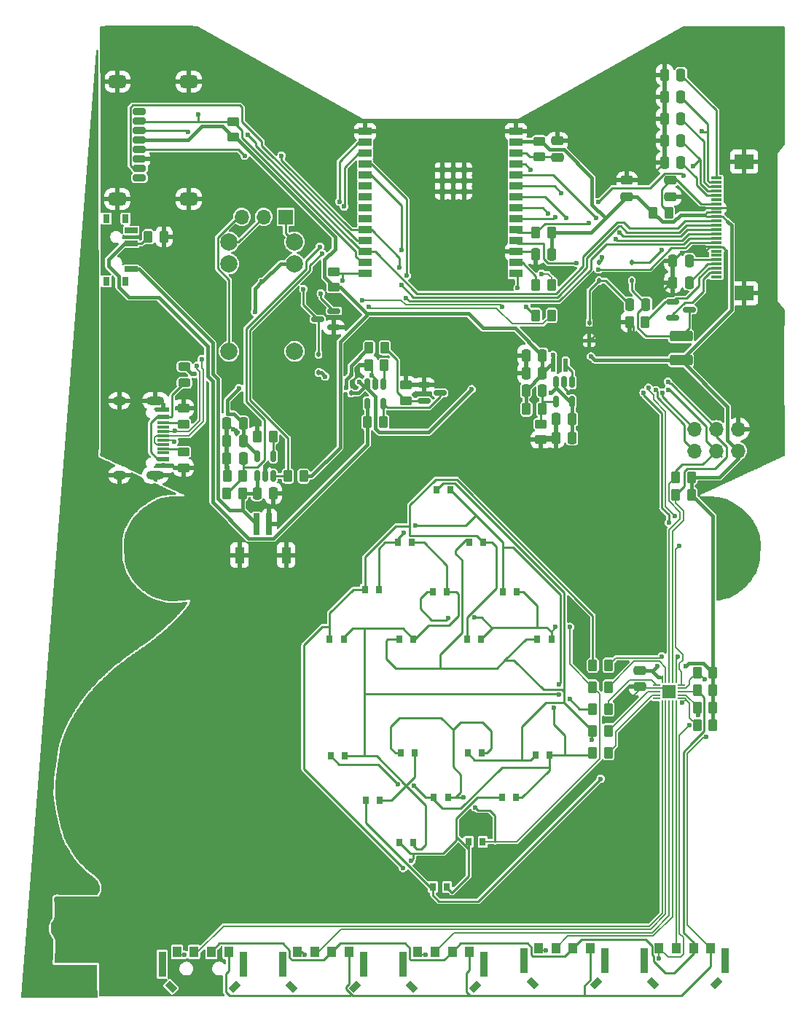
<source format=gbr>
%TF.GenerationSoftware,KiCad,Pcbnew,7.99.0-3134-gf47cc39208*%
%TF.CreationDate,2023-10-18T21:54:16+01:00*%
%TF.ProjectId,hh2024,68683230-3234-42e6-9b69-6361645f7063,rev?*%
%TF.SameCoordinates,Original*%
%TF.FileFunction,Copper,L2,Bot*%
%TF.FilePolarity,Positive*%
%FSLAX46Y46*%
G04 Gerber Fmt 4.6, Leading zero omitted, Abs format (unit mm)*
G04 Created by KiCad (PCBNEW 7.99.0-3134-gf47cc39208) date 2023-10-18 21:54:16*
%MOMM*%
%LPD*%
G01*
G04 APERTURE LIST*
G04 Aperture macros list*
%AMRoundRect*
0 Rectangle with rounded corners*
0 $1 Rounding radius*
0 $2 $3 $4 $5 $6 $7 $8 $9 X,Y pos of 4 corners*
0 Add a 4 corners polygon primitive as box body*
4,1,4,$2,$3,$4,$5,$6,$7,$8,$9,$2,$3,0*
0 Add four circle primitives for the rounded corners*
1,1,$1+$1,$2,$3*
1,1,$1+$1,$4,$5*
1,1,$1+$1,$6,$7*
1,1,$1+$1,$8,$9*
0 Add four rect primitives between the rounded corners*
20,1,$1+$1,$2,$3,$4,$5,0*
20,1,$1+$1,$4,$5,$6,$7,0*
20,1,$1+$1,$6,$7,$8,$9,0*
20,1,$1+$1,$8,$9,$2,$3,0*%
%AMRotRect*
0 Rectangle, with rotation*
0 The origin of the aperture is its center*
0 $1 length*
0 $2 width*
0 $3 Rotation angle, in degrees counterclockwise*
0 Add horizontal line*
21,1,$1,$2,0,0,$3*%
G04 Aperture macros list end*
%TA.AperFunction,SMDPad,CuDef*%
%ADD10R,0.900000X3.000000*%
%TD*%
%TA.AperFunction,SMDPad,CuDef*%
%ADD11RotRect,1.200000X0.800000X315.000000*%
%TD*%
%TA.AperFunction,SMDPad,CuDef*%
%ADD12RotRect,1.200000X0.800000X45.000000*%
%TD*%
%TA.AperFunction,SMDPad,CuDef*%
%ADD13R,1.000000X1.300000*%
%TD*%
%TA.AperFunction,ComponentPad*%
%ADD14C,2.000000*%
%TD*%
%TA.AperFunction,SMDPad,CuDef*%
%ADD15R,0.770000X0.950000*%
%TD*%
%TA.AperFunction,SMDPad,CuDef*%
%ADD16RoundRect,0.250000X0.262500X0.450000X-0.262500X0.450000X-0.262500X-0.450000X0.262500X-0.450000X0*%
%TD*%
%TA.AperFunction,SMDPad,CuDef*%
%ADD17RoundRect,0.112500X0.112500X-0.187500X0.112500X0.187500X-0.112500X0.187500X-0.112500X-0.187500X0*%
%TD*%
%TA.AperFunction,SMDPad,CuDef*%
%ADD18RoundRect,0.250000X-0.262500X-0.450000X0.262500X-0.450000X0.262500X0.450000X-0.262500X0.450000X0*%
%TD*%
%TA.AperFunction,SMDPad,CuDef*%
%ADD19RoundRect,0.250000X-0.250000X-0.475000X0.250000X-0.475000X0.250000X0.475000X-0.250000X0.475000X0*%
%TD*%
%TA.AperFunction,SMDPad,CuDef*%
%ADD20R,1.500000X0.900000*%
%TD*%
%TA.AperFunction,SMDPad,CuDef*%
%ADD21R,0.800000X0.800000*%
%TD*%
%TA.AperFunction,SMDPad,CuDef*%
%ADD22RoundRect,0.150000X-0.587500X-0.150000X0.587500X-0.150000X0.587500X0.150000X-0.587500X0.150000X0*%
%TD*%
%TA.AperFunction,SMDPad,CuDef*%
%ADD23RoundRect,0.150000X0.587500X0.150000X-0.587500X0.150000X-0.587500X-0.150000X0.587500X-0.150000X0*%
%TD*%
%TA.AperFunction,SMDPad,CuDef*%
%ADD24R,0.700000X2.500000*%
%TD*%
%TA.AperFunction,SMDPad,CuDef*%
%ADD25R,1.100000X1.900000*%
%TD*%
%TA.AperFunction,SMDPad,CuDef*%
%ADD26RoundRect,0.250000X0.450000X-0.262500X0.450000X0.262500X-0.450000X0.262500X-0.450000X-0.262500X0*%
%TD*%
%TA.AperFunction,SMDPad,CuDef*%
%ADD27RoundRect,0.250000X0.250000X0.475000X-0.250000X0.475000X-0.250000X-0.475000X0.250000X-0.475000X0*%
%TD*%
%TA.AperFunction,SMDPad,CuDef*%
%ADD28RoundRect,0.150000X-0.150000X0.512500X-0.150000X-0.512500X0.150000X-0.512500X0.150000X0.512500X0*%
%TD*%
%TA.AperFunction,SMDPad,CuDef*%
%ADD29RoundRect,0.250000X-0.450000X0.262500X-0.450000X-0.262500X0.450000X-0.262500X0.450000X0.262500X0*%
%TD*%
%TA.AperFunction,ComponentPad*%
%ADD30O,1.700000X1.700000*%
%TD*%
%TA.AperFunction,SMDPad,CuDef*%
%ADD31RoundRect,0.112500X-0.112500X0.187500X-0.112500X-0.187500X0.112500X-0.187500X0.112500X0.187500X0*%
%TD*%
%TA.AperFunction,ComponentPad*%
%ADD32O,2.100000X1.000000*%
%TD*%
%TA.AperFunction,ComponentPad*%
%ADD33O,1.600000X1.000000*%
%TD*%
%TA.AperFunction,SMDPad,CuDef*%
%ADD34R,1.450000X0.600000*%
%TD*%
%TA.AperFunction,SMDPad,CuDef*%
%ADD35R,1.450000X0.300000*%
%TD*%
%TA.AperFunction,SMDPad,CuDef*%
%ADD36RoundRect,0.137500X-0.137500X-0.662500X0.137500X-0.662500X0.137500X0.662500X-0.137500X0.662500X0*%
%TD*%
%TA.AperFunction,SMDPad,CuDef*%
%ADD37R,1.300000X0.300000*%
%TD*%
%TA.AperFunction,SMDPad,CuDef*%
%ADD38R,2.200000X1.800000*%
%TD*%
%TA.AperFunction,SMDPad,CuDef*%
%ADD39RoundRect,0.250000X0.475000X-0.250000X0.475000X0.250000X-0.475000X0.250000X-0.475000X-0.250000X0*%
%TD*%
%TA.AperFunction,SMDPad,CuDef*%
%ADD40RoundRect,0.150000X0.150000X-0.512500X0.150000X0.512500X-0.150000X0.512500X-0.150000X-0.512500X0*%
%TD*%
%TA.AperFunction,SMDPad,CuDef*%
%ADD41RoundRect,0.250000X1.075000X-0.375000X1.075000X0.375000X-1.075000X0.375000X-1.075000X-0.375000X0*%
%TD*%
%TA.AperFunction,SMDPad,CuDef*%
%ADD42RoundRect,0.250000X-0.475000X0.250000X-0.475000X-0.250000X0.475000X-0.250000X0.475000X0.250000X0*%
%TD*%
%TA.AperFunction,SMDPad,CuDef*%
%ADD43R,0.800000X1.000000*%
%TD*%
%TA.AperFunction,SMDPad,CuDef*%
%ADD44R,1.500000X0.700000*%
%TD*%
%TA.AperFunction,SMDPad,CuDef*%
%ADD45RoundRect,0.200000X-0.550000X0.200000X-0.550000X-0.200000X0.550000X-0.200000X0.550000X0.200000X0*%
%TD*%
%TA.AperFunction,SMDPad,CuDef*%
%ADD46RoundRect,0.375000X-0.625000X0.375000X-0.625000X-0.375000X0.625000X-0.375000X0.625000X0.375000X0*%
%TD*%
%TA.AperFunction,SMDPad,CuDef*%
%ADD47RoundRect,0.243750X-0.456250X0.243750X-0.456250X-0.243750X0.456250X-0.243750X0.456250X0.243750X0*%
%TD*%
%TA.AperFunction,SMDPad,CuDef*%
%ADD48RoundRect,0.050000X0.375000X0.050000X-0.375000X0.050000X-0.375000X-0.050000X0.375000X-0.050000X0*%
%TD*%
%TA.AperFunction,SMDPad,CuDef*%
%ADD49RoundRect,0.050000X0.050000X0.375000X-0.050000X0.375000X-0.050000X-0.375000X0.050000X-0.375000X0*%
%TD*%
%TA.AperFunction,SMDPad,CuDef*%
%ADD50R,1.650000X1.650000*%
%TD*%
%TA.AperFunction,ComponentPad*%
%ADD51R,1.700000X1.700000*%
%TD*%
%TA.AperFunction,ViaPad*%
%ADD52C,0.600000*%
%TD*%
%TA.AperFunction,Conductor*%
%ADD53C,0.400000*%
%TD*%
%TA.AperFunction,Conductor*%
%ADD54C,0.250000*%
%TD*%
%TA.AperFunction,Conductor*%
%ADD55C,0.200000*%
%TD*%
G04 APERTURE END LIST*
D10*
%TO.P,SW5,*%
%TO.N,*%
X155445000Y-151160500D03*
D11*
X156465000Y-153770500D03*
D12*
X163825000Y-153770500D03*
D10*
X164845000Y-151160500D03*
D13*
%TO.P,SW5,1,1*%
%TO.N,MSWR*%
X157145000Y-149710500D03*
%TO.P,SW5,2,2*%
%TO.N,MSWL*%
X163145000Y-149710500D03*
%TO.P,SW5,C,C*%
%TO.N,MSWS5*%
X159145000Y-149710500D03*
%TO.P,SW5,T,T*%
%TO.N,MSWB*%
X161145000Y-149710500D03*
%TD*%
D10*
%TO.P,SW4,*%
%TO.N,*%
X141445000Y-151160500D03*
D11*
X142465000Y-153770500D03*
D12*
X149825000Y-153770500D03*
D10*
X150845000Y-151160500D03*
D13*
%TO.P,SW4,1,1*%
%TO.N,MSWR*%
X143145000Y-149710500D03*
%TO.P,SW4,2,2*%
%TO.N,MSWL*%
X149145000Y-149710500D03*
%TO.P,SW4,C,C*%
%TO.N,MSWS4*%
X145145000Y-149710500D03*
%TO.P,SW4,T,T*%
%TO.N,MSWB*%
X147145000Y-149710500D03*
%TD*%
D10*
%TO.P,SW3,*%
%TO.N,*%
X127433000Y-151594000D03*
D11*
X128453000Y-154204000D03*
D12*
X135813000Y-154204000D03*
D10*
X136833000Y-151594000D03*
D13*
%TO.P,SW3,1,1*%
%TO.N,MSWR*%
X129133000Y-150144000D03*
%TO.P,SW3,2,2*%
%TO.N,MSWL*%
X135133000Y-150144000D03*
%TO.P,SW3,C,C*%
%TO.N,MSWS3*%
X131133000Y-150144000D03*
%TO.P,SW3,T,T*%
%TO.N,MSWB*%
X133133000Y-150144000D03*
%TD*%
D10*
%TO.P,SW2,*%
%TO.N,*%
X113433000Y-151594000D03*
D11*
X114453000Y-154204000D03*
D12*
X121813000Y-154204000D03*
D10*
X122833000Y-151594000D03*
D13*
%TO.P,SW2,1,1*%
%TO.N,MSWR*%
X115133000Y-150144000D03*
%TO.P,SW2,2,2*%
%TO.N,MSWL*%
X121133000Y-150144000D03*
%TO.P,SW2,C,C*%
%TO.N,MSWS2*%
X117133000Y-150144000D03*
%TO.P,SW2,T,T*%
%TO.N,MSWB*%
X119133000Y-150144000D03*
%TD*%
D10*
%TO.P,SW1,*%
%TO.N,*%
X99433000Y-151594000D03*
D11*
X100453000Y-154204000D03*
D12*
X107813000Y-154204000D03*
D10*
X108833000Y-151594000D03*
D13*
%TO.P,SW1,1,1*%
%TO.N,MSWR*%
X101133000Y-150144000D03*
%TO.P,SW1,2,2*%
%TO.N,MSWL*%
X107133000Y-150144000D03*
%TO.P,SW1,C,C*%
%TO.N,MSWS1*%
X103133000Y-150144000D03*
%TO.P,SW1,T,T*%
%TO.N,MSWB*%
X105133000Y-150144000D03*
%TD*%
D14*
%TO.P,K1,1*%
%TO.N,Net-(J2-Pin_3)*%
X107188000Y-80391000D03*
%TO.P,K1,2*%
%TO.N,Net-(D25-A)*%
X107188000Y-70231000D03*
%TO.P,K1,3*%
%TO.N,Net-(J2-Pin_2)*%
X107188000Y-67691000D03*
%TO.P,K1,4*%
%TO.N,Net-(J2-Pin_1)*%
X114808000Y-67691000D03*
%TO.P,K1,5*%
%TO.N,VIN*%
X114808000Y-70231000D03*
%TO.P,K1,6*%
%TO.N,N/C*%
X114808000Y-80391000D03*
%TD*%
D15*
%TO.P,D8,1,K*%
%TO.N,/D*%
X136705000Y-102583000D03*
%TO.P,D8,2,A*%
%TO.N,/E*%
X135075000Y-102583000D03*
%TD*%
D16*
%TO.P,R23,1*%
%TO.N,LED E*%
X151280500Y-124460000D03*
%TO.P,R23,2*%
%TO.N,/E*%
X149455500Y-124460000D03*
%TD*%
D17*
%TO.P,D2,1,K*%
%TO.N,GND*%
X149037000Y-79155000D03*
%TO.P,D2,2,A*%
%TO.N,Net-(D2-A)*%
X149037000Y-77055000D03*
%TD*%
D18*
%TO.P,R7,1*%
%TO.N,/E-Paper/CS*%
X142851500Y-66548000D03*
%TO.P,R7,2*%
%TO.N,+3V3*%
X144676500Y-66548000D03*
%TD*%
D15*
%TO.P,D12,1,K*%
%TO.N,/A*%
X128450000Y-102584000D03*
%TO.P,D12,2,A*%
%TO.N,/C*%
X126820000Y-102584000D03*
%TD*%
D19*
%TO.P,C7,1*%
%TO.N,GND*%
X106949200Y-88773000D03*
%TO.P,C7,2*%
%TO.N,VUSB*%
X108849200Y-88773000D03*
%TD*%
%TO.P,C21,1*%
%TO.N,GND*%
X157800000Y-58420000D03*
%TO.P,C21,2*%
%TO.N,/E-Paper/VSH*%
X159700000Y-58420000D03*
%TD*%
%TO.P,C16,1*%
%TO.N,GND*%
X157800000Y-55880000D03*
%TO.P,C16,2*%
%TO.N,/E-Paper/PREVGH*%
X159700000Y-55880000D03*
%TD*%
D18*
%TO.P,R18,1*%
%TO.N,/Power management/SENSE*%
X106910500Y-96901000D03*
%TO.P,R18,2*%
%TO.N,VBAT*%
X108735500Y-96901000D03*
%TD*%
D19*
%TO.P,C22,1*%
%TO.N,GND*%
X157800000Y-53340000D03*
%TO.P,C22,2*%
%TO.N,/E-Paper/VSL*%
X159700000Y-53340000D03*
%TD*%
D15*
%TO.P,D22,1,K*%
%TO.N,/C*%
X118985000Y-127405000D03*
%TO.P,D22,2,A*%
%TO.N,/A*%
X120615000Y-127405000D03*
%TD*%
D16*
%TO.P,R27,1*%
%TO.N,LED A*%
X151280500Y-121920000D03*
%TO.P,R27,2*%
%TO.N,/A*%
X149455500Y-121920000D03*
%TD*%
D18*
%TO.P,R15,1*%
%TO.N,VUSB*%
X123449900Y-79965100D03*
%TO.P,R15,2*%
%TO.N,Net-(Q1-G)*%
X125274900Y-79965100D03*
%TD*%
%TO.P,R12,1*%
%TO.N,+3V3*%
X141733900Y-87081400D03*
%TO.P,R12,2*%
%TO.N,/Power management/FB33*%
X143558900Y-87081400D03*
%TD*%
D16*
%TO.P,R25,1*%
%TO.N,LED C*%
X151280500Y-127000000D03*
%TO.P,R25,2*%
%TO.N,/C*%
X149455500Y-127000000D03*
%TD*%
D15*
%TO.P,D9,1,K*%
%TO.N,/A*%
X120515000Y-113795000D03*
%TO.P,D9,2,A*%
%TO.N,/D*%
X118885000Y-113795000D03*
%TD*%
D20*
%TO.P,U1,1,GND*%
%TO.N,GND*%
X140505000Y-54857000D03*
%TO.P,U1,2,3V3*%
%TO.N,+3V3*%
X140505000Y-56127000D03*
%TO.P,U1,3,EN/CHIP_PU*%
%TO.N,Net-(U1-EN{slash}CHIP_PU)*%
X140505000Y-57397000D03*
%TO.P,U1,4,MTMS/GPIO4/ADC1_CH4*%
%TO.N,/microcontroller/Low Pow CH32*%
X140505000Y-58667000D03*
%TO.P,U1,5,MTDI/GPIO5/ADC1_CH5*%
%TO.N,/E-Paper/DC*%
X140505000Y-59937000D03*
%TO.P,U1,6,MTCK/GPIO6/ADC1_CH6*%
%TO.N,SDA*%
X140505000Y-61207000D03*
%TO.P,U1,7,MTDO/GPIO7*%
%TO.N,SCL*%
X140505000Y-62477000D03*
%TO.P,U1,8,GPIO0/ADC1_CH0/XTAL_32K_P*%
%TO.N,/microcontroller/SAO IO1*%
X140505000Y-63747000D03*
%TO.P,U1,9,GPIO1/ADC1_CH1/XTAL_32K_N*%
%TO.N,/microcontroller/SAO IO2*%
X140505000Y-65017000D03*
%TO.P,U1,10,GPIO8*%
%TO.N,/E-Paper/CS*%
X140505000Y-66287000D03*
%TO.P,U1,11,GPIO10*%
%TO.N,/E-Paper/BUSY*%
X140505000Y-67557000D03*
%TO.P,U1,12,GPIO11*%
%TO.N,GND*%
X140505000Y-68827000D03*
%TO.P,U1,13,GPIO12/USB_D-*%
%TO.N,Net-(U1-GPIO12{slash}USB_D-)*%
X140505000Y-70097000D03*
%TO.P,U1,14,GPIO13/USB_D+*%
%TO.N,Net-(U1-GPIO13{slash}USB_D+)*%
X140505000Y-71367000D03*
%TO.P,U1,15,GPIO9*%
%TO.N,/microcontroller/Relay Ctrl*%
X123005000Y-71367000D03*
%TO.P,U1,16,GPIO18*%
%TO.N,/microcontroller/SDCARD CS*%
X123005000Y-70097000D03*
%TO.P,U1,17,GPIO19*%
%TO.N,/E-Paper/MOSI*%
X123005000Y-68827000D03*
%TO.P,U1,18,GPIO20*%
%TO.N,/microcontroller/SPI MISO*%
X123005000Y-67557000D03*
%TO.P,U1,19,GPIO21*%
%TO.N,/E-Paper/SCK*%
X123005000Y-66287000D03*
%TO.P,U1,20,GPIO22*%
%TO.N,unconnected-(U1-GPIO22-Pad20)*%
X123005000Y-65017000D03*
%TO.P,U1,21,GPIO23*%
%TO.N,unconnected-(U1-GPIO23-Pad21)*%
X123005000Y-63747000D03*
%TO.P,U1,22,NC*%
%TO.N,unconnected-(U1-NC-Pad22)*%
X123005000Y-62477000D03*
%TO.P,U1,23,GPIO15*%
%TO.N,unconnected-(U1-GPIO15-Pad23)*%
X123005000Y-61207000D03*
%TO.P,U1,24,U0RXD/GPIO17*%
%TO.N,/microcontroller/CH32 Prog*%
X123005000Y-59937000D03*
%TO.P,U1,25,U0TXD/GPIO16*%
%TO.N,/E-Paper/RESET*%
X123005000Y-58667000D03*
%TO.P,U1,26,GPIO3/ADC1_CH3*%
%TO.N,/Power management/CHRG*%
X123005000Y-57397000D03*
%TO.P,U1,27,GPIO2/ADC1_CH2*%
%TO.N,/Power management/SENSE*%
X123005000Y-56127000D03*
%TO.P,U1,28,GND*%
%TO.N,GND*%
X123005000Y-54857000D03*
D21*
%TO.P,U1,29,GND*%
X134510000Y-61827000D03*
X134510000Y-60577000D03*
X134510000Y-59327000D03*
X133260000Y-61827000D03*
X133260000Y-60577000D03*
X133260000Y-59327000D03*
X132010000Y-61827000D03*
X132010000Y-60577000D03*
X132010000Y-59327000D03*
%TD*%
D22*
%TO.P,Q1,1,G*%
%TO.N,Net-(Q1-G)*%
X129828000Y-86147500D03*
%TO.P,Q1,2,S*%
%TO.N,GND*%
X129828000Y-84247500D03*
%TO.P,Q1,3,D*%
%TO.N,Net-(Q1-D)*%
X131703000Y-85197500D03*
%TD*%
D23*
%TO.P,Q3,1,G*%
%TO.N,/microcontroller/Relay Ctrl*%
X119380000Y-75692000D03*
%TO.P,Q3,2,S*%
%TO.N,GND*%
X119380000Y-77592000D03*
%TO.P,Q3,3,D*%
%TO.N,Net-(D25-A)*%
X117505000Y-76642000D03*
%TD*%
D24*
%TO.P,J5,1,Pin_1*%
%TO.N,GND*%
X111863000Y-100457000D03*
%TO.P,J5,2,Pin_2*%
%TO.N,VBAT*%
X110363000Y-100457000D03*
D25*
%TO.P,J5,MP,MountPin*%
%TO.N,GND*%
X113813000Y-104057000D03*
X108413000Y-104057000D03*
%TD*%
D26*
%TO.P,R8,1*%
%TO.N,+3V3*%
X119380000Y-72945000D03*
%TO.P,R8,2*%
%TO.N,/microcontroller/Relay Ctrl*%
X119380000Y-71120000D03*
%TD*%
D27*
%TO.P,C13,1*%
%TO.N,/Power management/SENSE*%
X108839000Y-92855750D03*
%TO.P,C13,2*%
%TO.N,GND*%
X106939000Y-92855750D03*
%TD*%
D18*
%TO.P,R20,1*%
%TO.N,GND*%
X123399100Y-82022500D03*
%TO.P,R20,2*%
%TO.N,Net-(U4-SET)*%
X125224100Y-82022500D03*
%TD*%
D26*
%TO.P,R6,1*%
%TO.N,Net-(U1-EN{slash}CHIP_PU)*%
X143256000Y-57808500D03*
%TO.P,R6,2*%
%TO.N,+3V3*%
X143256000Y-55983500D03*
%TD*%
D27*
%TO.P,C5,1*%
%TO.N,VIN*%
X147048400Y-88267900D03*
%TO.P,C5,2*%
%TO.N,GND*%
X145148400Y-88267900D03*
%TD*%
D28*
%TO.P,U2,1,EN*%
%TO.N,VIN*%
X145148400Y-83955400D03*
%TO.P,U2,2,GND*%
%TO.N,GND*%
X146098400Y-83955400D03*
%TO.P,U2,3,SW*%
%TO.N,/Power management/SW33*%
X147048400Y-83955400D03*
%TO.P,U2,4,VIN*%
%TO.N,VIN*%
X147048400Y-86230400D03*
%TO.P,U2,5,FB*%
%TO.N,/Power management/FB33*%
X145148400Y-86230400D03*
%TD*%
D27*
%TO.P,C10,1*%
%TO.N,+3V3*%
X143596400Y-82890400D03*
%TO.P,C10,2*%
%TO.N,GND*%
X141696400Y-82890400D03*
%TD*%
D18*
%TO.P,R22,1*%
%TO.N,+3V3*%
X156440500Y-64262000D03*
%TO.P,R22,2*%
%TO.N,Net-(J6-Pin_7)*%
X158265500Y-64262000D03*
%TD*%
D15*
%TO.P,D17,1,K*%
%TO.N,/E*%
X142785000Y-127255000D03*
%TO.P,D17,2,A*%
%TO.N,/C*%
X144415000Y-127255000D03*
%TD*%
D29*
%TO.P,R16,1*%
%TO.N,GND*%
X127766000Y-84285000D03*
%TO.P,R16,2*%
%TO.N,Net-(Q1-G)*%
X127766000Y-86110000D03*
%TD*%
D18*
%TO.P,R19,1*%
%TO.N,GND*%
X106976500Y-94887750D03*
%TO.P,R19,2*%
%TO.N,/Power management/SENSE*%
X108801500Y-94887750D03*
%TD*%
D17*
%TO.P,D3,1,K*%
%TO.N,Net-(D2-A)*%
X150180000Y-72170000D03*
%TO.P,D3,2,A*%
%TO.N,/E-Paper/PREVGL*%
X150180000Y-70070000D03*
%TD*%
D16*
%TO.P,R30,1*%
%TO.N,+3V3*%
X163390500Y-117738000D03*
%TO.P,R30,2*%
%TO.N,MSWR*%
X161565500Y-117738000D03*
%TD*%
D15*
%TO.P,D15,1,K*%
%TO.N,/E*%
X130885000Y-142605000D03*
%TO.P,D15,2,A*%
%TO.N,/D*%
X132515000Y-142605000D03*
%TD*%
D16*
%TO.P,R29,1*%
%TO.N,+3V3*%
X163390500Y-119770000D03*
%TO.P,R29,2*%
%TO.N,MSWB*%
X161565500Y-119770000D03*
%TD*%
D15*
%TO.P,D20,1,K*%
%TO.N,/E*%
X134935000Y-127055000D03*
%TO.P,D20,2,A*%
%TO.N,/B*%
X136565000Y-127055000D03*
%TD*%
D16*
%TO.P,R28,1*%
%TO.N,+3V3*%
X163390500Y-121802000D03*
%TO.P,R28,2*%
%TO.N,MSWL*%
X161565500Y-121802000D03*
%TD*%
%TO.P,R24,1*%
%TO.N,LED D*%
X151280500Y-116840000D03*
%TO.P,R24,2*%
%TO.N,/D*%
X149455500Y-116840000D03*
%TD*%
D15*
%TO.P,D5,1,K*%
%TO.N,/A*%
X128615000Y-113795000D03*
%TO.P,D5,2,A*%
%TO.N,/E*%
X126985000Y-113795000D03*
%TD*%
D19*
%TO.P,C19,1*%
%TO.N,GND*%
X158755000Y-69850000D03*
%TO.P,C19,2*%
%TO.N,/E-Paper/VGH*%
X160655000Y-69850000D03*
%TD*%
D22*
%TO.P,Q2,1,G*%
%TO.N,/E-Paper/GDR*%
X158767500Y-76515000D03*
%TO.P,Q2,2,S*%
%TO.N,/E-Paper/RESE*%
X158767500Y-74615000D03*
%TO.P,Q2,3,D*%
%TO.N,Net-(D4-A)*%
X160642500Y-75565000D03*
%TD*%
D17*
%TO.P,D1,1,K*%
%TO.N,VIN*%
X121361200Y-85225600D03*
%TO.P,D1,2,A*%
%TO.N,VUSB*%
X121361200Y-83125600D03*
%TD*%
D30*
%TO.P,J1,1,+3.3V*%
%TO.N,+3V3*%
X166355000Y-91953000D03*
%TO.P,J1,2,GND*%
%TO.N,GND*%
X166355000Y-89413000D03*
%TO.P,J1,3,SDA*%
%TO.N,SDA*%
X163815000Y-91953000D03*
%TO.P,J1,4,SCL*%
%TO.N,SCL*%
X163815000Y-89413000D03*
%TO.P,J1,5,IO1*%
%TO.N,/microcontroller/SAO IO1*%
X161275000Y-91953000D03*
%TO.P,J1,6,IO2*%
%TO.N,/microcontroller/SAO IO2*%
X161275000Y-89413000D03*
%TD*%
D31*
%TO.P,D4,1,K*%
%TO.N,/E-Paper/PREVGH*%
X153990000Y-70070000D03*
%TO.P,D4,2,A*%
%TO.N,Net-(D4-A)*%
X153990000Y-72170000D03*
%TD*%
D16*
%TO.P,R10,1*%
%TO.N,/microcontroller/D-*%
X144676500Y-72644000D03*
%TO.P,R10,2*%
%TO.N,Net-(U1-GPIO12{slash}USB_D-)*%
X142851500Y-72644000D03*
%TD*%
%TO.P,R26,1*%
%TO.N,LED B*%
X151280500Y-119380000D03*
%TO.P,R26,2*%
%TO.N,/B*%
X149455500Y-119380000D03*
%TD*%
D15*
%TO.P,D14,1,K*%
%TO.N,/A*%
X132515000Y-108345000D03*
%TO.P,D14,2,A*%
%TO.N,/B*%
X130885000Y-108345000D03*
%TD*%
%TO.P,D13,1,K*%
%TO.N,/B*%
X140615000Y-108300000D03*
%TO.P,D13,2,A*%
%TO.N,/C*%
X138985000Y-108300000D03*
%TD*%
D32*
%TO.P,J4,S1,SHIELD*%
%TO.N,GND*%
X98620000Y-86120000D03*
D33*
X94440000Y-86120000D03*
D32*
X98620000Y-94760000D03*
D33*
X94440000Y-94760000D03*
D34*
%TO.P,J4,B12,GND*%
X99535000Y-93690000D03*
%TO.P,J4,B9,VBUS*%
%TO.N,/USB_VBUS*%
X99535000Y-92890000D03*
D35*
%TO.P,J4,B8,SBU2*%
%TO.N,unconnected-(J4-SBU2-PadB8)*%
X99535000Y-92190000D03*
%TO.P,J4,B7,D-*%
%TO.N,/microcontroller/D-*%
X99535000Y-91190000D03*
%TO.P,J4,B6,D+*%
%TO.N,/microcontroller/D+*%
X99535000Y-89690000D03*
%TO.P,J4,B5,CC2*%
%TO.N,/CC2*%
X99535000Y-88690000D03*
D34*
%TO.P,J4,B4,VBUS*%
%TO.N,/USB_VBUS*%
X99535000Y-87990000D03*
%TO.P,J4,B1,GND*%
%TO.N,GND*%
X99535000Y-87190000D03*
%TO.P,J4,A12,GND*%
X99535000Y-87190000D03*
%TO.P,J4,A9,VBUS*%
%TO.N,/USB_VBUS*%
X99535000Y-87990000D03*
D35*
%TO.P,J4,A8,SBU1*%
%TO.N,unconnected-(J4-SBU1-PadA8)*%
X99535000Y-89190000D03*
%TO.P,J4,A7,D-*%
%TO.N,/microcontroller/D-*%
X99535000Y-90190000D03*
%TO.P,J4,A6,D+*%
%TO.N,/microcontroller/D+*%
X99535000Y-90690000D03*
%TO.P,J4,A5,CC1*%
%TO.N,/CC1*%
X99535000Y-91690000D03*
D34*
%TO.P,J4,A4,VBUS*%
%TO.N,/USB_VBUS*%
X99535000Y-92890000D03*
%TO.P,J4,A1,GND*%
%TO.N,GND*%
X99535000Y-93690000D03*
%TD*%
D26*
%TO.P,R4,2*%
%TO.N,/CC1*%
X101900000Y-92067500D03*
%TO.P,R4,1*%
%TO.N,GND*%
X101900000Y-93892500D03*
%TD*%
D36*
%TO.P,L1,1,1*%
%TO.N,+3V3*%
X144842400Y-82001400D03*
%TO.P,L1,2,2*%
%TO.N,/Power management/SW33*%
X146292400Y-82001400D03*
%TD*%
D37*
%TO.P,J6,1,Pin_1*%
%TO.N,/E-Paper/VCOM*%
X163800000Y-60250000D03*
%TO.P,J6,2,Pin_2*%
%TO.N,/E-Paper/PREVGL*%
X163800000Y-60750000D03*
%TO.P,J6,3,Pin_3*%
%TO.N,/E-Paper/VSL*%
X163800000Y-61250000D03*
%TO.P,J6,4,Pin_4*%
%TO.N,/E-Paper/PREVGH*%
X163800000Y-61750000D03*
%TO.P,J6,5,Pin_5*%
%TO.N,/E-Paper/VSH*%
X163800000Y-62250000D03*
%TO.P,J6,6,Pin_6*%
%TO.N,unconnected-(J6-Pin_6-Pad6)*%
X163800000Y-62750000D03*
%TO.P,J6,7,Pin_7*%
%TO.N,Net-(J6-Pin_7)*%
X163800000Y-63250000D03*
%TO.P,J6,8,Pin_8*%
%TO.N,GND*%
X163800000Y-63750000D03*
%TO.P,J6,9,Pin_9*%
%TO.N,+3V3*%
X163800000Y-64250000D03*
%TO.P,J6,10,Pin_10*%
X163800000Y-64750000D03*
%TO.P,J6,11,Pin_11*%
%TO.N,/E-Paper/MOSI*%
X163800000Y-65250000D03*
%TO.P,J6,12,Pin_12*%
%TO.N,/E-Paper/SCK*%
X163800000Y-65750000D03*
%TO.P,J6,13,Pin_13*%
%TO.N,/E-Paper/CS*%
X163800000Y-66250000D03*
%TO.P,J6,14,Pin_14*%
%TO.N,/E-Paper/DC*%
X163800000Y-66750000D03*
%TO.P,J6,15,Pin_15*%
%TO.N,/E-Paper/RESET*%
X163800000Y-67250000D03*
%TO.P,J6,16,Pin_16*%
%TO.N,/E-Paper/BUSY*%
X163800000Y-67750000D03*
%TO.P,J6,17,Pin_17*%
%TO.N,GND*%
X163800000Y-68250000D03*
%TO.P,J6,18,Pin_18*%
%TO.N,unconnected-(J6-Pin_18-Pad18)*%
X163800000Y-68750000D03*
%TO.P,J6,19,Pin_19*%
%TO.N,unconnected-(J6-Pin_19-Pad19)*%
X163800000Y-69250000D03*
%TO.P,J6,20,Pin_20*%
%TO.N,/E-Paper/VGH*%
X163800000Y-69750000D03*
%TO.P,J6,21,Pin_21*%
%TO.N,/E-Paper/VGL*%
X163800000Y-70250000D03*
%TO.P,J6,22,Pin_22*%
%TO.N,/E-Paper/RESE*%
X163800000Y-70750000D03*
%TO.P,J6,23,Pin_23*%
%TO.N,/E-Paper/GDR*%
X163800000Y-71250000D03*
%TO.P,J6,24,Pin_24*%
%TO.N,unconnected-(J6-Pin_24-Pad24)*%
X163800000Y-71750000D03*
D38*
%TO.P,J6,MP,MountPin*%
%TO.N,GND*%
X167050000Y-58350000D03*
X167050000Y-73650000D03*
%TD*%
D39*
%TO.P,C2,1*%
%TO.N,GND*%
X154900000Y-119350000D03*
%TO.P,C2,2*%
%TO.N,+3V3*%
X154900000Y-117450000D03*
%TD*%
D18*
%TO.P,R13,1*%
%TO.N,GND*%
X110466500Y-90297000D03*
%TO.P,R13,2*%
%TO.N,Net-(U3-PROG)*%
X112291500Y-90297000D03*
%TD*%
D15*
%TO.P,D16,1,K*%
%TO.N,/D*%
X138885000Y-132225000D03*
%TO.P,D16,2,A*%
%TO.N,/C*%
X140515000Y-132225000D03*
%TD*%
D40*
%TO.P,U3,1,STAT*%
%TO.N,/Power management/CHRG*%
X112329000Y-94858000D03*
%TO.P,U3,2,VSS*%
%TO.N,GND*%
X111379000Y-94858000D03*
%TO.P,U3,3,VBAT*%
%TO.N,VBAT*%
X110429000Y-94858000D03*
%TO.P,U3,4,VDD*%
%TO.N,VUSB*%
X110429000Y-92583000D03*
%TO.P,U3,5,PROG*%
%TO.N,Net-(U3-PROG)*%
X112329000Y-92583000D03*
%TD*%
D16*
%TO.P,R43,1*%
%TO.N,+3V3*%
X163390500Y-123834000D03*
%TO.P,R43,2*%
%TO.N,/microcontroller/CH32 Prog*%
X161565500Y-123834000D03*
%TD*%
D19*
%TO.P,C18,1*%
%TO.N,GND*%
X158755000Y-72390000D03*
%TO.P,C18,2*%
%TO.N,/E-Paper/VGL*%
X160655000Y-72390000D03*
%TD*%
D15*
%TO.P,D10,1,K*%
%TO.N,/B*%
X136465000Y-113845000D03*
%TO.P,D10,2,A*%
%TO.N,/D*%
X134835000Y-113845000D03*
%TD*%
D27*
%TO.P,C11,1*%
%TO.N,+3V3*%
X143596400Y-80858400D03*
%TO.P,C11,2*%
%TO.N,GND*%
X141696400Y-80858400D03*
%TD*%
D39*
%TO.P,C1,1*%
%TO.N,Net-(U1-EN{slash}CHIP_PU)*%
X145338800Y-57846000D03*
%TO.P,C1,2*%
%TO.N,GND*%
X145338800Y-55946000D03*
%TD*%
D18*
%TO.P,R14,1*%
%TO.N,/Power management/CHRG*%
X114022500Y-94869000D03*
%TO.P,R14,2*%
%TO.N,+3V3*%
X115847500Y-94869000D03*
%TD*%
D15*
%TO.P,D24,1,K*%
%TO.N,/E*%
X123085000Y-132555000D03*
%TO.P,D24,2,A*%
%TO.N,/A*%
X124715000Y-132555000D03*
%TD*%
%TO.P,D23,1,K*%
%TO.N,/D*%
X126985000Y-137455000D03*
%TO.P,D23,2,A*%
%TO.N,/A*%
X128615000Y-137455000D03*
%TD*%
D19*
%TO.P,C8,1*%
%TO.N,+3V3*%
X141696400Y-84922400D03*
%TO.P,C8,2*%
%TO.N,/Power management/FB33*%
X143596400Y-84922400D03*
%TD*%
D41*
%TO.P,L2,1,1*%
%TO.N,+3V3*%
X159705000Y-81410000D03*
%TO.P,L2,2,2*%
%TO.N,Net-(D4-A)*%
X159705000Y-78610000D03*
%TD*%
D18*
%TO.P,R3,1*%
%TO.N,SDA*%
X159087500Y-95000000D03*
%TO.P,R3,2*%
%TO.N,+3V3*%
X160912500Y-95000000D03*
%TD*%
%TO.P,R21,1*%
%TO.N,GND*%
X153707500Y-76962000D03*
%TO.P,R21,2*%
%TO.N,/E-Paper/RESE*%
X155532500Y-76962000D03*
%TD*%
D39*
%TO.P,C20,1*%
%TO.N,GND*%
X158496000Y-62418000D03*
%TO.P,C20,2*%
%TO.N,Net-(J6-Pin_7)*%
X158496000Y-60518000D03*
%TD*%
D15*
%TO.P,D21,1,K*%
%TO.N,/B*%
X127135000Y-127055000D03*
%TO.P,D21,2,A*%
%TO.N,/A*%
X128765000Y-127055000D03*
%TD*%
D17*
%TO.P,D25,1,K*%
%TO.N,VIN*%
X117602000Y-82838000D03*
%TO.P,D25,2,A*%
%TO.N,Net-(D25-A)*%
X117602000Y-80738000D03*
%TD*%
D16*
%TO.P,R9,1*%
%TO.N,/microcontroller/D+*%
X144676500Y-76200000D03*
%TO.P,R9,2*%
%TO.N,Net-(U1-GPIO13{slash}USB_D+)*%
X142851500Y-76200000D03*
%TD*%
D19*
%TO.P,C23,1*%
%TO.N,GND*%
X157800000Y-48260000D03*
%TO.P,C23,2*%
%TO.N,/E-Paper/VCOM*%
X159700000Y-48260000D03*
%TD*%
D27*
%TO.P,C4,1*%
%TO.N,+3V3*%
X144714000Y-69088000D03*
%TO.P,C4,2*%
%TO.N,GND*%
X142814000Y-69088000D03*
%TD*%
D19*
%TO.P,C9,1*%
%TO.N,GND*%
X106939000Y-90805000D03*
%TO.P,C9,2*%
%TO.N,VUSB*%
X108839000Y-90805000D03*
%TD*%
D15*
%TO.P,D18,1,K*%
%TO.N,/C*%
X130985000Y-132225000D03*
%TO.P,D18,2,A*%
%TO.N,/B*%
X132615000Y-132225000D03*
%TD*%
%TO.P,D6,1,K*%
%TO.N,/B*%
X144632000Y-113792000D03*
%TO.P,D6,2,A*%
%TO.N,/E*%
X143002000Y-113792000D03*
%TD*%
D27*
%TO.P,C15,1*%
%TO.N,/E-Paper/PREVGL*%
X159700000Y-50800000D03*
%TO.P,C15,2*%
%TO.N,GND*%
X157800000Y-50800000D03*
%TD*%
D16*
%TO.P,R31,1*%
%TO.N,GND*%
X99630500Y-67076000D03*
%TO.P,R31,2*%
%TO.N,Net-(SW6-B)*%
X97805500Y-67076000D03*
%TD*%
D27*
%TO.P,C6,1*%
%TO.N,VIN*%
X147048400Y-90426900D03*
%TO.P,C6,2*%
%TO.N,GND*%
X145148400Y-90426900D03*
%TD*%
D18*
%TO.P,R2,1*%
%TO.N,SCL*%
X159087500Y-97032000D03*
%TO.P,R2,2*%
%TO.N,+3V3*%
X160912500Y-97032000D03*
%TD*%
D42*
%TO.P,C17,1*%
%TO.N,GND*%
X153416000Y-60518000D03*
%TO.P,C17,2*%
%TO.N,+3V3*%
X153416000Y-62418000D03*
%TD*%
D19*
%TO.P,C12,1*%
%TO.N,VBAT*%
X110429000Y-96901000D03*
%TO.P,C12,2*%
%TO.N,GND*%
X112329000Y-96901000D03*
%TD*%
D43*
%TO.P,SW6,*%
%TO.N,*%
X92970000Y-72250000D03*
X95180000Y-72250000D03*
X92970000Y-64950000D03*
X95180000Y-64950000D03*
D44*
%TO.P,SW6,1,A*%
%TO.N,VBAT*%
X95830000Y-70850000D03*
%TO.P,SW6,2,B*%
%TO.N,Net-(SW6-B)*%
X95830000Y-67850000D03*
%TO.P,SW6,3,C*%
%TO.N,unconnected-(SW6-C-Pad3)*%
X95830000Y-66350000D03*
%TD*%
D29*
%TO.P,R11,1*%
%TO.N,/Power management/FB33*%
X143408400Y-88835900D03*
%TO.P,R11,2*%
%TO.N,GND*%
X143408400Y-90660900D03*
%TD*%
D26*
%TO.P,R1,1*%
%TO.N,+3V3*%
X107696000Y-55522500D03*
%TO.P,R1,2*%
%TO.N,/microcontroller/SDCARD CS*%
X107696000Y-53697500D03*
%TD*%
D45*
%TO.P,J3,1,DAT2*%
%TO.N,unconnected-(J3-DAT2-Pad1)*%
X96789000Y-52530000D03*
%TO.P,J3,2,DAT3/CD*%
%TO.N,/microcontroller/SDCARD CS*%
X96789000Y-53630000D03*
%TO.P,J3,3,CMD*%
%TO.N,/E-Paper/MOSI*%
X96789000Y-54730000D03*
%TO.P,J3,4,VDD*%
%TO.N,+3V3*%
X96789000Y-55830000D03*
%TO.P,J3,5,CLK*%
%TO.N,/E-Paper/SCK*%
X96789000Y-56930000D03*
%TO.P,J3,6,VSS*%
%TO.N,GND*%
X96789000Y-58030000D03*
%TO.P,J3,7,DAT0*%
%TO.N,/microcontroller/SPI MISO*%
X96789000Y-59130000D03*
%TO.P,J3,8,DAT1*%
%TO.N,unconnected-(J3-DAT1-Pad8)*%
X96789000Y-60230000D03*
D46*
%TO.P,J3,9,SHIELD*%
%TO.N,GND*%
X94189000Y-62680000D03*
X102489000Y-62680000D03*
X94239000Y-49080000D03*
X102489000Y-49080000D03*
%TD*%
D18*
%TO.P,R17,1*%
%TO.N,Net-(SW6-B)*%
X123272100Y-88626500D03*
%TO.P,R17,2*%
%TO.N,Net-(Q1-D)*%
X125097100Y-88626500D03*
%TD*%
D47*
%TO.P,F1,2*%
%TO.N,/USB_VBUS*%
X102000000Y-84037500D03*
%TO.P,F1,1*%
%TO.N,VUSB*%
X102000000Y-82162500D03*
%TD*%
D15*
%TO.P,D7,1,K*%
%TO.N,/C*%
X132895000Y-96488000D03*
%TO.P,D7,2,A*%
%TO.N,/E*%
X131265000Y-96488000D03*
%TD*%
D19*
%TO.P,C14,1*%
%TO.N,Net-(D2-A)*%
X153736000Y-74930000D03*
%TO.P,C14,2*%
%TO.N,Net-(D4-A)*%
X155636000Y-74930000D03*
%TD*%
D15*
%TO.P,D11,1,K*%
%TO.N,/C*%
X124640000Y-108045000D03*
%TO.P,D11,2,A*%
%TO.N,/D*%
X123010000Y-108045000D03*
%TD*%
D29*
%TO.P,R5,2*%
%TO.N,/CC2*%
X101900000Y-88812500D03*
%TO.P,R5,1*%
%TO.N,GND*%
X101900000Y-86987500D03*
%TD*%
D48*
%TO.P,U5,1,PD7*%
%TO.N,/CH32 reset*%
X156866000Y-120726000D03*
%TO.P,U5,2,PA1*%
%TO.N,LED C*%
X156866000Y-120326000D03*
%TO.P,U5,3,PA2*%
%TO.N,LED E*%
X156866000Y-119926000D03*
%TO.P,U5,4,VSS*%
%TO.N,GND*%
X156866000Y-119526000D03*
%TO.P,U5,5,PD0*%
%TO.N,LED A*%
X156866000Y-119126000D03*
D49*
%TO.P,U5,6,VDD*%
%TO.N,+3V3*%
X157516000Y-118476000D03*
%TO.P,U5,7,PC0*%
%TO.N,LED B*%
X157916000Y-118476000D03*
%TO.P,U5,8,PC1*%
%TO.N,SDA*%
X158316000Y-118476000D03*
%TO.P,U5,9,PC2*%
%TO.N,SCL*%
X158716000Y-118476000D03*
%TO.P,U5,10,PC3*%
%TO.N,LED D*%
X159116000Y-118476000D03*
D48*
%TO.P,U5,11,PC4*%
%TO.N,/microcontroller/Low Pow CH32*%
X159766000Y-119126000D03*
%TO.P,U5,12,PC5*%
%TO.N,MSWR*%
X159766000Y-119526000D03*
%TO.P,U5,13,PC6*%
%TO.N,MSWB*%
X159766000Y-119926000D03*
%TO.P,U5,14,PC7*%
%TO.N,MSWL*%
X159766000Y-120326000D03*
%TO.P,U5,15,PD1*%
%TO.N,/microcontroller/CH32 Prog*%
X159766000Y-120726000D03*
D49*
%TO.P,U5,16,PD2*%
%TO.N,MSWS5*%
X159116000Y-121376000D03*
%TO.P,U5,17,PD3*%
%TO.N,MSWS4*%
X158716000Y-121376000D03*
%TO.P,U5,18,PD4*%
%TO.N,MSWS3*%
X158316000Y-121376000D03*
%TO.P,U5,19,PD5*%
%TO.N,MSWS2*%
X157916000Y-121376000D03*
%TO.P,U5,20,PD6*%
%TO.N,MSWS1*%
X157516000Y-121376000D03*
D50*
%TO.P,U5,21,VSS*%
%TO.N,GND*%
X158316000Y-119926000D03*
%TD*%
D30*
%TO.P,J2,3,Pin_3*%
%TO.N,Net-(J2-Pin_3)*%
X108682000Y-64770000D03*
%TO.P,J2,2,Pin_2*%
%TO.N,Net-(J2-Pin_2)*%
X111222000Y-64770000D03*
D51*
%TO.P,J2,1,Pin_1*%
%TO.N,Net-(J2-Pin_1)*%
X113762000Y-64770000D03*
%TD*%
D15*
%TO.P,D19,1,K*%
%TO.N,/D*%
X135035000Y-137355000D03*
%TO.P,D19,2,A*%
%TO.N,/B*%
X136665000Y-137355000D03*
%TD*%
D28*
%TO.P,U4,1,OUT*%
%TO.N,VIN*%
X123234600Y-84187000D03*
%TO.P,U4,2,GND*%
%TO.N,GND*%
X124184600Y-84187000D03*
%TO.P,U4,3,SET*%
%TO.N,Net-(U4-SET)*%
X125134600Y-84187000D03*
%TO.P,U4,4,ON*%
%TO.N,Net-(Q1-D)*%
X125134600Y-86462000D03*
%TO.P,U4,5,IN*%
%TO.N,Net-(SW6-B)*%
X123234600Y-86462000D03*
%TD*%
D52*
%TO.N,GND*%
X103200500Y-84600000D03*
%TO.N,VIN*%
X110199840Y-75799840D03*
%TO.N,/microcontroller/D+*%
X103421000Y-82100000D03*
%TO.N,/microcontroller/D-*%
X104010500Y-81300000D03*
%TO.N,VUSB*%
X103200000Y-83000000D03*
%TO.N,GND*%
X154100000Y-120500000D03*
%TO.N,/B*%
X146800000Y-112400000D03*
X145095500Y-112400000D03*
%TO.N,/C*%
X144900000Y-121769000D03*
X145535500Y-119070500D03*
%TO.N,/B*%
X134425000Y-132225000D03*
%TO.N,/D*%
X128332018Y-139567982D03*
X127400000Y-140400000D03*
%TO.N,/B*%
X132615482Y-111415482D03*
X135709518Y-111309518D03*
X135746518Y-133346518D03*
%TO.N,/A*%
X146764500Y-120800000D03*
X145500000Y-120300000D03*
%TO.N,/C*%
X127500000Y-101500000D03*
X128814500Y-100600000D03*
%TO.N,VIN*%
X111000000Y-72300000D03*
%TO.N,/C*%
X128710518Y-130889482D03*
X126791482Y-130708518D03*
%TO.N,GND*%
X107696000Y-89408000D03*
X154178000Y-78232000D03*
X113284000Y-91440000D03*
X148285200Y-83769200D03*
X148386800Y-89154000D03*
X145643600Y-80111600D03*
X108204000Y-86868000D03*
X127635000Y-82550000D03*
X167132000Y-71882000D03*
X144373600Y-91998800D03*
X142036800Y-88442800D03*
X123730722Y-83140117D03*
X157226000Y-73660000D03*
X140563600Y-83921600D03*
X164846000Y-73152000D03*
X140411200Y-81737200D03*
X114808000Y-88900000D03*
%TO.N,+3V3*%
X144830800Y-80822800D03*
X160274000Y-117000000D03*
X149250400Y-80975200D03*
X156972000Y-117000000D03*
%TO.N,VIN*%
X122301000Y-83947000D03*
X118364000Y-83312000D03*
X135382000Y-84785200D03*
X144585900Y-85191600D03*
%TO.N,VUSB*%
X120800870Y-84636090D03*
X108356400Y-84683600D03*
%TO.N,/Power management/SENSE*%
X120000000Y-63000000D03*
X117750000Y-68250000D03*
%TO.N,/E-Paper/PREVGL*%
X162072518Y-54843482D03*
X150059939Y-63059939D03*
X160020000Y-59944000D03*
X150500000Y-69500000D03*
%TO.N,/E-Paper/PREVGH*%
X161056518Y-58907482D03*
X157480000Y-68580000D03*
%TO.N,SCL*%
X146345613Y-64913972D03*
X158182569Y-83907533D03*
%TO.N,/microcontroller/SAO IO2*%
X157535848Y-85189076D03*
X145116113Y-64770000D03*
%TO.N,SDA*%
X158242000Y-84836000D03*
X145796000Y-61976000D03*
%TO.N,/microcontroller/SDCARD CS*%
X103632000Y-52832000D03*
%TO.N,/E-Paper/CS*%
X152541976Y-66626979D03*
X149000000Y-65500000D03*
%TO.N,/microcontroller/SAO IO1*%
X156798097Y-84907939D03*
X144272000Y-64402500D03*
%TO.N,Net-(U1-GPIO13{slash}USB_D+)*%
X141732000Y-75184000D03*
X140716000Y-73049500D03*
%TO.N,/microcontroller/D+*%
X100807800Y-90868000D03*
X100884000Y-89600500D03*
X123444000Y-75184000D03*
%TO.N,/microcontroller/D-*%
X122682000Y-74422000D03*
X143510000Y-71374000D03*
X138938000Y-75184000D03*
%TO.N,/Power management/CHRG*%
X120558263Y-63558263D03*
X118000000Y-69000000D03*
%TO.N,LED D*%
X159305500Y-115824000D03*
X157480000Y-115824000D03*
%TO.N,/E-Paper/SCK*%
X127200482Y-72697518D03*
X113284000Y-57658000D03*
X109000000Y-57658000D03*
X127000000Y-70612000D03*
%TO.N,/E-Paper/MOSI*%
X109330500Y-55228883D03*
X102389795Y-54889795D03*
%TO.N,/E-Paper/RESET*%
X127762000Y-74168000D03*
X127815518Y-71574482D03*
%TO.N,/E-Paper/BUSY*%
X147574000Y-70104000D03*
X150114000Y-70866000D03*
%TO.N,/E-Paper/DC*%
X149860000Y-64913500D03*
X152146000Y-67310000D03*
%TO.N,Net-(D25-A)*%
X115824000Y-73152000D03*
%TO.N,/microcontroller/Relay Ctrl*%
X120396000Y-72136000D03*
X117856000Y-73660000D03*
%TO.N,MSWL*%
X162640034Y-125140034D03*
X161718820Y-122644500D03*
%TO.N,MSWR*%
X144000000Y-150000000D03*
X157126952Y-150927306D03*
X130000000Y-150500000D03*
X116000000Y-150500000D03*
X160700000Y-123800000D03*
X162465313Y-118514389D03*
X102000000Y-150500000D03*
%TO.N,/microcontroller/CH32 Prog*%
X158301910Y-100301910D03*
X155356965Y-85181035D03*
X127201018Y-68580000D03*
X159800000Y-121200000D03*
%TO.N,/microcontroller/Low Pow CH32*%
X159000000Y-99500000D03*
X155915228Y-84622772D03*
X159500000Y-103000000D03*
X142240000Y-59322500D03*
%TO.N,/E*%
X149352000Y-125476000D03*
X150368000Y-130048000D03*
%TD*%
D53*
%TO.N,+3V3*%
X160912500Y-97032000D02*
X160912500Y-95000000D01*
D54*
%TO.N,/microcontroller/CH32 Prog*%
X158301910Y-99388809D02*
X158301910Y-100301910D01*
X157480000Y-98566899D02*
X158301910Y-99388809D01*
X157480000Y-87566898D02*
X157480000Y-98566899D01*
X155356965Y-85443863D02*
X157480000Y-87566898D01*
X155356965Y-85181035D02*
X155356965Y-85443863D01*
D55*
%TO.N,/microcontroller/Low Pow CH32*%
X155915228Y-84915228D02*
X155915228Y-84622772D01*
X156500000Y-85500000D02*
X155915228Y-84915228D01*
X156500000Y-86000000D02*
X156500000Y-85500000D01*
X157895000Y-87395000D02*
X156500000Y-86000000D01*
X159000000Y-99500000D02*
X157895000Y-98395000D01*
X157895000Y-98395000D02*
X157895000Y-87395000D01*
%TO.N,SCL*%
X159087500Y-98035956D02*
X159087500Y-97032000D01*
X159980000Y-100020000D02*
X159980000Y-98928456D01*
X159980000Y-98928456D02*
X159087500Y-98035956D01*
X158716000Y-101284000D02*
X159980000Y-100020000D01*
X158716000Y-118476000D02*
X158716000Y-101284000D01*
%TO.N,SDA*%
X158285000Y-95802500D02*
X159087500Y-95000000D01*
X159590000Y-99847500D02*
X159590000Y-99090000D01*
X158326000Y-101111500D02*
X159590000Y-99847500D01*
X158326000Y-105300000D02*
X158326000Y-101111500D01*
X158285000Y-97785000D02*
X158285000Y-95802500D01*
X158316000Y-105310000D02*
X158326000Y-105300000D01*
X159590000Y-99090000D02*
X158285000Y-97785000D01*
X158316000Y-118476000D02*
X158316000Y-105310000D01*
D54*
%TO.N,SCL*%
X163815000Y-90307088D02*
X163815000Y-89413000D01*
X163658254Y-93985000D02*
X164980000Y-92663254D01*
X164980000Y-91472088D02*
X163815000Y-90307088D01*
X160415968Y-93985000D02*
X163658254Y-93985000D01*
X160085000Y-96034500D02*
X160085000Y-94315968D01*
X160085000Y-94315968D02*
X160415968Y-93985000D01*
X164980000Y-92663254D02*
X164980000Y-91472088D01*
X159087500Y-97032000D02*
X160085000Y-96034500D01*
%TO.N,SDA*%
X162223000Y-93545000D02*
X163815000Y-91953000D01*
X159842500Y-93545000D02*
X162223000Y-93545000D01*
X159087500Y-94300000D02*
X159842500Y-93545000D01*
X159087500Y-95000000D02*
X159087500Y-94300000D01*
D53*
%TO.N,+3V3*%
X166355000Y-92798344D02*
X166355000Y-91953000D01*
X164153344Y-95000000D02*
X166355000Y-92798344D01*
X160912500Y-95000000D02*
X164153344Y-95000000D01*
X163390500Y-117738000D02*
X163390500Y-99510000D01*
X163390500Y-99510000D02*
X160912500Y-97032000D01*
D54*
%TO.N,GND*%
X101900000Y-85900500D02*
X103200500Y-84600000D01*
X101900000Y-86987500D02*
X101900000Y-85900500D01*
%TO.N,Net-(J2-Pin_3)*%
X105873000Y-67146308D02*
X108249308Y-64770000D01*
X108249308Y-64770000D02*
X108682000Y-64770000D01*
X105873000Y-70775692D02*
X105873000Y-67146308D01*
X107188000Y-72090692D02*
X105873000Y-70775692D01*
X107188000Y-80391000D02*
X107188000Y-72090692D01*
D53*
%TO.N,VIN*%
X110199840Y-75799840D02*
X110199840Y-73100160D01*
X110199840Y-73100160D02*
X111000000Y-72300000D01*
D55*
%TO.N,/microcontroller/D+*%
X103421000Y-82386613D02*
X103421000Y-82100000D01*
X103790000Y-82755613D02*
X103421000Y-82386613D01*
X103790000Y-88398678D02*
X103790000Y-82755613D01*
X103505000Y-88683678D02*
X103790000Y-88398678D01*
%TO.N,/microcontroller/D-*%
X104010500Y-82300500D02*
X104010500Y-81300000D01*
X104210000Y-82500000D02*
X104010500Y-82300500D01*
X104210000Y-88530222D02*
X104210000Y-82500000D01*
X103895000Y-88845222D02*
X104210000Y-88530222D01*
D53*
%TO.N,Net-(SW6-B)*%
X123272100Y-91199444D02*
X123272100Y-88626500D01*
X109474000Y-102108000D02*
X112363544Y-102108000D01*
X112363544Y-102108000D02*
X123272100Y-91199444D01*
X105310000Y-97944000D02*
X109474000Y-102108000D01*
X105310000Y-83889144D02*
X105310000Y-97944000D01*
X104700000Y-83279144D02*
X105310000Y-83889144D01*
X104700000Y-79800000D02*
X104700000Y-83279144D01*
X99011544Y-74111544D02*
X104700000Y-79800000D01*
X95590000Y-74111544D02*
X99011544Y-74111544D01*
X94390000Y-71692792D02*
X94390000Y-72911544D01*
X93170000Y-70472792D02*
X94390000Y-71692792D01*
X93170000Y-69727208D02*
X93170000Y-70472792D01*
X95047208Y-67850000D02*
X93170000Y-69727208D01*
X94390000Y-72911544D02*
X95590000Y-74111544D01*
X95830000Y-67850000D02*
X95047208Y-67850000D01*
%TO.N,VBAT*%
X96750000Y-70850000D02*
X95830000Y-70850000D01*
X105300000Y-79400000D02*
X96750000Y-70850000D01*
X107221402Y-98829500D02*
X105900000Y-97508098D01*
X105900000Y-97508098D02*
X105900000Y-83644758D01*
X108735500Y-98829500D02*
X107221402Y-98829500D01*
X105900000Y-83644758D02*
X105300000Y-83044758D01*
X105300000Y-83044758D02*
X105300000Y-79400000D01*
%TO.N,VUSB*%
X102837500Y-83000000D02*
X102000000Y-82162500D01*
X103200000Y-83000000D02*
X102837500Y-83000000D01*
D54*
%TO.N,/USB_VBUS*%
X100575000Y-85462500D02*
X100575000Y-87925000D01*
X102000000Y-84037500D02*
X100575000Y-85462500D01*
X100575000Y-87925000D02*
X100510000Y-87990000D01*
X100510000Y-87990000D02*
X99535000Y-87990000D01*
D55*
%TO.N,/microcontroller/D+*%
X102498678Y-89690000D02*
X100299800Y-89690000D01*
X103505000Y-88683678D02*
X102498678Y-89690000D01*
%TO.N,/microcontroller/D-*%
X102550222Y-90190000D02*
X103895000Y-88845222D01*
X99535000Y-90190000D02*
X102550222Y-90190000D01*
%TO.N,GND*%
X154900000Y-119700000D02*
X154100000Y-120500000D01*
X154900000Y-119350000D02*
X154900000Y-119700000D01*
%TO.N,/B*%
X145095500Y-112400000D02*
X145095500Y-112518500D01*
X145095500Y-112518500D02*
X144632000Y-112982000D01*
X146800000Y-116724500D02*
X146800000Y-112400000D01*
X149455500Y-119380000D02*
X146800000Y-116724500D01*
D54*
%TO.N,/C*%
X146200000Y-125000000D02*
X146200000Y-127255000D01*
X144900000Y-123700000D02*
X146200000Y-125000000D01*
X144900000Y-121769000D02*
X144900000Y-123700000D01*
X144415000Y-127255000D02*
X146200000Y-127255000D01*
X145710000Y-118896000D02*
X145535500Y-119070500D01*
X145710000Y-115600000D02*
X145710000Y-118896000D01*
X146200000Y-127255000D02*
X149200500Y-127255000D01*
%TO.N,/E*%
X143700000Y-119700000D02*
X140300000Y-116300000D01*
X140300000Y-116300000D02*
X139350000Y-116300000D01*
X143715000Y-119685000D02*
X143700000Y-119700000D01*
X146150000Y-120000000D02*
X145835000Y-119685000D01*
X146150000Y-120000000D02*
X146150000Y-121154500D01*
X145835000Y-119685000D02*
X143715000Y-119685000D01*
X146150000Y-116300000D02*
X146150000Y-120000000D01*
%TO.N,/C*%
X145710000Y-109210000D02*
X145710000Y-115600000D01*
X140200000Y-103200000D02*
X145700000Y-108700000D01*
X145700000Y-109200000D02*
X145710000Y-109210000D01*
X138985000Y-103200000D02*
X140200000Y-103200000D01*
X145700000Y-108700000D02*
X145700000Y-109200000D01*
X138985000Y-103200000D02*
X138985000Y-102578000D01*
X138985000Y-108300000D02*
X138985000Y-103200000D01*
X138901746Y-128700000D02*
X144415000Y-128700000D01*
X134101746Y-133500000D02*
X138901746Y-128700000D01*
X132000000Y-133500000D02*
X134101746Y-133500000D01*
X130985000Y-132485000D02*
X132000000Y-133500000D01*
X130985000Y-132225000D02*
X130985000Y-132485000D01*
X144415000Y-128700000D02*
X144415000Y-127255000D01*
X144415000Y-129035000D02*
X144415000Y-128700000D01*
%TO.N,/D*%
X128600000Y-139300000D02*
X128600000Y-138684000D01*
X128332018Y-139567982D02*
X128600000Y-139300000D01*
X132080000Y-138684000D02*
X128600000Y-138684000D01*
X128600000Y-138684000D02*
X128214000Y-138684000D01*
X115900000Y-128900000D02*
X127400000Y-140400000D01*
X115900000Y-114500000D02*
X115900000Y-128900000D01*
X118885000Y-112400000D02*
X118885000Y-113795000D01*
X118885000Y-112400000D02*
X118000000Y-112400000D01*
X118885000Y-110815000D02*
X118885000Y-112400000D01*
X118000000Y-112400000D02*
X115900000Y-114500000D01*
%TO.N,/B*%
X132430964Y-111600000D02*
X132615482Y-111415482D01*
X130700000Y-111600000D02*
X132430964Y-111600000D01*
X129400000Y-109100000D02*
X129400000Y-110300000D01*
X130155000Y-108345000D02*
X129400000Y-109100000D01*
X129400000Y-110300000D02*
X130700000Y-111600000D01*
X130885000Y-108345000D02*
X130155000Y-108345000D01*
X137755000Y-112555000D02*
X136509518Y-111309518D01*
X136509518Y-111309518D02*
X135709518Y-111309518D01*
X137755000Y-112555000D02*
X137860000Y-112450000D01*
X136465000Y-113845000D02*
X137755000Y-112555000D01*
X138100000Y-134300000D02*
X138100000Y-137355000D01*
X137500000Y-133700000D02*
X138100000Y-134300000D01*
X136100000Y-133700000D02*
X137500000Y-133700000D01*
X135746518Y-133346518D02*
X136100000Y-133700000D01*
D55*
X138100000Y-137355000D02*
X140576678Y-137355000D01*
X136665000Y-137355000D02*
X138100000Y-137355000D01*
D54*
X133459000Y-132225000D02*
X134425000Y-132225000D01*
X134112000Y-123444000D02*
X133203000Y-124353000D01*
X137668000Y-126492000D02*
X137668000Y-124460000D01*
X136652000Y-123444000D02*
X134112000Y-123444000D01*
X137105000Y-127055000D02*
X137668000Y-126492000D01*
X136565000Y-127055000D02*
X137105000Y-127055000D01*
X137668000Y-124460000D02*
X136652000Y-123444000D01*
%TO.N,/A*%
X147884500Y-121920000D02*
X149455500Y-121920000D01*
X146764500Y-120800000D02*
X147884500Y-121920000D01*
X145400000Y-120200000D02*
X145500000Y-120300000D01*
X122936000Y-120200000D02*
X145400000Y-120200000D01*
X122936000Y-120200000D02*
X122936000Y-112550000D01*
X122936000Y-127405000D02*
X122936000Y-120200000D01*
%TO.N,/D*%
X123010000Y-104267746D02*
X123010000Y-108045000D01*
X126577746Y-100700000D02*
X123010000Y-104267746D01*
X128200000Y-100700000D02*
X126577746Y-100700000D01*
X128200000Y-100700000D02*
X128200000Y-101793000D01*
X128200000Y-98247522D02*
X128200000Y-100700000D01*
%TO.N,/C*%
X134700000Y-100600000D02*
X135853500Y-99446500D01*
X128814500Y-100600000D02*
X134700000Y-100600000D01*
X135853500Y-99446500D02*
X132895000Y-96488000D01*
X138985000Y-102578000D02*
X135853500Y-99446500D01*
X126820000Y-102180000D02*
X127500000Y-101500000D01*
X126820000Y-102584000D02*
X126820000Y-102180000D01*
D53*
%TO.N,VIN*%
X111000000Y-72300000D02*
X111100000Y-72300000D01*
X111100000Y-72300000D02*
X113169000Y-70231000D01*
X114808000Y-70231000D02*
X113169000Y-70231000D01*
D54*
%TO.N,Net-(J2-Pin_1)*%
X113762000Y-66645000D02*
X114808000Y-67691000D01*
X113762000Y-64770000D02*
X113762000Y-66645000D01*
%TO.N,Net-(J2-Pin_2)*%
X108301000Y-67691000D02*
X111222000Y-64770000D01*
X107188000Y-67691000D02*
X108301000Y-67691000D01*
%TO.N,/C*%
X119980000Y-128400000D02*
X118985000Y-127405000D01*
X124482964Y-128400000D02*
X119980000Y-128400000D01*
X126791482Y-130708518D02*
X124482964Y-128400000D01*
X130046036Y-132225000D02*
X128710518Y-130889482D01*
X130985000Y-132225000D02*
X130046036Y-132225000D01*
%TO.N,/D*%
X149455500Y-111083246D02*
X133630254Y-95258000D01*
X149455500Y-116840000D02*
X149455500Y-111083246D01*
X133630254Y-95258000D02*
X131189522Y-95258000D01*
X128200000Y-101793000D02*
X135915000Y-101793000D01*
X131189522Y-95258000D02*
X128200000Y-98247522D01*
D55*
%TO.N,MSWR*%
X159506000Y-124994000D02*
X160700000Y-123800000D01*
X159506000Y-125900000D02*
X159506000Y-124994000D01*
X159506000Y-125900000D02*
X159506000Y-148006000D01*
%TO.N,/microcontroller/CH32 Prog*%
X160050680Y-120949320D02*
X159800000Y-121200000D01*
X160400680Y-120999320D02*
X160350680Y-120949320D01*
X160400680Y-120999320D02*
X160700000Y-121298640D01*
X160350680Y-120949320D02*
X160050680Y-120949320D01*
X160127360Y-120726000D02*
X160400680Y-120999320D01*
D54*
%TO.N,Net-(U1-EN{slash}CHIP_PU)*%
X145301300Y-57808500D02*
X145338800Y-57846000D01*
X141725000Y-57397000D02*
X142136500Y-57808500D01*
X140505000Y-57397000D02*
X141725000Y-57397000D01*
X143256000Y-57808500D02*
X145301300Y-57808500D01*
X142136500Y-57808500D02*
X143256000Y-57808500D01*
%TO.N,GND*%
X124184600Y-84187000D02*
X124184600Y-83593995D01*
D55*
X106949200Y-88773000D02*
X107061000Y-88773000D01*
D54*
X158755000Y-72390000D02*
X158496000Y-72390000D01*
X146504500Y-85024000D02*
X147980400Y-85024000D01*
X154178000Y-77432500D02*
X153707500Y-76962000D01*
X153416000Y-60518000D02*
X155702000Y-60518000D01*
X149098000Y-79155000D02*
X151291000Y-76962000D01*
X159800000Y-68805000D02*
X162492452Y-68805000D01*
X164552548Y-68250000D02*
X164846000Y-68543452D01*
X149037000Y-79155000D02*
X149098000Y-79155000D01*
D55*
X111379000Y-94195500D02*
X112039000Y-93535500D01*
X157916000Y-119526000D02*
X158316000Y-119926000D01*
D54*
X140505000Y-68827000D02*
X142553000Y-68827000D01*
X162492452Y-68805000D02*
X163047452Y-68250000D01*
X145148400Y-90426900D02*
X145148400Y-88267900D01*
D55*
X112712500Y-93535500D02*
X113284000Y-92964000D01*
D54*
X157988000Y-48768000D02*
X157800000Y-48580000D01*
X123730722Y-83140117D02*
X123730722Y-82354122D01*
X154178000Y-78232000D02*
X154178000Y-77432500D01*
X146098400Y-83955400D02*
X146098400Y-84617900D01*
X146098400Y-84617900D02*
X146504500Y-85024000D01*
X163800000Y-68250000D02*
X164552548Y-68250000D01*
D55*
X113284000Y-92964000D02*
X113284000Y-91440000D01*
D54*
X127766000Y-82681000D02*
X127635000Y-82550000D01*
X157800000Y-58420000D02*
X157800000Y-55880000D01*
X157800000Y-53340000D02*
X157800000Y-55880000D01*
X164846000Y-68543452D02*
X164846000Y-68580000D01*
D55*
X155076000Y-119526000D02*
X156866000Y-119526000D01*
D54*
X155702000Y-60518000D02*
X157800000Y-58420000D01*
D55*
X112039000Y-93535500D02*
X112712500Y-93535500D01*
X107061000Y-88773000D02*
X107696000Y-89408000D01*
X111379000Y-94858000D02*
X111379000Y-94195500D01*
D54*
X157800000Y-53340000D02*
X157800000Y-50800000D01*
X158755000Y-69850000D02*
X159800000Y-68805000D01*
X157800000Y-50800000D02*
X157800000Y-48260000D01*
D55*
X156866000Y-119526000D02*
X157916000Y-119526000D01*
D54*
X127766000Y-84285000D02*
X127766000Y-82681000D01*
X124184600Y-83593995D02*
X123730722Y-83140117D01*
X145124900Y-88291400D02*
X145148400Y-88267900D01*
X158496000Y-72390000D02*
X157226000Y-73660000D01*
X158755000Y-72390000D02*
X158755000Y-69850000D01*
X142553000Y-68827000D02*
X142814000Y-69088000D01*
X151291000Y-76962000D02*
X153707500Y-76962000D01*
D55*
X154900000Y-119350000D02*
X155076000Y-119526000D01*
D54*
X123730722Y-82354122D02*
X123399100Y-82022500D01*
X157800000Y-48260000D02*
X157800000Y-48580000D01*
X163047452Y-68250000D02*
X163800000Y-68250000D01*
X164846000Y-68580000D02*
X164846000Y-73152000D01*
D53*
%TO.N,+3V3*%
X163390500Y-121802000D02*
X163390500Y-123834000D01*
X156440500Y-64262000D02*
X157535500Y-65357000D01*
X116763800Y-94869000D02*
X120091200Y-91541600D01*
X144830800Y-80822800D02*
X144830800Y-81989800D01*
X104042192Y-54212500D02*
X106386000Y-54212500D01*
X157000000Y-118200000D02*
X156250000Y-117450000D01*
X118285000Y-71785000D02*
X119380000Y-72880000D01*
D54*
X164572000Y-64750000D02*
X165100000Y-65278000D01*
D53*
X141696400Y-84922400D02*
X141696400Y-87043900D01*
X154596500Y-62418000D02*
X156440500Y-64262000D01*
X123135000Y-76000000D02*
X135000000Y-76000000D01*
X165555000Y-75560000D02*
X165555000Y-65733000D01*
X141696400Y-87043900D02*
X141733900Y-87081400D01*
X120091200Y-79266516D02*
X123135000Y-76222716D01*
X157200000Y-118200000D02*
X157000000Y-118200000D01*
X143596400Y-80858400D02*
X143596400Y-82890400D01*
X140648500Y-55983500D02*
X140505000Y-56127000D01*
X151950000Y-81410000D02*
X149685200Y-81410000D01*
X143596400Y-80858400D02*
X140423000Y-77685000D01*
X156250000Y-117450000D02*
X156000000Y-117450000D01*
X160626000Y-116648000D02*
X160274000Y-117000000D01*
X143256000Y-55983500D02*
X143483500Y-55983500D01*
X123135000Y-76000000D02*
X123135000Y-76222716D01*
X156000000Y-117450000D02*
X154900000Y-117450000D01*
X106386000Y-54212500D02*
X107696000Y-55522500D01*
X115847500Y-94869000D02*
X116763800Y-94869000D01*
X153416000Y-62418000D02*
X154596500Y-62418000D01*
X149337410Y-63337410D02*
X150917000Y-64917000D01*
X119500000Y-68500000D02*
X118285000Y-69715000D01*
X162300500Y-116648000D02*
X163390500Y-117738000D01*
D54*
X162699000Y-64250000D02*
X163800000Y-64250000D01*
D53*
X143596400Y-82890400D02*
X143596400Y-83022400D01*
X144451000Y-56951000D02*
X146080968Y-56951000D01*
X119380000Y-72945000D02*
X120080000Y-72945000D01*
X102424692Y-55830000D02*
X104042192Y-54212500D01*
X120080000Y-72945000D02*
X123135000Y-76000000D01*
X143256000Y-55983500D02*
X140648500Y-55983500D01*
X107696000Y-55522500D02*
X107967378Y-55522500D01*
X120091200Y-91541600D02*
X120091200Y-79266516D01*
D55*
X157516000Y-118476000D02*
X157240000Y-118200000D01*
D53*
X165110000Y-86815000D02*
X159705000Y-81410000D01*
X157535500Y-65357000D02*
X158798000Y-65357000D01*
X165555000Y-65733000D02*
X165100000Y-65278000D01*
X156972000Y-117000000D02*
X156464000Y-117450000D01*
D55*
X157240000Y-118200000D02*
X157200000Y-118200000D01*
D53*
X144676500Y-69050500D02*
X144714000Y-69088000D01*
X136685000Y-77685000D02*
X135000000Y-76000000D01*
X159639000Y-64516000D02*
X162433000Y-64516000D01*
D54*
X163800000Y-64750000D02*
X162667000Y-64750000D01*
X162433000Y-64516000D02*
X162699000Y-64250000D01*
D53*
X158798000Y-65357000D02*
X159639000Y-64516000D01*
X162300500Y-116648000D02*
X160626000Y-116648000D01*
X165110000Y-90708000D02*
X165110000Y-86815000D01*
X149337410Y-60207442D02*
X149337410Y-63337410D01*
X149685200Y-81410000D02*
X149250400Y-80975200D01*
X144830800Y-81989800D02*
X144842400Y-82001400D01*
D54*
X162667000Y-64750000D02*
X162433000Y-64516000D01*
D53*
X159705000Y-81410000D02*
X165555000Y-75560000D01*
D54*
X163800000Y-64750000D02*
X164572000Y-64750000D01*
D53*
X156464000Y-117450000D02*
X156000000Y-117450000D01*
X119500000Y-67055122D02*
X119500000Y-68500000D01*
X166266500Y-92041500D02*
X166355000Y-91953000D01*
X118285000Y-69715000D02*
X118285000Y-71785000D01*
X144485400Y-82001400D02*
X143596400Y-82890400D01*
X143596400Y-83022400D02*
X141696400Y-84922400D01*
X163390500Y-119770000D02*
X163390500Y-121802000D01*
X119380000Y-72880000D02*
X119380000Y-72945000D01*
X96789000Y-55830000D02*
X102424692Y-55830000D01*
X107967378Y-55522500D02*
X119500000Y-67055122D01*
X163390500Y-117738000D02*
X163390500Y-119770000D01*
X144676500Y-66548000D02*
X144676500Y-69050500D01*
X143483500Y-55983500D02*
X144451000Y-56951000D01*
X144842400Y-82001400D02*
X144485400Y-82001400D01*
X149286000Y-66548000D02*
X144676500Y-66548000D01*
X166355000Y-91953000D02*
X165110000Y-90708000D01*
X159705000Y-81410000D02*
X151950000Y-81410000D01*
X153416000Y-62418000D02*
X150917000Y-64917000D01*
X150917000Y-64917000D02*
X149286000Y-66548000D01*
X140423000Y-77685000D02*
X136685000Y-77685000D01*
X146080968Y-56951000D02*
X149337410Y-60207442D01*
%TO.N,VIN*%
X121361200Y-85225600D02*
X122196000Y-85225600D01*
X145148400Y-84630400D02*
X145148400Y-83955400D01*
X144585900Y-85191600D02*
X144587200Y-85191600D01*
X122887800Y-84533800D02*
X122301000Y-83947000D01*
X147048400Y-86230400D02*
X147048400Y-88267900D01*
X123234600Y-84187000D02*
X123234600Y-84670246D01*
X117890000Y-82838000D02*
X118364000Y-83312000D01*
X146748400Y-86230400D02*
X147048400Y-86230400D01*
X122196000Y-85225600D02*
X122887800Y-84533800D01*
X147048400Y-88267900D02*
X147048400Y-90426900D01*
X144587200Y-85191600D02*
X145148400Y-84630400D01*
X117602000Y-82838000D02*
X117890000Y-82838000D01*
X124189600Y-89343668D02*
X124634932Y-89789000D01*
X130378200Y-89789000D02*
X135382000Y-84785200D01*
X122887800Y-84533800D02*
X123234600Y-84187000D01*
X123234600Y-84670246D02*
X124189600Y-85625246D01*
X124189600Y-85625246D02*
X124189600Y-89343668D01*
X146748400Y-86230400D02*
X145148400Y-84630400D01*
X124634932Y-89789000D02*
X130378200Y-89789000D01*
%TO.N,VUSB*%
X108849200Y-90794800D02*
X108839000Y-90805000D01*
X106984800Y-87658000D02*
X106984800Y-86055200D01*
X107734200Y-87658000D02*
X108849200Y-88773000D01*
X110429000Y-92395000D02*
X108839000Y-90805000D01*
X106984800Y-87658000D02*
X107734200Y-87658000D01*
X106984800Y-86055200D02*
X108356400Y-84683600D01*
X108849200Y-88773000D02*
X108849200Y-90794800D01*
X120800870Y-83685930D02*
X121361200Y-83125600D01*
X121361200Y-82053800D02*
X123449900Y-79965100D01*
X121361200Y-83125600D02*
X121361200Y-82053800D01*
X110429000Y-92583000D02*
X110429000Y-92395000D01*
X120800870Y-84636090D02*
X120800870Y-83685930D01*
D54*
%TO.N,/Power management/FB33*%
X143558900Y-87081400D02*
X143558900Y-86192400D01*
X143558900Y-86192400D02*
X143558900Y-84959900D01*
X143408400Y-88835900D02*
X143408400Y-87231900D01*
X143408400Y-87231900D02*
X143558900Y-87081400D01*
X143558900Y-84959900D02*
X143596400Y-84922400D01*
X143596900Y-86230400D02*
X145148400Y-86230400D01*
X143558900Y-86192400D02*
X143596900Y-86230400D01*
D53*
%TO.N,VBAT*%
X108735500Y-98829500D02*
X109347000Y-99441000D01*
X110429000Y-96901000D02*
X110429000Y-94858000D01*
X110429000Y-96901000D02*
X108735500Y-96901000D01*
X109347000Y-99441000D02*
X110363000Y-100457000D01*
X108735500Y-96901000D02*
X108735500Y-98829500D01*
D54*
%TO.N,/Power management/SENSE*%
X109161000Y-86203770D02*
X111294000Y-88336770D01*
X111294000Y-93038110D02*
X110479110Y-93853000D01*
X110479110Y-93853000D02*
X108839000Y-93853000D01*
X108801500Y-95010000D02*
X106910500Y-96901000D01*
X108839000Y-93853000D02*
X108839000Y-94850250D01*
X109327882Y-77577882D02*
X109161000Y-77744764D01*
X117750000Y-68250000D02*
X116128000Y-69872000D01*
X111294000Y-88336770D02*
X111294000Y-93038110D01*
X120000000Y-58382000D02*
X122255000Y-56127000D01*
X116128000Y-70777764D02*
X109327882Y-77577882D01*
X116128000Y-69872000D02*
X116128000Y-70777764D01*
X120000000Y-63000000D02*
X120000000Y-58382000D01*
X108801500Y-94887750D02*
X108801500Y-95010000D01*
X108839000Y-92855750D02*
X108839000Y-93853000D01*
X122255000Y-56127000D02*
X123005000Y-56127000D01*
X108839000Y-94850250D02*
X108801500Y-94887750D01*
X109161000Y-77744764D02*
X109161000Y-86203770D01*
%TO.N,Net-(D4-A)*%
X155636000Y-74930000D02*
X154700000Y-75866000D01*
X154700000Y-77648102D02*
X155661898Y-78610000D01*
X160642500Y-75565000D02*
X160642500Y-77216000D01*
X155661898Y-78610000D02*
X159705000Y-78610000D01*
X153990000Y-73284000D02*
X155636000Y-74930000D01*
X160642500Y-77672500D02*
X159705000Y-78610000D01*
X153990000Y-72170000D02*
X153990000Y-73284000D01*
X154700000Y-75866000D02*
X154700000Y-77648102D01*
X160642500Y-77216000D02*
X160642500Y-77672500D01*
%TO.N,Net-(D2-A)*%
X150180000Y-72170000D02*
X150976000Y-72170000D01*
X150976000Y-72170000D02*
X153736000Y-74930000D01*
X149037000Y-77055000D02*
X149037000Y-73313000D01*
X149037000Y-73313000D02*
X150180000Y-72170000D01*
%TO.N,/E-Paper/PREVGL*%
X156102152Y-61380746D02*
X157784898Y-59698000D01*
X157784898Y-59698000D02*
X159774000Y-59698000D01*
X162072518Y-54843482D02*
X162093036Y-54864000D01*
X150500000Y-69750000D02*
X150180000Y-70070000D01*
X162830000Y-60532548D02*
X163047452Y-60750000D01*
X150500000Y-69500000D02*
X150500000Y-69750000D01*
X150059939Y-63059939D02*
X151739132Y-61380746D01*
X163047452Y-60750000D02*
X163800000Y-60750000D01*
X162093036Y-54864000D02*
X162830000Y-54864000D01*
X159774000Y-59698000D02*
X160020000Y-59944000D01*
X151739132Y-61380746D02*
X156102152Y-61380746D01*
X159700000Y-50800000D02*
X162830000Y-53930000D01*
X162830000Y-54864000D02*
X162830000Y-60532548D01*
X162830000Y-53930000D02*
X162830000Y-54864000D01*
%TO.N,/E-Paper/PREVGH*%
X157226000Y-68834000D02*
X157480000Y-68580000D01*
X159700000Y-55880000D02*
X161925000Y-58105000D01*
X162802944Y-61750000D02*
X163800000Y-61750000D01*
X161925000Y-58105000D02*
X161925000Y-60872056D01*
X153990000Y-70070000D02*
X155933102Y-70070000D01*
X155933102Y-70070000D02*
X155990000Y-70070000D01*
X161859000Y-58105000D02*
X161925000Y-58105000D01*
X155990000Y-70070000D02*
X157226000Y-68834000D01*
X161925000Y-60872056D02*
X162802944Y-61750000D01*
X161056518Y-58907482D02*
X161859000Y-58105000D01*
%TO.N,/E-Paper/VGL*%
X162795000Y-70250000D02*
X163800000Y-70250000D01*
X160655000Y-72390000D02*
X162795000Y-70250000D01*
%TO.N,/E-Paper/VGH*%
X160655000Y-69850000D02*
X160755000Y-69750000D01*
X160755000Y-69750000D02*
X163800000Y-69750000D01*
%TO.N,Net-(J6-Pin_7)*%
X157451000Y-61563000D02*
X158496000Y-60518000D01*
X163800000Y-63250000D02*
X161990000Y-63250000D01*
X159258000Y-60518000D02*
X158496000Y-60518000D01*
X158265500Y-64262000D02*
X157451000Y-63447500D01*
X161990000Y-63250000D02*
X159258000Y-60518000D01*
X157451000Y-63447500D02*
X157451000Y-61563000D01*
%TO.N,/E-Paper/VSH*%
X163800000Y-62250000D02*
X162680690Y-62250000D01*
X161485000Y-61054310D02*
X161485000Y-60205000D01*
X162680690Y-62250000D02*
X161485000Y-61054310D01*
X161485000Y-60205000D02*
X159700000Y-58420000D01*
%TO.N,/E-Paper/VSL*%
X162925198Y-61250000D02*
X162390000Y-60714802D01*
X163800000Y-61250000D02*
X162925198Y-61250000D01*
X162390000Y-56030000D02*
X159700000Y-53340000D01*
X162390000Y-60714802D02*
X162390000Y-56030000D01*
%TO.N,/E-Paper/VCOM*%
X163800000Y-60250000D02*
X163800000Y-52735000D01*
X163830000Y-52390000D02*
X159700000Y-48260000D01*
X163830000Y-52705000D02*
X163830000Y-52390000D01*
X163800000Y-52735000D02*
X163830000Y-52705000D01*
%TO.N,/A*%
X128615000Y-137759000D02*
X129032000Y-138176000D01*
X121550000Y-112550000D02*
X122936000Y-112550000D01*
X132515000Y-105265000D02*
X129834000Y-102584000D01*
X127370000Y-112550000D02*
X128615000Y-113795000D01*
X132700000Y-112200000D02*
X133800000Y-111100000D01*
X124715000Y-132555000D02*
X126017000Y-132555000D01*
X128765000Y-129807000D02*
X128765000Y-127055000D01*
X130350000Y-112200000D02*
X132700000Y-112200000D01*
X120515000Y-113795000D02*
X120515000Y-113585000D01*
X129834000Y-102584000D02*
X128450000Y-102584000D01*
X122936000Y-127405000D02*
X124357000Y-127405000D01*
X122936000Y-112550000D02*
X127370000Y-112550000D01*
X133595000Y-108345000D02*
X132515000Y-108345000D01*
X126017000Y-132555000D02*
X127762000Y-130810000D01*
X120615000Y-127405000D02*
X122936000Y-127405000D01*
X130048000Y-137668000D02*
X130048000Y-133096000D01*
X124357000Y-127405000D02*
X127762000Y-130810000D01*
X128615000Y-137455000D02*
X128615000Y-137759000D01*
X128755000Y-113795000D02*
X130350000Y-112200000D01*
X130048000Y-133096000D02*
X127762000Y-130810000D01*
X133800000Y-111100000D02*
X133800000Y-108550000D01*
X120515000Y-113585000D02*
X121550000Y-112550000D01*
X132515000Y-108345000D02*
X132515000Y-105265000D01*
X129032000Y-138176000D02*
X129540000Y-138176000D01*
X133800000Y-108550000D02*
X133595000Y-108345000D01*
X127762000Y-130810000D02*
X128765000Y-129807000D01*
X129540000Y-138176000D02*
X130048000Y-137668000D01*
X128615000Y-113795000D02*
X128755000Y-113795000D01*
%TO.N,/B*%
X133203000Y-128631000D02*
X134112000Y-129540000D01*
X127135000Y-127055000D02*
X126547000Y-127055000D01*
X144632000Y-112982000D02*
X144632000Y-113792000D01*
X133203000Y-124353000D02*
X133203000Y-128631000D01*
X140615000Y-108300000D02*
X141350000Y-108300000D01*
X127000000Y-122936000D02*
X131786000Y-122936000D01*
X131786000Y-122936000D02*
X133203000Y-124353000D01*
X141350000Y-108300000D02*
X143000000Y-109950000D01*
X137860000Y-112450000D02*
X143000000Y-112450000D01*
X133459000Y-132225000D02*
X132615000Y-132225000D01*
D55*
X150258000Y-127673678D02*
X150258000Y-120182500D01*
D54*
X125984000Y-126492000D02*
X125984000Y-123952000D01*
X126547000Y-127055000D02*
X125984000Y-126492000D01*
X144100000Y-112450000D02*
X144632000Y-112982000D01*
X125984000Y-123952000D02*
X127000000Y-122936000D01*
X143000000Y-112450000D02*
X144100000Y-112450000D01*
D55*
X140576678Y-137355000D02*
X150258000Y-127673678D01*
D54*
X143000000Y-109950000D02*
X143000000Y-112450000D01*
X134112000Y-131572000D02*
X133459000Y-132225000D01*
X134112000Y-129540000D02*
X134112000Y-131572000D01*
D55*
X150258000Y-120182500D02*
X149455500Y-119380000D01*
D54*
%TO.N,/USB_VBUS*%
X99545000Y-92900000D02*
X99535000Y-92890000D01*
X98100000Y-88700000D02*
X98810000Y-87990000D01*
X98810000Y-87990000D02*
X99535000Y-87990000D01*
X98100000Y-92082548D02*
X98100000Y-88700000D01*
X99535000Y-92890000D02*
X98907452Y-92890000D01*
X98907452Y-92890000D02*
X98100000Y-92082548D01*
%TO.N,SCL*%
X163815000Y-89413000D02*
X158545051Y-84143051D01*
X158545051Y-84143051D02*
X158418087Y-84143051D01*
X140505000Y-62477000D02*
X143908641Y-62477000D01*
X158418087Y-84143051D02*
X158182569Y-83907533D01*
X143908641Y-62477000D02*
X146345613Y-64913972D01*
%TO.N,/microcontroller/SAO IO2*%
X157535848Y-85673848D02*
X157535848Y-85189076D01*
X145116113Y-64770000D02*
X144869113Y-65017000D01*
X144869113Y-65017000D02*
X140505000Y-65017000D01*
X161275000Y-89413000D02*
X157535848Y-85673848D01*
%TO.N,SDA*%
X164441500Y-92579500D02*
X163815000Y-91953000D01*
X162645000Y-89130016D02*
X162645000Y-90783000D01*
X158350984Y-84836000D02*
X162645000Y-89130016D01*
X158242000Y-84836000D02*
X158350984Y-84836000D01*
X140505000Y-61207000D02*
X145027000Y-61207000D01*
X162645000Y-90783000D02*
X163815000Y-91953000D01*
X145027000Y-61207000D02*
X145796000Y-61976000D01*
%TO.N,/microcontroller/SDCARD CS*%
X103632000Y-52832000D02*
X103632000Y-53697500D01*
X96856500Y-53697500D02*
X96789000Y-53630000D01*
X103632000Y-53697500D02*
X96856500Y-53697500D01*
X108716000Y-55542802D02*
X121935000Y-68761802D01*
X121935000Y-69409548D02*
X122622452Y-70097000D01*
X108716000Y-54717500D02*
X108716000Y-55542802D01*
X107696000Y-53697500D02*
X103632000Y-53697500D01*
X107696000Y-53697500D02*
X108716000Y-54717500D01*
X121935000Y-68761802D02*
X121935000Y-69409548D01*
X122622452Y-70097000D02*
X123005000Y-70097000D01*
%TO.N,/CC1*%
X99535000Y-91690000D02*
X101522500Y-91690000D01*
X101522500Y-91690000D02*
X101900000Y-92067500D01*
%TO.N,/CC2*%
X101777500Y-88690000D02*
X101900000Y-88812500D01*
X99535000Y-88690000D02*
X101777500Y-88690000D01*
%TO.N,/E-Paper/CS*%
X159642610Y-67045000D02*
X154940000Y-67045000D01*
X159698805Y-66988805D02*
X159642610Y-67045000D01*
X142851500Y-66548000D02*
X140766000Y-66548000D01*
X148972000Y-65528000D02*
X149000000Y-65500000D01*
X152959997Y-67045000D02*
X152541976Y-66626979D01*
X143871500Y-65528000D02*
X142851500Y-66548000D01*
X143871500Y-65528000D02*
X148972000Y-65528000D01*
X154940000Y-67045000D02*
X152959997Y-67045000D01*
X140766000Y-66548000D02*
X140505000Y-66287000D01*
X160437610Y-66250000D02*
X159698805Y-66988805D01*
X163800000Y-66250000D02*
X160437610Y-66250000D01*
%TO.N,/microcontroller/SAO IO1*%
X161275000Y-91953000D02*
X160105000Y-90783000D01*
X156920848Y-85745864D02*
X156920848Y-85030690D01*
X160105000Y-88930016D02*
X156920848Y-85745864D01*
X140505000Y-63747000D02*
X143616500Y-63747000D01*
X160105000Y-90783000D02*
X160105000Y-88930016D01*
X156920848Y-85030690D02*
X156798097Y-84907939D01*
X143616500Y-63747000D02*
X144272000Y-64402500D01*
%TO.N,Net-(U1-GPIO13{slash}USB_D+)*%
X140716000Y-73049500D02*
X140716000Y-71578000D01*
X142748000Y-76200000D02*
X141732000Y-75184000D01*
X140716000Y-71578000D02*
X140505000Y-71367000D01*
X142851500Y-76200000D02*
X142748000Y-76200000D01*
D55*
%TO.N,/microcontroller/D+*%
X123444000Y-75184000D02*
X123609000Y-75349000D01*
X100807800Y-90868000D02*
X100756800Y-90690000D01*
X140114613Y-77195000D02*
X143681500Y-77195000D01*
X100794500Y-89690000D02*
X100299800Y-89690000D01*
X100756800Y-90690000D02*
X99535000Y-90690000D01*
X143681500Y-77195000D02*
X144676500Y-76200000D01*
X100299800Y-89690000D02*
X99535000Y-89690000D01*
X123609000Y-75349000D02*
X138268613Y-75349000D01*
X138268613Y-75349000D02*
X140114613Y-77195000D01*
X100884000Y-89600500D02*
X100794500Y-89690000D01*
%TO.N,/microcontroller/D-*%
X144676500Y-72644000D02*
X144676500Y-71778500D01*
X144676500Y-72644000D02*
X145034000Y-72644000D01*
X144272000Y-71374000D02*
X143510000Y-71374000D01*
X138938000Y-75184000D02*
X138713000Y-74959000D01*
X144676500Y-71778500D02*
X144526000Y-71628000D01*
X98742806Y-91190000D02*
X98515000Y-90962194D01*
X144526000Y-71628000D02*
X144272000Y-71374000D01*
X98515000Y-90962194D02*
X98515000Y-90417806D01*
X127718613Y-74959000D02*
X127181613Y-74422000D01*
X99535000Y-91190000D02*
X98742806Y-91190000D01*
X138713000Y-74959000D02*
X127718613Y-74959000D01*
X127181613Y-74422000D02*
X122682000Y-74422000D01*
X98515000Y-90417806D02*
X98742806Y-90190000D01*
X98742806Y-90190000D02*
X99535000Y-90190000D01*
D54*
%TO.N,Net-(U1-GPIO12{slash}USB_D-)*%
X142851500Y-71693500D02*
X141255000Y-70097000D01*
X141255000Y-70097000D02*
X140505000Y-70097000D01*
X142851500Y-72644000D02*
X142851500Y-71693500D01*
%TO.N,Net-(U3-PROG)*%
X112291500Y-90297000D02*
X112291500Y-92545500D01*
X112291500Y-92545500D02*
X112329000Y-92583000D01*
%TO.N,/Power management/CHRG*%
X113124000Y-94848500D02*
X113103500Y-94869000D01*
X120615000Y-63501526D02*
X120558263Y-63558263D01*
X116568000Y-70432000D02*
X118000000Y-69000000D01*
X116568000Y-70960018D02*
X116568000Y-70432000D01*
X114022500Y-94869000D02*
X114022500Y-90443015D01*
X122255000Y-57397000D02*
X120615000Y-59037000D01*
X120615000Y-59037000D02*
X120615000Y-63501526D01*
X109601000Y-86021516D02*
X109601000Y-77927018D01*
X112340000Y-94869000D02*
X112329000Y-94858000D01*
X109601000Y-77927018D02*
X116568000Y-70960018D01*
X114022500Y-94869000D02*
X113103500Y-94869000D01*
X123005000Y-57397000D02*
X122255000Y-57397000D01*
X113103500Y-94869000D02*
X112340000Y-94869000D01*
X114022500Y-90443015D02*
X109601000Y-86021516D01*
%TO.N,Net-(Q1-G)*%
X126746000Y-85090000D02*
X127766000Y-86110000D01*
X129828000Y-86147500D02*
X127803500Y-86147500D01*
X126746000Y-81436200D02*
X126746000Y-85090000D01*
X127803500Y-86147500D02*
X127766000Y-86110000D01*
X125274900Y-79965100D02*
X126746000Y-81436200D01*
%TO.N,Net-(Q1-D)*%
X125097100Y-86499500D02*
X125134600Y-86462000D01*
X125615100Y-86942500D02*
X125134600Y-86462000D01*
X131703000Y-85674680D02*
X130435180Y-86942500D01*
X131703000Y-85197500D02*
X131703000Y-85674680D01*
X125097100Y-88626500D02*
X125097100Y-86499500D01*
X130435180Y-86942500D02*
X125615100Y-86942500D01*
%TO.N,Net-(U4-SET)*%
X125224100Y-84097500D02*
X125134600Y-84187000D01*
X125224100Y-82022500D02*
X125224100Y-84097500D01*
%TO.N,/E-Paper/RESE*%
X159146500Y-74236000D02*
X158767500Y-74615000D01*
X162925198Y-70750000D02*
X161798000Y-71877198D01*
X161798000Y-72778102D02*
X160340102Y-74236000D01*
X163800000Y-70750000D02*
X162925198Y-70750000D01*
X161798000Y-71877198D02*
X161798000Y-72778102D01*
X160340102Y-74236000D02*
X159146500Y-74236000D01*
X158767500Y-74615000D02*
X157879500Y-74615000D01*
X157879500Y-74615000D02*
X155532500Y-76962000D01*
D55*
%TO.N,LED E*%
X156866000Y-119926000D02*
X155814500Y-119926000D01*
X155814500Y-119926000D02*
X151280500Y-124460000D01*
%TO.N,LED D*%
X152100500Y-116020000D02*
X154412044Y-116020000D01*
X159305500Y-115824000D02*
X159305500Y-116030500D01*
X157284000Y-116020000D02*
X157480000Y-115824000D01*
X159116000Y-116220000D02*
X159116000Y-118476000D01*
X154412044Y-116020000D02*
X157284000Y-116020000D01*
X151280500Y-116840000D02*
X152100500Y-116020000D01*
X159305500Y-116030500D02*
X159116000Y-116220000D01*
%TO.N,LED C*%
X156866000Y-120326000D02*
X156360168Y-120326000D01*
X156360168Y-120326000D02*
X152083000Y-124603168D01*
X152083000Y-124603168D02*
X152083000Y-126197500D01*
X152083000Y-126197500D02*
X151280500Y-127000000D01*
%TO.N,LED B*%
X151280500Y-119380000D02*
X154250500Y-116410000D01*
X154250500Y-116410000D02*
X157216387Y-116410000D01*
X157916000Y-117109613D02*
X157916000Y-118476000D01*
X157216387Y-116410000D02*
X157916000Y-117109613D01*
%TO.N,LED A*%
X153728000Y-118560000D02*
X151280500Y-121007500D01*
X151280500Y-121007500D02*
X151280500Y-121920000D01*
X156300000Y-118560000D02*
X153728000Y-118560000D01*
X156866000Y-119126000D02*
X156300000Y-118560000D01*
D54*
%TO.N,/E-Paper/SCK*%
X113284000Y-58161746D02*
X113284000Y-57658000D01*
X152457127Y-65843127D02*
X152711127Y-65843127D01*
X123755000Y-66287000D02*
X123005000Y-66287000D01*
X148776000Y-69524254D02*
X152457127Y-65843127D01*
X159517356Y-66548000D02*
X160315356Y-65750000D01*
X108272000Y-56930000D02*
X96789000Y-56930000D01*
X109000000Y-57658000D02*
X108272000Y-56930000D01*
X153416000Y-66548000D02*
X159517356Y-66548000D01*
X145357356Y-74104000D02*
X148776000Y-70685356D01*
X148776000Y-70685356D02*
X148776000Y-69524254D01*
X121409254Y-66287000D02*
X113284000Y-58161746D01*
X127200482Y-72697518D02*
X128606964Y-74104000D01*
X127000000Y-70612000D02*
X127000000Y-69532000D01*
X128606964Y-74104000D02*
X145357356Y-74104000D01*
X123005000Y-66287000D02*
X121409254Y-66287000D01*
X160315356Y-65750000D02*
X163800000Y-65750000D01*
X152711127Y-65843127D02*
X153416000Y-66548000D01*
X127000000Y-69532000D02*
X123755000Y-66287000D01*
%TO.N,/microcontroller/SPI MISO*%
X96039000Y-59130000D02*
X95719000Y-58810000D01*
X122057000Y-67557000D02*
X123005000Y-67557000D01*
X111000000Y-56500000D02*
X122057000Y-67557000D01*
X111000000Y-56000000D02*
X111000000Y-56500000D01*
X108472000Y-51810000D02*
X108716000Y-52054000D01*
X95719000Y-52114608D02*
X96023608Y-51810000D01*
X96023608Y-51810000D02*
X108472000Y-51810000D01*
X96789000Y-59130000D02*
X96039000Y-59130000D01*
X95719000Y-58810000D02*
X95719000Y-52114608D01*
X108716000Y-52054000D02*
X108716000Y-53716000D01*
X108716000Y-53716000D02*
X111000000Y-56000000D01*
%TO.N,/E-Paper/MOSI*%
X163800000Y-65250000D02*
X160193102Y-65250000D01*
X145175102Y-73664000D02*
X129036000Y-73664000D01*
X129036000Y-73664000D02*
X124199000Y-68827000D01*
X102230000Y-54730000D02*
X102389795Y-54889795D01*
X110295452Y-56193835D02*
X109330500Y-55228883D01*
X124199000Y-68827000D02*
X123005000Y-68827000D01*
X123005000Y-68827000D02*
X122622452Y-68827000D01*
X160193102Y-65250000D02*
X159335102Y-66108000D01*
X122622452Y-68827000D02*
X110295452Y-56500000D01*
X148336000Y-70503102D02*
X145175102Y-73664000D01*
X153738000Y-66108000D02*
X153033127Y-65403127D01*
X96789000Y-54730000D02*
X102230000Y-54730000D01*
X152274873Y-65403127D02*
X148336000Y-69342000D01*
X153033127Y-65403127D02*
X152274873Y-65403127D01*
X159335102Y-66108000D02*
X153738000Y-66108000D01*
X110295452Y-56500000D02*
X110295452Y-56193835D01*
X148336000Y-69342000D02*
X148336000Y-70503102D01*
%TO.N,/E-Paper/RESET*%
X160682118Y-67250000D02*
X160007118Y-67925000D01*
X128524000Y-74544000D02*
X128138000Y-74544000D01*
X150997508Y-67925000D02*
X149216000Y-69706508D01*
X149216000Y-70867610D02*
X145539610Y-74544000D01*
X127815518Y-62727518D02*
X123755000Y-58667000D01*
X149216000Y-69706508D02*
X149216000Y-70867610D01*
X127815518Y-71574482D02*
X127815518Y-62727518D01*
X160007118Y-67925000D02*
X150997508Y-67925000D01*
X163800000Y-67250000D02*
X160682118Y-67250000D01*
X123755000Y-58667000D02*
X123005000Y-58667000D01*
X145539610Y-74544000D02*
X134366000Y-74544000D01*
X134366000Y-74544000D02*
X128524000Y-74544000D01*
X128138000Y-74544000D02*
X127762000Y-74168000D01*
%TO.N,/E-Paper/GDR*%
X158767500Y-76037820D02*
X158767500Y-76515000D01*
X162306000Y-73406000D02*
X161036000Y-74676000D01*
X160129320Y-74676000D02*
X158767500Y-76037820D01*
X163047452Y-71250000D02*
X162306000Y-71991452D01*
X163800000Y-71250000D02*
X163047452Y-71250000D01*
X162306000Y-71991452D02*
X162306000Y-73406000D01*
X161036000Y-74676000D02*
X160129320Y-74676000D01*
%TO.N,/E-Paper/BUSY*%
X143764000Y-67818000D02*
X140766000Y-67818000D01*
X144227898Y-70133000D02*
X143764000Y-69669102D01*
X156063742Y-70866000D02*
X150114000Y-70866000D01*
X147574000Y-70104000D02*
X147545000Y-70133000D01*
X147545000Y-70133000D02*
X144227898Y-70133000D01*
X143764000Y-69669102D02*
X143764000Y-67818000D01*
X163800000Y-67750000D02*
X160804372Y-67750000D01*
X160189372Y-68365000D02*
X158564742Y-68365000D01*
X158564742Y-68365000D02*
X156063742Y-70866000D01*
X160804372Y-67750000D02*
X160189372Y-68365000D01*
X140766000Y-67818000D02*
X140505000Y-67557000D01*
%TO.N,/E-Paper/DC*%
X160559864Y-66750000D02*
X159824864Y-67485000D01*
X159824864Y-67485000D02*
X152321000Y-67485000D01*
X163800000Y-66750000D02*
X160559864Y-66750000D01*
X144883500Y-59937000D02*
X140505000Y-59937000D01*
X152321000Y-67485000D02*
X152146000Y-67310000D01*
X149860000Y-64913500D02*
X144883500Y-59937000D01*
%TO.N,Net-(D25-A)*%
X117602000Y-80738000D02*
X117602000Y-76739000D01*
X115824000Y-73152000D02*
X115824000Y-74961000D01*
X115824000Y-74961000D02*
X117505000Y-76642000D01*
X117602000Y-76739000D02*
X117505000Y-76642000D01*
%TO.N,Net-(J2-Pin_1)*%
X114808000Y-67691000D02*
X114173000Y-67691000D01*
%TO.N,/Power management/SW33*%
X147048400Y-82757400D02*
X146292400Y-82001400D01*
X147048400Y-83955400D02*
X147048400Y-82757400D01*
%TO.N,/microcontroller/Relay Ctrl*%
X117856000Y-74168000D02*
X117856000Y-73660000D01*
X120396000Y-71367000D02*
X119627000Y-71367000D01*
X120396000Y-72136000D02*
X120396000Y-71367000D01*
X119380000Y-75692000D02*
X117856000Y-74168000D01*
X119627000Y-71367000D02*
X119380000Y-71120000D01*
X123005000Y-71367000D02*
X120396000Y-71367000D01*
%TO.N,MSWL*%
X121133000Y-153865766D02*
X121133000Y-150144000D01*
X135231107Y-155231107D02*
X134785893Y-154785893D01*
X148500000Y-154077266D02*
X148500000Y-155231107D01*
D55*
X163145000Y-149710500D02*
X160415000Y-146980500D01*
D54*
X134785893Y-154785893D02*
X134785893Y-152649255D01*
X163145000Y-151868648D02*
X159782541Y-155231107D01*
D55*
X160415000Y-127085000D02*
X162359966Y-125140034D01*
X160415000Y-146980500D02*
X160415000Y-127085000D01*
D54*
X106785893Y-152714107D02*
X107133000Y-152367000D01*
D55*
X161565500Y-121612596D02*
X161565500Y-121802000D01*
D54*
X135231107Y-155231107D02*
X121539029Y-155231107D01*
D55*
X161565500Y-121802000D02*
X161565500Y-122491180D01*
D54*
X163145000Y-149710500D02*
X163145000Y-151868648D01*
X135133000Y-152302148D02*
X135133000Y-150144000D01*
X120785893Y-154212873D02*
X121133000Y-153865766D01*
X121268893Y-155231107D02*
X107231107Y-155231107D01*
X121403961Y-155096039D02*
X121268893Y-155231107D01*
X149145000Y-153432266D02*
X148500000Y-154077266D01*
X149145000Y-149710500D02*
X149145000Y-153432266D01*
X121539029Y-155231107D02*
X121403961Y-155096039D01*
X106785893Y-154785893D02*
X106785893Y-152714107D01*
D55*
X160278904Y-120326000D02*
X161565500Y-121612596D01*
X159766000Y-120326000D02*
X160278904Y-120326000D01*
D54*
X107231107Y-155231107D02*
X106785893Y-154785893D01*
X120785893Y-154477971D02*
X120785893Y-154212873D01*
D55*
X161565500Y-122491180D02*
X161718820Y-122644500D01*
D54*
X107133000Y-152367000D02*
X107133000Y-150144000D01*
D55*
X162359966Y-125140034D02*
X162640034Y-125140034D01*
D54*
X121403961Y-155096039D02*
X120785893Y-154477971D01*
X159782541Y-155231107D02*
X135231107Y-155231107D01*
X134785893Y-152649255D02*
X135133000Y-152302148D01*
%TO.N,MSWB*%
X127674000Y-149174000D02*
X128203000Y-149703000D01*
X148115000Y-148740500D02*
X155565500Y-148740500D01*
X160000000Y-126911032D02*
X160955516Y-125955516D01*
X128203000Y-151000000D02*
X128317000Y-151114000D01*
X160911032Y-126000000D02*
X160955516Y-125955516D01*
X106103000Y-149174000D02*
X105133000Y-150144000D01*
X132163000Y-151114000D02*
X133133000Y-150144000D01*
X142512452Y-150680500D02*
X146175000Y-150680500D01*
X119133000Y-150144000D02*
X118163000Y-151114000D01*
X147145000Y-149710500D02*
X148115000Y-148740500D01*
X157861852Y-152585500D02*
X158914500Y-152585500D01*
X158914500Y-152585500D02*
X161145000Y-150355000D01*
X128317000Y-151114000D02*
X132163000Y-151114000D01*
X161145000Y-149710500D02*
X161145000Y-149058101D01*
X114500452Y-151114000D02*
X114203000Y-150816548D01*
X133133000Y-150144000D02*
X134103000Y-149174000D01*
X146175000Y-150680500D02*
X147145000Y-149710500D01*
X162393000Y-120597500D02*
X161565500Y-119770000D01*
X162393000Y-124518032D02*
X162393000Y-120597500D01*
X141861048Y-149174000D02*
X142325000Y-149637952D01*
X161145000Y-150355000D02*
X161145000Y-149710500D01*
X156325000Y-149500000D02*
X156325000Y-150493048D01*
X118163000Y-151114000D02*
X114500452Y-151114000D01*
X120103000Y-149174000D02*
X127674000Y-149174000D01*
X113415548Y-149174000D02*
X106103000Y-149174000D01*
X134103000Y-149174000D02*
X141861048Y-149174000D01*
X160000000Y-147913102D02*
X160000000Y-126911032D01*
X142325000Y-149637952D02*
X142325000Y-150493048D01*
X142325000Y-150493048D02*
X142512452Y-150680500D01*
X114203000Y-149961452D02*
X113415548Y-149174000D01*
X161145000Y-149058101D02*
X160000000Y-147913102D01*
X119133000Y-150144000D02*
X120103000Y-149174000D01*
X156325000Y-150493048D02*
X156512452Y-150680500D01*
X160955516Y-125955516D02*
X162393000Y-124518032D01*
X156512452Y-150680500D02*
X156512452Y-151236100D01*
X128203000Y-149703000D02*
X128203000Y-151000000D01*
D55*
X161565500Y-119770000D02*
X161409500Y-119926000D01*
D54*
X155565500Y-148740500D02*
X156325000Y-149500000D01*
X114203000Y-150816548D02*
X114203000Y-149961452D01*
X156512452Y-151236100D02*
X157861852Y-152585500D01*
D55*
X161409500Y-119926000D02*
X159766000Y-119926000D01*
%TO.N,MSWR*%
X101489000Y-150500000D02*
X101133000Y-150144000D01*
X102000000Y-150500000D02*
X101489000Y-150500000D01*
X160000000Y-150415624D02*
X159655124Y-150760500D01*
X160700000Y-118603500D02*
X161565500Y-117738000D01*
D54*
X115133000Y-150144000D02*
X115644000Y-150144000D01*
D55*
X157145000Y-150909258D02*
X157126952Y-150927306D01*
X144000000Y-150000000D02*
X143434500Y-150000000D01*
X159506000Y-148006000D02*
X160000000Y-148500000D01*
X158195000Y-150760500D02*
X157145000Y-149710500D01*
X157145000Y-149710500D02*
X157145000Y-150909258D01*
X160000000Y-148500000D02*
X160000000Y-150415624D01*
X160700000Y-119104904D02*
X160700000Y-118603500D01*
X161688924Y-117738000D02*
X162465313Y-118514389D01*
X159766000Y-119526000D02*
X160278904Y-119526000D01*
X130000000Y-150500000D02*
X129489000Y-150500000D01*
X159655124Y-150760500D02*
X158195000Y-150760500D01*
D54*
X115644000Y-150144000D02*
X116000000Y-150500000D01*
D55*
X129489000Y-150500000D02*
X129133000Y-150144000D01*
X161565500Y-117738000D02*
X161688924Y-117738000D01*
X160278904Y-119526000D02*
X160700000Y-119104904D01*
X143434500Y-150000000D02*
X143145000Y-149710500D01*
D54*
%TO.N,/microcontroller/CH32 Prog*%
X123691000Y-59937000D02*
X127201018Y-63447018D01*
D55*
X160700000Y-122500000D02*
X160700000Y-122968500D01*
D54*
X123005000Y-59937000D02*
X123691000Y-59937000D01*
D55*
X160700000Y-121298640D02*
X160700000Y-122500000D01*
X159766000Y-120726000D02*
X160127360Y-120726000D01*
X160700000Y-122968500D02*
X161565500Y-123834000D01*
D54*
X127201018Y-63447018D02*
X127201018Y-68580000D01*
D55*
%TO.N,MSWS1*%
X155991824Y-147155500D02*
X106554306Y-147155500D01*
X106554306Y-147155500D02*
X103565806Y-150144000D01*
X103565806Y-150144000D02*
X103133000Y-150144000D01*
X157516000Y-145631324D02*
X155991824Y-147155500D01*
X157516000Y-121376000D02*
X157516000Y-145631324D01*
%TO.N,MSWS2*%
X120164306Y-147545500D02*
X117565806Y-150144000D01*
X157916000Y-145782868D02*
X156153368Y-147545500D01*
X156153368Y-147545500D02*
X120164306Y-147545500D01*
X157916000Y-121376000D02*
X157916000Y-145782868D01*
X117565806Y-150144000D02*
X117133000Y-150144000D01*
%TO.N,MSWS3*%
X156314911Y-147935500D02*
X133341500Y-147935500D01*
X133341500Y-147935500D02*
X131133000Y-150144000D01*
X158316000Y-145934412D02*
X156314911Y-147935500D01*
X158316000Y-121376000D02*
X158316000Y-145934412D01*
%TO.N,MSWS4*%
X146530000Y-148325500D02*
X145145000Y-149710500D01*
X158716000Y-146085956D02*
X156476456Y-148325500D01*
X158716000Y-121376000D02*
X158716000Y-146085956D01*
X156476456Y-148325500D02*
X146530000Y-148325500D01*
%TO.N,MSWS5*%
X159145000Y-148604000D02*
X159145000Y-149710500D01*
X159116000Y-121376000D02*
X159116000Y-148575000D01*
X159116000Y-148575000D02*
X159145000Y-148604000D01*
%TO.N,/microcontroller/Low Pow CH32*%
X159106000Y-114783000D02*
X159106000Y-103394000D01*
D54*
X141584500Y-58667000D02*
X142240000Y-59322500D01*
D55*
X159766000Y-119126000D02*
X159766000Y-117600387D01*
X159766000Y-117600387D02*
X159506000Y-117340387D01*
D54*
X140505000Y-58667000D02*
X141584500Y-58667000D01*
D55*
X159895500Y-115572500D02*
X159106000Y-114783000D01*
X159895500Y-116270113D02*
X159895500Y-115572500D01*
X159506000Y-117340387D02*
X159506000Y-116659613D01*
X155946965Y-84654509D02*
X155915228Y-84622772D01*
X159506000Y-116659613D02*
X159895500Y-116270113D01*
X159106000Y-103394000D02*
X159500000Y-103000000D01*
D54*
%TO.N,/E*%
X125655000Y-113795000D02*
X125450000Y-114000000D01*
X131750000Y-115600000D02*
X131750000Y-117200000D01*
X134240000Y-113110000D02*
X131750000Y-115600000D01*
X133500000Y-103900000D02*
X134240000Y-104640000D01*
X131572000Y-144272000D02*
X136144000Y-144272000D01*
X146150000Y-121154500D02*
X144021500Y-121154500D01*
X146150000Y-108400000D02*
X146150000Y-116300000D01*
X144021500Y-121154500D02*
X141224000Y-123952000D01*
X133448000Y-95698000D02*
X146150000Y-108400000D01*
X142785000Y-127255000D02*
X142195000Y-127845000D01*
X134240000Y-104640000D02*
X134240000Y-113110000D01*
X149352000Y-124563500D02*
X149455500Y-124460000D01*
X135725000Y-127845000D02*
X134935000Y-127055000D01*
X139275000Y-116225000D02*
X138300000Y-117200000D01*
X141224000Y-127845000D02*
X135725000Y-127845000D01*
X130500000Y-142605000D02*
X123085000Y-135190000D01*
X143002000Y-113792000D02*
X141708000Y-113792000D01*
X132055000Y-95698000D02*
X133448000Y-95698000D01*
X138300000Y-117200000D02*
X137850000Y-117200000D01*
X136144000Y-144272000D02*
X150368000Y-130048000D01*
X125450000Y-114000000D02*
X125450000Y-116100000D01*
X134240000Y-102760000D02*
X133500000Y-103500000D01*
X141224000Y-123952000D02*
X141224000Y-127845000D01*
X130885000Y-142605000D02*
X130500000Y-142605000D01*
X125450000Y-116100000D02*
X126550000Y-117200000D01*
X134240000Y-102743000D02*
X134240000Y-102760000D01*
X141708000Y-113792000D02*
X139275000Y-116225000D01*
X149352000Y-125476000D02*
X149352000Y-124563500D01*
X126550000Y-117200000D02*
X126950000Y-117200000D01*
X131750000Y-117200000D02*
X137850000Y-117200000D01*
X134750000Y-102233000D02*
X134240000Y-102743000D01*
X123085000Y-135190000D02*
X123085000Y-132555000D01*
X131265000Y-96488000D02*
X132055000Y-95698000D01*
X126985000Y-113795000D02*
X125655000Y-113795000D01*
X135075000Y-102583000D02*
X134750000Y-102258000D01*
X133500000Y-103500000D02*
X133500000Y-103900000D01*
X130885000Y-142605000D02*
X130885000Y-143585000D01*
X146150000Y-121154500D02*
X149455500Y-124460000D01*
X142195000Y-127845000D02*
X141224000Y-127845000D01*
X139350000Y-116300000D02*
X139275000Y-116225000D01*
X130885000Y-143585000D02*
X131572000Y-144272000D01*
X126950000Y-117200000D02*
X131750000Y-117200000D01*
X134750000Y-102258000D02*
X134750000Y-102233000D01*
%TO.N,/C*%
X126820000Y-102584000D02*
X125316000Y-102584000D01*
X141225000Y-132225000D02*
X144415000Y-129035000D01*
X125316000Y-102584000D02*
X124600000Y-103300000D01*
X124600000Y-103300000D02*
X124640000Y-103340000D01*
X149200500Y-127255000D02*
X149455500Y-127000000D01*
X140515000Y-132225000D02*
X141225000Y-132225000D01*
X124640000Y-103340000D02*
X124640000Y-108045000D01*
%TO.N,/D*%
X135035000Y-138176000D02*
X135035000Y-137355000D01*
X133096000Y-143256000D02*
X135035000Y-141317000D01*
X133604000Y-136745000D02*
X135035000Y-138176000D01*
X132515000Y-142675000D02*
X133096000Y-143256000D01*
X123010000Y-108045000D02*
X121655000Y-108045000D01*
X135915000Y-101793000D02*
X136705000Y-102583000D01*
X136705000Y-102583000D02*
X137733000Y-102583000D01*
X138250000Y-107900000D02*
X134835000Y-111315000D01*
X134835000Y-111315000D02*
X134835000Y-113845000D01*
X133604000Y-136745000D02*
X133604000Y-137160000D01*
X132515000Y-142605000D02*
X132515000Y-142675000D01*
X121655000Y-108045000D02*
X118885000Y-110815000D01*
X137733000Y-102583000D02*
X138250000Y-103100000D01*
X135999000Y-132225000D02*
X133604000Y-134620000D01*
X138250000Y-103100000D02*
X138250000Y-107900000D01*
X133604000Y-137160000D02*
X132080000Y-138684000D01*
X128214000Y-138684000D02*
X126985000Y-137455000D01*
X135035000Y-141317000D02*
X135035000Y-138176000D01*
X133604000Y-134620000D02*
X133604000Y-136745000D01*
X138885000Y-132225000D02*
X135999000Y-132225000D01*
D53*
%TO.N,Net-(SW6-B)*%
X123234600Y-88589000D02*
X123272100Y-88626500D01*
D54*
X95830000Y-67850000D02*
X97031500Y-67850000D01*
X97031500Y-67850000D02*
X97805500Y-67076000D01*
D53*
X123272100Y-86499500D02*
X123234600Y-86462000D01*
X123272100Y-88626500D02*
X123272100Y-86499500D01*
%TD*%
%TA.AperFunction,Conductor*%
%TO.N,GND*%
G36*
X91979115Y-45388495D02*
G01*
X92012636Y-45451080D01*
X92015302Y-45476471D01*
X92016823Y-45958912D01*
X92020350Y-47277545D01*
X92023856Y-48778552D01*
X92027313Y-50438888D01*
X92030710Y-52245188D01*
X92034024Y-54177719D01*
X92037230Y-56213755D01*
X92040324Y-58347610D01*
X92043266Y-60545873D01*
X92046045Y-62794017D01*
X92048658Y-65089816D01*
X92051059Y-67391852D01*
X92053254Y-69708009D01*
X92055204Y-71996389D01*
X92056904Y-74261945D01*
X92058323Y-76466844D01*
X92059442Y-78595940D01*
X92060244Y-80631302D01*
X92060712Y-82560817D01*
X92060827Y-84362894D01*
X92060568Y-86024465D01*
X92059912Y-87526348D01*
X92058848Y-88843392D01*
X92057348Y-89964677D01*
X92055398Y-90868000D01*
X92052976Y-91537471D01*
X92046882Y-92080356D01*
X92044445Y-92103642D01*
X92013391Y-92258983D01*
X92007069Y-92288476D01*
X91979569Y-92416775D01*
X91979240Y-92418308D01*
X91978287Y-92422158D01*
X91975373Y-92432519D01*
X91974998Y-92435703D01*
X91974825Y-92438900D01*
X91975933Y-92449621D01*
X91976216Y-92453568D01*
X91976344Y-92456750D01*
X91977916Y-92496037D01*
X91976891Y-92506249D01*
X91980009Y-92548317D01*
X91980579Y-92562547D01*
X91980589Y-92562596D01*
X91981637Y-92570276D01*
X91982551Y-92582607D01*
X91985914Y-92590832D01*
X91991918Y-92601121D01*
X91997424Y-92608094D01*
X91997425Y-92608096D01*
X92007728Y-92614969D01*
X92013898Y-92619658D01*
X92013920Y-92619677D01*
X92013927Y-92619685D01*
X92026007Y-92627164D01*
X92051754Y-92644340D01*
X92061138Y-92650600D01*
X92070531Y-92654729D01*
X92175142Y-92719493D01*
X92180987Y-92723587D01*
X92182353Y-92724664D01*
X92182357Y-92724666D01*
X92182358Y-92724667D01*
X92194332Y-92731373D01*
X92205986Y-92738588D01*
X92205988Y-92738588D01*
X92207579Y-92739256D01*
X92214002Y-92742389D01*
X92235627Y-92754500D01*
X92270814Y-92774207D01*
X92277164Y-92777763D01*
X92288095Y-92785206D01*
X92292300Y-92787658D01*
X92292302Y-92787660D01*
X92296483Y-92789286D01*
X92304437Y-92793037D01*
X92308346Y-92795227D01*
X92308351Y-92795228D01*
X92312928Y-92796916D01*
X92325592Y-92800608D01*
X92368055Y-92817124D01*
X92375386Y-92820532D01*
X92582015Y-92933227D01*
X92595859Y-92943237D01*
X92601325Y-92945801D01*
X92601326Y-92945803D01*
X92616599Y-92952968D01*
X92626391Y-92957563D01*
X92629798Y-92959289D01*
X92639371Y-92964510D01*
X92639426Y-92964540D01*
X92639427Y-92964540D01*
X92642335Y-92965576D01*
X92645291Y-92966430D01*
X92645299Y-92966434D01*
X92656210Y-92967799D01*
X92659935Y-92968380D01*
X92687168Y-92973481D01*
X92687168Y-92973480D01*
X92696553Y-92975238D01*
X92759827Y-93007438D01*
X92766955Y-93015750D01*
X92773797Y-93020988D01*
X92787357Y-93031370D01*
X92793157Y-93035810D01*
X92796112Y-93038217D01*
X92804397Y-93045400D01*
X92804398Y-93045400D01*
X92804401Y-93045403D01*
X92807007Y-93047026D01*
X92809745Y-93048509D01*
X92809748Y-93048512D01*
X92809751Y-93048513D01*
X92820083Y-93052159D01*
X92823651Y-93053541D01*
X92849134Y-93064318D01*
X92849134Y-93064317D01*
X92854673Y-93066660D01*
X92871414Y-93070274D01*
X92953314Y-93099176D01*
X92956839Y-93100420D01*
X93088887Y-93151779D01*
X93094815Y-93154446D01*
X93162730Y-93189322D01*
X93333980Y-93277263D01*
X93348048Y-93286913D01*
X93353595Y-93289349D01*
X93353596Y-93289350D01*
X93378960Y-93300490D01*
X93382397Y-93302127D01*
X93392154Y-93307138D01*
X93392157Y-93307139D01*
X93392159Y-93307140D01*
X93392161Y-93307140D01*
X93395092Y-93308102D01*
X93398064Y-93308883D01*
X93398067Y-93308884D01*
X93409004Y-93309978D01*
X93412745Y-93310467D01*
X93440109Y-93314890D01*
X93440109Y-93314889D01*
X93457121Y-93317639D01*
X93464373Y-93319255D01*
X93488483Y-93326144D01*
X93519561Y-93339781D01*
X93615927Y-93398673D01*
X93620202Y-93401531D01*
X93627171Y-93406614D01*
X93627173Y-93406615D01*
X93627174Y-93406616D01*
X93635834Y-93411049D01*
X93639983Y-93413374D01*
X93648312Y-93418464D01*
X93656284Y-93421754D01*
X93660953Y-93423907D01*
X93885588Y-93538903D01*
X93908285Y-93550522D01*
X93959808Y-93599368D01*
X93976743Y-93668316D01*
X93953714Y-93735473D01*
X93898033Y-93779520D01*
X93887445Y-93783254D01*
X93752400Y-93824219D01*
X93752385Y-93824225D01*
X93577275Y-93917824D01*
X93423788Y-94043788D01*
X93297824Y-94197275D01*
X93204224Y-94372387D01*
X93204223Y-94372389D01*
X93163692Y-94505999D01*
X93163693Y-94506000D01*
X93980349Y-94506000D01*
X93934390Y-94534457D01*
X93866799Y-94623962D01*
X93836105Y-94731840D01*
X93846454Y-94843521D01*
X93896448Y-94943922D01*
X93973318Y-95014000D01*
X93163693Y-95014000D01*
X93204223Y-95147610D01*
X93204224Y-95147612D01*
X93297824Y-95322724D01*
X93423788Y-95476211D01*
X93577275Y-95602175D01*
X93752385Y-95695774D01*
X93752400Y-95695780D01*
X93942393Y-95753414D01*
X93942405Y-95753416D01*
X94090473Y-95767999D01*
X94090491Y-95768000D01*
X94186000Y-95768000D01*
X94186000Y-95060000D01*
X94694000Y-95060000D01*
X94694000Y-95768000D01*
X94789509Y-95768000D01*
X94789526Y-95767999D01*
X94937594Y-95753416D01*
X94937606Y-95753414D01*
X95127599Y-95695780D01*
X95127614Y-95695774D01*
X95302724Y-95602175D01*
X95456211Y-95476211D01*
X95582175Y-95322724D01*
X95675775Y-95147612D01*
X95675776Y-95147610D01*
X95716307Y-95014000D01*
X94899651Y-95014000D01*
X94945610Y-94985543D01*
X95013201Y-94896038D01*
X95043895Y-94788160D01*
X95033546Y-94676479D01*
X94983552Y-94576078D01*
X94906682Y-94506000D01*
X95716306Y-94506000D01*
X95727545Y-94490846D01*
X95784190Y-94448045D01*
X95854982Y-94442664D01*
X95866503Y-94445692D01*
X95947919Y-94471279D01*
X95980030Y-94486642D01*
X96020802Y-94513824D01*
X96023104Y-94515433D01*
X96034371Y-94523698D01*
X96039272Y-94527293D01*
X96052176Y-94539513D01*
X96056850Y-94542505D01*
X96056851Y-94542506D01*
X96079978Y-94557308D01*
X96083251Y-94559553D01*
X96091924Y-94565915D01*
X96091925Y-94565915D01*
X96091926Y-94565916D01*
X96094782Y-94567388D01*
X96097761Y-94568691D01*
X96108134Y-94571397D01*
X96111967Y-94572528D01*
X96138050Y-94581134D01*
X96138050Y-94581133D01*
X96143325Y-94582874D01*
X96160948Y-94585174D01*
X96201411Y-94595731D01*
X96226599Y-94603476D01*
X96280673Y-94620105D01*
X96302937Y-94629365D01*
X96317015Y-94636874D01*
X96345195Y-94657365D01*
X96346765Y-94658880D01*
X96346767Y-94658881D01*
X96346774Y-94658888D01*
X96346782Y-94658892D01*
X96346847Y-94658937D01*
X96347309Y-94659304D01*
X96348203Y-94659885D01*
X96349093Y-94660508D01*
X96349596Y-94660792D01*
X96349671Y-94660841D01*
X96362618Y-94666606D01*
X96679389Y-94820922D01*
X96754611Y-94858532D01*
X96760006Y-94861570D01*
X96763931Y-94864042D01*
X96763932Y-94864042D01*
X96763934Y-94864044D01*
X96774174Y-94868433D01*
X96777504Y-94869979D01*
X96787446Y-94874950D01*
X96787448Y-94874950D01*
X96787451Y-94874952D01*
X96787453Y-94874952D01*
X96791864Y-94876348D01*
X96797665Y-94878503D01*
X96837485Y-94895572D01*
X96859782Y-94905130D01*
X96881937Y-94915353D01*
X96907791Y-94927285D01*
X97048991Y-94999456D01*
X97100544Y-95048268D01*
X97112219Y-95075072D01*
X97134224Y-95147612D01*
X97227824Y-95322724D01*
X97353788Y-95476211D01*
X97507275Y-95602175D01*
X97682385Y-95695774D01*
X97682400Y-95695780D01*
X97872393Y-95753414D01*
X97872405Y-95753416D01*
X98020473Y-95767999D01*
X98020491Y-95768000D01*
X98365999Y-95768000D01*
X98402740Y-95731259D01*
X98465052Y-95697234D01*
X98529136Y-95700002D01*
X98562896Y-95710465D01*
X98563550Y-95710557D01*
X98610328Y-95724953D01*
X98614154Y-95726267D01*
X98788192Y-95792401D01*
X98806888Y-95801328D01*
X98818066Y-95807844D01*
X98824945Y-95812846D01*
X98825027Y-95812720D01*
X98833358Y-95818090D01*
X98833361Y-95818091D01*
X98833363Y-95818093D01*
X98839523Y-95820811D01*
X98845813Y-95824019D01*
X98851552Y-95827365D01*
X98851635Y-95827413D01*
X98851636Y-95827413D01*
X98860882Y-95831006D01*
X98860826Y-95831149D01*
X98868920Y-95833782D01*
X99105108Y-95938001D01*
X99112522Y-95941880D01*
X99159053Y-95970313D01*
X99172311Y-95979888D01*
X99173572Y-95980653D01*
X99173576Y-95980656D01*
X99173579Y-95980657D01*
X99175620Y-95981895D01*
X99185322Y-95986802D01*
X99187519Y-95987708D01*
X99187523Y-95987711D01*
X99187527Y-95987712D01*
X99188894Y-95988276D01*
X99204462Y-95993284D01*
X99230709Y-96004014D01*
X99267848Y-96019200D01*
X99273038Y-96021604D01*
X99280545Y-96025508D01*
X99280546Y-96025508D01*
X99280548Y-96025509D01*
X99284947Y-96026978D01*
X99286025Y-96027232D01*
X99287004Y-96027665D01*
X99289954Y-96028651D01*
X99289860Y-96028930D01*
X99291867Y-96029819D01*
X99298249Y-96031630D01*
X99298701Y-96031815D01*
X99298343Y-96032687D01*
X99312531Y-96038970D01*
X99313274Y-96037416D01*
X99332850Y-96046767D01*
X99335690Y-96048213D01*
X99367699Y-96065542D01*
X99381587Y-96070050D01*
X99652923Y-96199673D01*
X99731366Y-96240464D01*
X99737025Y-96243792D01*
X99739906Y-96245695D01*
X99739909Y-96245696D01*
X99739911Y-96245698D01*
X99750466Y-96250495D01*
X99753440Y-96251943D01*
X99763648Y-96257251D01*
X99763740Y-96257299D01*
X99763741Y-96257299D01*
X99767024Y-96258396D01*
X99773130Y-96260796D01*
X99835409Y-96289102D01*
X99839486Y-96291138D01*
X100041320Y-96401237D01*
X100049869Y-96405900D01*
X100062143Y-96414850D01*
X100068857Y-96418064D01*
X100094419Y-96430301D01*
X100097367Y-96431810D01*
X100107543Y-96437361D01*
X100107546Y-96437361D01*
X100107547Y-96437362D01*
X100110079Y-96438264D01*
X100112654Y-96439031D01*
X100112660Y-96439034D01*
X100124209Y-96440570D01*
X100127418Y-96441084D01*
X100155284Y-96446306D01*
X100155284Y-96446305D01*
X100156353Y-96446506D01*
X100191275Y-96458561D01*
X100199058Y-96462608D01*
X100199059Y-96462609D01*
X100212699Y-96469702D01*
X100219814Y-96473497D01*
X100232604Y-96480318D01*
X100235551Y-96481585D01*
X100248899Y-96488526D01*
X100292479Y-96511188D01*
X100301102Y-96516756D01*
X100308072Y-96520655D01*
X100308075Y-96520656D01*
X100308079Y-96520659D01*
X100313297Y-96522581D01*
X100320585Y-96525804D01*
X100325513Y-96528367D01*
X100333109Y-96530905D01*
X100343007Y-96533528D01*
X100387132Y-96549786D01*
X100395000Y-96553315D01*
X100424151Y-96568862D01*
X100428340Y-96571309D01*
X100436674Y-96576617D01*
X100436677Y-96576620D01*
X100445284Y-96580361D01*
X100449809Y-96582548D01*
X100453147Y-96584328D01*
X100458089Y-96586964D01*
X100458092Y-96586964D01*
X100467447Y-96590200D01*
X100471949Y-96591953D01*
X100522713Y-96614020D01*
X100541203Y-96622058D01*
X100546783Y-96624537D01*
X100553345Y-96627454D01*
X100556908Y-96629353D01*
X100562817Y-96631885D01*
X100562818Y-96631886D01*
X100576820Y-96637886D01*
X100590765Y-96644083D01*
X100590767Y-96644083D01*
X100596677Y-96646709D01*
X100600478Y-96648023D01*
X100624662Y-96658386D01*
X100625353Y-96658682D01*
X100630707Y-96661282D01*
X100687873Y-96692458D01*
X100695081Y-96697515D01*
X100695431Y-96696968D01*
X100703790Y-96702295D01*
X100703794Y-96702299D01*
X100711724Y-96705748D01*
X100716750Y-96708206D01*
X100719488Y-96709699D01*
X100724334Y-96712342D01*
X100733682Y-96715671D01*
X100733459Y-96716295D01*
X100741879Y-96718864D01*
X100798934Y-96743683D01*
X100806247Y-96747450D01*
X100810720Y-96750137D01*
X100810723Y-96750137D01*
X100816893Y-96752630D01*
X100823331Y-96754295D01*
X100823334Y-96754297D01*
X100828525Y-96754797D01*
X100836639Y-96756117D01*
X100884074Y-96767063D01*
X100928594Y-96790252D01*
X100929533Y-96788809D01*
X100937849Y-96794215D01*
X100937850Y-96794216D01*
X100949360Y-96801699D01*
X100960528Y-96809674D01*
X100960530Y-96809674D01*
X100962040Y-96810428D01*
X100968249Y-96813980D01*
X100988013Y-96826830D01*
X101034220Y-96880733D01*
X101043949Y-96951059D01*
X101014113Y-97015482D01*
X100954183Y-97053547D01*
X100918205Y-97058459D01*
X100906212Y-97058352D01*
X100902396Y-97058043D01*
X100880486Y-97058124D01*
X100880183Y-97058122D01*
X100858642Y-97057931D01*
X100854827Y-97058220D01*
X100566728Y-97059298D01*
X100559513Y-97058911D01*
X100558038Y-97058746D01*
X100544264Y-97059382D01*
X100530474Y-97059433D01*
X100529006Y-97059672D01*
X100521820Y-97060418D01*
X100189839Y-97075736D01*
X100184065Y-97075738D01*
X100177950Y-97075459D01*
X100167422Y-97076637D01*
X100163325Y-97076960D01*
X100152770Y-97077447D01*
X100146808Y-97078676D01*
X100141097Y-97079582D01*
X99823024Y-97115168D01*
X99818230Y-97115520D01*
X99808129Y-97115874D01*
X99798972Y-97117654D01*
X99793968Y-97118419D01*
X99784699Y-97119457D01*
X99774953Y-97122139D01*
X99770268Y-97123237D01*
X99534599Y-97169068D01*
X99532533Y-97169311D01*
X99509234Y-97174001D01*
X99486124Y-97178495D01*
X99484129Y-97179055D01*
X99332912Y-97209499D01*
X99324316Y-97210301D01*
X99324367Y-97210650D01*
X99314544Y-97212074D01*
X99307355Y-97214307D01*
X99301113Y-97215901D01*
X99293727Y-97217388D01*
X99284434Y-97220842D01*
X99284311Y-97220512D01*
X99276378Y-97223931D01*
X98960959Y-97321905D01*
X98946049Y-97326459D01*
X98945859Y-97326554D01*
X98945642Y-97326658D01*
X98932827Y-97335717D01*
X98919827Y-97344814D01*
X98888543Y-97360737D01*
X98801391Y-97390691D01*
X98794787Y-97392566D01*
X98686235Y-97417081D01*
X98682727Y-97417769D01*
X98655096Y-97422380D01*
X98655092Y-97422382D01*
X98652744Y-97424770D01*
X98627307Y-97444715D01*
X98624425Y-97446427D01*
X98624424Y-97446428D01*
X98620386Y-97455817D01*
X98598530Y-97490055D01*
X98578481Y-97512456D01*
X98547575Y-97537556D01*
X98492535Y-97569321D01*
X98474384Y-97577946D01*
X98451716Y-97586576D01*
X98428207Y-97595525D01*
X98422258Y-97597458D01*
X98417981Y-97598615D01*
X98407767Y-97603194D01*
X98404415Y-97604582D01*
X98393940Y-97608570D01*
X98390087Y-97610781D01*
X98384510Y-97613622D01*
X98290747Y-97655658D01*
X98251535Y-97672005D01*
X98246273Y-97673929D01*
X98238029Y-97676533D01*
X98233986Y-97678552D01*
X98230125Y-97680931D01*
X98223561Y-97686562D01*
X98219158Y-97690012D01*
X98148273Y-97740642D01*
X98143775Y-97743573D01*
X98051881Y-97798036D01*
X98045373Y-97801399D01*
X98039536Y-97803996D01*
X98034560Y-97807225D01*
X98029991Y-97811012D01*
X98025776Y-97815802D01*
X98020622Y-97821014D01*
X98011215Y-97829479D01*
X97983281Y-97848516D01*
X97966035Y-97857139D01*
X97959465Y-97859970D01*
X97957899Y-97860541D01*
X97945900Y-97867207D01*
X97933598Y-97873357D01*
X97932229Y-97874337D01*
X97926185Y-97878158D01*
X97860299Y-97914758D01*
X97852171Y-97918146D01*
X97852444Y-97918727D01*
X97843472Y-97922940D01*
X97836327Y-97927789D01*
X97831549Y-97930729D01*
X97824011Y-97934916D01*
X97816204Y-97941027D01*
X97815814Y-97940529D01*
X97809129Y-97946242D01*
X97720584Y-98006322D01*
X97684655Y-98030281D01*
X97627558Y-98068355D01*
X97620860Y-98072618D01*
X97603965Y-98083370D01*
X97599593Y-98085912D01*
X97591676Y-98090098D01*
X97583942Y-98095898D01*
X97579976Y-98098640D01*
X97571836Y-98103820D01*
X97565142Y-98109738D01*
X97561215Y-98112938D01*
X97517732Y-98145544D01*
X97410424Y-98219306D01*
X97404269Y-98222988D01*
X97392435Y-98231672D01*
X97380327Y-98239996D01*
X97374833Y-98244588D01*
X97338973Y-98270902D01*
X97333629Y-98274422D01*
X97296020Y-98296533D01*
X97295030Y-98297017D01*
X97273934Y-98309519D01*
X97252694Y-98322006D01*
X97251782Y-98322645D01*
X97182187Y-98363886D01*
X97167081Y-98371379D01*
X97163667Y-98373438D01*
X97156311Y-98378662D01*
X97153252Y-98381197D01*
X97141198Y-98392993D01*
X97085614Y-98439810D01*
X97080709Y-98443547D01*
X97041265Y-98470655D01*
X97037414Y-98472927D01*
X97023668Y-98482749D01*
X97008515Y-98493165D01*
X97004011Y-98495988D01*
X97003532Y-98496260D01*
X96994554Y-98503442D01*
X96991838Y-98505497D01*
X96976002Y-98516815D01*
X96972079Y-98519840D01*
X96968982Y-98523119D01*
X96962541Y-98529052D01*
X96959014Y-98531874D01*
X96955683Y-98535530D01*
X96947523Y-98545843D01*
X96870919Y-98626957D01*
X96837441Y-98650263D01*
X96837787Y-98650816D01*
X96829552Y-98655969D01*
X96814097Y-98664177D01*
X96813959Y-98664265D01*
X96813957Y-98664267D01*
X96813954Y-98664269D01*
X96810295Y-98666637D01*
X96799352Y-98674874D01*
X96788225Y-98681839D01*
X96775412Y-98697135D01*
X96773367Y-98695422D01*
X96762969Y-98710019D01*
X96741419Y-98729357D01*
X96664250Y-98798603D01*
X96659231Y-98802663D01*
X96656176Y-98804884D01*
X96648052Y-98813014D01*
X96645571Y-98815365D01*
X96637042Y-98823018D01*
X96634672Y-98825935D01*
X96630351Y-98830728D01*
X96624880Y-98836204D01*
X96615049Y-98846043D01*
X96554558Y-98901545D01*
X96371702Y-99069318D01*
X96364705Y-99074470D01*
X96364985Y-99074814D01*
X96357298Y-99081074D01*
X96352048Y-99086939D01*
X96347704Y-99091337D01*
X96341887Y-99096673D01*
X96335722Y-99104434D01*
X96335376Y-99104159D01*
X96330309Y-99111219D01*
X96103765Y-99364267D01*
X96097278Y-99370095D01*
X96097621Y-99370442D01*
X96090573Y-99377408D01*
X96085796Y-99383904D01*
X96081984Y-99388596D01*
X96076618Y-99394590D01*
X96071245Y-99402916D01*
X96070836Y-99402652D01*
X96066465Y-99410190D01*
X95877143Y-99667646D01*
X95869062Y-99676789D01*
X95865432Y-99681501D01*
X95863092Y-99685791D01*
X95858545Y-99692936D01*
X95855644Y-99696881D01*
X95851092Y-99705690D01*
X95850496Y-99705382D01*
X95843234Y-99720308D01*
X95840259Y-99724795D01*
X95835121Y-99731520D01*
X95820837Y-99747817D01*
X95817681Y-99755169D01*
X95806919Y-99775081D01*
X95650549Y-100010940D01*
X95645065Y-100017579D01*
X95645321Y-100017769D01*
X95639413Y-100025730D01*
X95635982Y-100032297D01*
X95632656Y-100037930D01*
X95628565Y-100044100D01*
X95624450Y-100053113D01*
X95624159Y-100052980D01*
X95620993Y-100060991D01*
X95478016Y-100334700D01*
X95464895Y-100354859D01*
X95438350Y-100388188D01*
X95435900Y-100391080D01*
X95434927Y-100392162D01*
X95428549Y-100399245D01*
X95426869Y-100401832D01*
X95425355Y-100404504D01*
X95421500Y-100414795D01*
X95420057Y-100418318D01*
X95406932Y-100447795D01*
X95406859Y-100448198D01*
X95403547Y-100460201D01*
X95400434Y-100475461D01*
X95398407Y-100475047D01*
X95386974Y-100515503D01*
X95258415Y-100747210D01*
X95255435Y-100752053D01*
X95251815Y-100757379D01*
X95247355Y-100766856D01*
X95245446Y-100770584D01*
X95240372Y-100779731D01*
X95238171Y-100785771D01*
X95235983Y-100791023D01*
X95098134Y-101083960D01*
X95092982Y-101092676D01*
X95089294Y-101099921D01*
X95087563Y-101105254D01*
X95084644Y-101112628D01*
X95082260Y-101117693D01*
X95079990Y-101125507D01*
X95077784Y-101135381D01*
X94996665Y-101385305D01*
X94994408Y-101391227D01*
X94992734Y-101395032D01*
X94989849Y-101405984D01*
X94988850Y-101409382D01*
X94985359Y-101420138D01*
X94984710Y-101424242D01*
X94983406Y-101430443D01*
X94900281Y-101746083D01*
X94898191Y-101752573D01*
X94897239Y-101755057D01*
X94894769Y-101766714D01*
X94894063Y-101769688D01*
X94891018Y-101781253D01*
X94890751Y-101783905D01*
X94889702Y-101790636D01*
X94822699Y-102106961D01*
X94819187Y-102118352D01*
X94817750Y-102124426D01*
X94817374Y-102129404D01*
X94816186Y-102137710D01*
X94815151Y-102142597D01*
X94814829Y-102148827D01*
X94815008Y-102160753D01*
X94808741Y-102243790D01*
X94807760Y-102251082D01*
X94807554Y-102252137D01*
X94807554Y-102252148D01*
X94807063Y-102266039D01*
X94806465Y-102273971D01*
X94806016Y-102279918D01*
X94806104Y-102280986D01*
X94806274Y-102288347D01*
X94794049Y-102634706D01*
X94793653Y-102638427D01*
X94793301Y-102655944D01*
X94792684Y-102673429D01*
X94792873Y-102677156D01*
X94785796Y-103029109D01*
X94785229Y-103035831D01*
X94785361Y-103050832D01*
X94785059Y-103065861D01*
X94785550Y-103072592D01*
X94788580Y-103419703D01*
X94788389Y-103425188D01*
X94787824Y-103432377D01*
X94788626Y-103442572D01*
X94788818Y-103446957D01*
X94788907Y-103457147D01*
X94790093Y-103464231D01*
X94790763Y-103469685D01*
X94803572Y-103632303D01*
X94816314Y-103981671D01*
X94820620Y-104154409D01*
X94820396Y-104159669D01*
X94821155Y-104175856D01*
X94821560Y-104192083D01*
X94822160Y-104197305D01*
X94837283Y-104519795D01*
X94836858Y-104528203D01*
X94836869Y-104528203D01*
X94836961Y-104538114D01*
X94837977Y-104544169D01*
X94838777Y-104551644D01*
X94839065Y-104557780D01*
X94841072Y-104567483D01*
X94841061Y-104567485D01*
X94843256Y-104575617D01*
X94893443Y-104874581D01*
X94896305Y-104891625D01*
X94896901Y-104896187D01*
X94897941Y-104907306D01*
X94900182Y-104916069D01*
X94901275Y-104921242D01*
X94902772Y-104930155D01*
X94906317Y-104940731D01*
X94907619Y-104945142D01*
X94936760Y-105059072D01*
X94938813Y-105067096D01*
X94938880Y-105067475D01*
X94945154Y-105091887D01*
X94946030Y-105095313D01*
X94948143Y-105103569D01*
X94949559Y-105110882D01*
X94949632Y-105111431D01*
X94949633Y-105111434D01*
X94949633Y-105111435D01*
X94950429Y-105114111D01*
X94953634Y-105124879D01*
X94957125Y-105138459D01*
X94957389Y-105139069D01*
X94959960Y-105146136D01*
X95049003Y-105445312D01*
X95050522Y-105451937D01*
X95055199Y-105466124D01*
X95059474Y-105480490D01*
X95062020Y-105486821D01*
X95165320Y-105800222D01*
X95166488Y-105804202D01*
X95194140Y-105911347D01*
X95195581Y-105918721D01*
X95196399Y-105924822D01*
X95198137Y-105930637D01*
X95200554Y-105936202D01*
X95200555Y-105936204D01*
X95200556Y-105936206D01*
X95203851Y-105941384D01*
X95203859Y-105941396D01*
X95207508Y-105947964D01*
X95241576Y-106018943D01*
X95243074Y-106022722D01*
X95249464Y-106035489D01*
X95250794Y-106038146D01*
X95252604Y-106041917D01*
X95263301Y-106075740D01*
X95264229Y-106081312D01*
X95267266Y-106090414D01*
X95268626Y-106095085D01*
X95270951Y-106104394D01*
X95274522Y-106112795D01*
X95276303Y-106117498D01*
X95284560Y-106142243D01*
X95288842Y-106156358D01*
X95289389Y-106157409D01*
X95289908Y-106158480D01*
X95298666Y-106170337D01*
X95387471Y-106297745D01*
X95481582Y-106440658D01*
X95485039Y-106446588D01*
X95486187Y-106448830D01*
X95493251Y-106458511D01*
X95494973Y-106460994D01*
X95501573Y-106471015D01*
X95501575Y-106471018D01*
X95501577Y-106471020D01*
X95503263Y-106472869D01*
X95507610Y-106478191D01*
X95547057Y-106532255D01*
X95578392Y-106575200D01*
X95588492Y-106594882D01*
X95589490Y-106594370D01*
X95593370Y-106601916D01*
X95599754Y-106617078D01*
X95601540Y-106620516D01*
X95609667Y-106633605D01*
X95662575Y-106736482D01*
X95665229Y-106742362D01*
X95666608Y-106745891D01*
X95672397Y-106755782D01*
X95674043Y-106758778D01*
X95679030Y-106768474D01*
X95679292Y-106768984D01*
X95681527Y-106772036D01*
X95685072Y-106777438D01*
X95757764Y-106901633D01*
X95760163Y-106906141D01*
X95763975Y-106914064D01*
X95769503Y-106922050D01*
X95772071Y-106926078D01*
X95776970Y-106934448D01*
X95776972Y-106934450D01*
X95782536Y-106941240D01*
X95785609Y-106945316D01*
X95829212Y-107008302D01*
X95829752Y-107009225D01*
X95834831Y-107016510D01*
X95834832Y-107016511D01*
X95843787Y-107029355D01*
X95852337Y-107041706D01*
X95857884Y-107049720D01*
X95858557Y-107050544D01*
X95922970Y-107142933D01*
X95929543Y-107154372D01*
X95932271Y-107158435D01*
X95935318Y-107161716D01*
X95940838Y-107168562D01*
X95943405Y-107172244D01*
X95946810Y-107175784D01*
X95956597Y-107184632D01*
X95987497Y-107217912D01*
X95992288Y-107223735D01*
X96005950Y-107242528D01*
X96009745Y-107248409D01*
X96010805Y-107250272D01*
X96018397Y-107259764D01*
X96020156Y-107262070D01*
X96027297Y-107271893D01*
X96028816Y-107273411D01*
X96033485Y-107278626D01*
X96055168Y-107305735D01*
X96055208Y-107305794D01*
X96062899Y-107315404D01*
X96067758Y-107321476D01*
X96077832Y-107334070D01*
X96084814Y-107342799D01*
X96084859Y-107342846D01*
X96102345Y-107364696D01*
X96106475Y-107370501D01*
X96107425Y-107372010D01*
X96116455Y-107382329D01*
X96123036Y-107390552D01*
X96125014Y-107393024D01*
X96125019Y-107393027D01*
X96126314Y-107394207D01*
X96131309Y-107399303D01*
X96337120Y-107634500D01*
X96369584Y-107671621D01*
X96376164Y-107679146D01*
X96376176Y-107679159D01*
X96381181Y-107686366D01*
X96381656Y-107686004D01*
X96387679Y-107693881D01*
X96393799Y-107699709D01*
X96397783Y-107703866D01*
X96403336Y-107710217D01*
X96403337Y-107710218D01*
X96403340Y-107710221D01*
X96403342Y-107710222D01*
X96410960Y-107716575D01*
X96410574Y-107717036D01*
X96417564Y-107722342D01*
X96477691Y-107779602D01*
X96480687Y-107782656D01*
X96506399Y-107810708D01*
X96510922Y-107816242D01*
X96511908Y-107817598D01*
X96511911Y-107817604D01*
X96511915Y-107817608D01*
X96521614Y-107827308D01*
X96530893Y-107837432D01*
X96532222Y-107838488D01*
X96537553Y-107843246D01*
X96539414Y-107845107D01*
X96562647Y-107868340D01*
X96579919Y-107885612D01*
X96591630Y-107904094D01*
X96592558Y-107903377D01*
X96604763Y-107919160D01*
X96604764Y-107919161D01*
X96620732Y-107939809D01*
X96622101Y-107941579D01*
X96624059Y-107944253D01*
X96630678Y-107953813D01*
X96632521Y-107955740D01*
X96634476Y-107957582D01*
X96634478Y-107957584D01*
X96644064Y-107964119D01*
X96644074Y-107964126D01*
X96646745Y-107966051D01*
X96666176Y-107980852D01*
X96675277Y-107987785D01*
X96688771Y-107994597D01*
X96717856Y-108014425D01*
X96729224Y-108022176D01*
X96732843Y-108024837D01*
X96756989Y-108043953D01*
X96819401Y-108093365D01*
X96821774Y-108095341D01*
X96841514Y-108112614D01*
X96925623Y-108186218D01*
X96928464Y-108189088D01*
X96944974Y-108203150D01*
X96961306Y-108217442D01*
X96964561Y-108219833D01*
X97035380Y-108280152D01*
X97039550Y-108284043D01*
X97044019Y-108288607D01*
X97052429Y-108294855D01*
X97055714Y-108297469D01*
X97063681Y-108304256D01*
X97069139Y-108307591D01*
X97073860Y-108310777D01*
X97152286Y-108369042D01*
X97153034Y-108369802D01*
X97168269Y-108381045D01*
X97168270Y-108381046D01*
X97194369Y-108400306D01*
X97207061Y-108409736D01*
X97207063Y-108409736D01*
X97207068Y-108409740D01*
X97207350Y-108409887D01*
X97207351Y-108409887D01*
X97207352Y-108409888D01*
X97214947Y-108412418D01*
X97222531Y-108414945D01*
X97223709Y-108415342D01*
X97267542Y-108440876D01*
X97269630Y-108442745D01*
X97281061Y-108452978D01*
X97292371Y-108463340D01*
X97292372Y-108463340D01*
X97297464Y-108468005D01*
X97300234Y-108470144D01*
X97343385Y-108508775D01*
X97354974Y-108520837D01*
X97355772Y-108521542D01*
X97355774Y-108521544D01*
X97355776Y-108521545D01*
X97357951Y-108523466D01*
X97365529Y-108529208D01*
X97367963Y-108530779D01*
X97367966Y-108530781D01*
X97367968Y-108530782D01*
X97368861Y-108531358D01*
X97383610Y-108539249D01*
X97452370Y-108582985D01*
X97454841Y-108584640D01*
X97691383Y-108751408D01*
X97764913Y-108803489D01*
X97766409Y-108804548D01*
X97772847Y-108810180D01*
X97772978Y-108810014D01*
X97780784Y-108816123D01*
X97780786Y-108816124D01*
X97786877Y-108819506D01*
X97792704Y-108823172D01*
X97798397Y-108827205D01*
X97798399Y-108827205D01*
X97807288Y-108831601D01*
X97807193Y-108831791D01*
X97815048Y-108835153D01*
X97896040Y-108880134D01*
X97900214Y-108882452D01*
X97925341Y-108896823D01*
X98012424Y-108951643D01*
X98017537Y-108955347D01*
X98030749Y-108963179D01*
X98042890Y-108970822D01*
X98043769Y-108971375D01*
X98049381Y-108974224D01*
X98119310Y-109015679D01*
X98123807Y-109018611D01*
X98130056Y-109023076D01*
X98139042Y-109027565D01*
X98143008Y-109029728D01*
X98146907Y-109032039D01*
X98151652Y-109034852D01*
X98151660Y-109034853D01*
X98158782Y-109037682D01*
X98163668Y-109039867D01*
X98177993Y-109047023D01*
X98185244Y-109051652D01*
X98185397Y-109051384D01*
X98194023Y-109056274D01*
X98194025Y-109056276D01*
X98199062Y-109058164D01*
X98200906Y-109058856D01*
X98206955Y-109061492D01*
X98213539Y-109064782D01*
X98213540Y-109064782D01*
X98223002Y-109067774D01*
X98222908Y-109068069D01*
X98231247Y-109070233D01*
X98333137Y-109108440D01*
X98396509Y-109134540D01*
X98439218Y-109154250D01*
X98444079Y-109156755D01*
X98484161Y-109179663D01*
X98490644Y-109183918D01*
X98495318Y-109187414D01*
X98500866Y-109190340D01*
X98506734Y-109192563D01*
X98506738Y-109192565D01*
X98512459Y-109193754D01*
X98519931Y-109195795D01*
X98675645Y-109248818D01*
X98679325Y-109250368D01*
X98695789Y-109255678D01*
X98704043Y-109258488D01*
X98710086Y-109260546D01*
X98712175Y-109261257D01*
X98716043Y-109262209D01*
X98737800Y-109269226D01*
X98798408Y-109288773D01*
X98804041Y-109290891D01*
X98808870Y-109292975D01*
X98808871Y-109292976D01*
X98819441Y-109295679D01*
X98823114Y-109296740D01*
X98833500Y-109300090D01*
X98833509Y-109300089D01*
X98838680Y-109300898D01*
X98844570Y-109302108D01*
X99053820Y-109355634D01*
X99390415Y-109448004D01*
X99707193Y-109541186D01*
X99715074Y-109544361D01*
X99724399Y-109547482D01*
X99724400Y-109547482D01*
X99724402Y-109547483D01*
X99730400Y-109548486D01*
X99737778Y-109550183D01*
X99743594Y-109551894D01*
X99743598Y-109551893D01*
X99753362Y-109553160D01*
X99761818Y-109553743D01*
X99792605Y-109558894D01*
X99844276Y-109567539D01*
X99852518Y-109569805D01*
X99852564Y-109569596D01*
X99862254Y-109571698D01*
X99862259Y-109571700D01*
X99869236Y-109572095D01*
X99876063Y-109572858D01*
X99879931Y-109573504D01*
X99882956Y-109574011D01*
X99882962Y-109574010D01*
X99892877Y-109574097D01*
X99892875Y-109574313D01*
X99901415Y-109573920D01*
X100214563Y-109591678D01*
X100222065Y-109592559D01*
X100222624Y-109592658D01*
X100222631Y-109592661D01*
X100236672Y-109592933D01*
X100250697Y-109593729D01*
X100250709Y-109593725D01*
X100251270Y-109593670D01*
X100258819Y-109593362D01*
X100610678Y-109600195D01*
X100616578Y-109600701D01*
X100617595Y-109600695D01*
X100617597Y-109600696D01*
X100632274Y-109600615D01*
X100633032Y-109600629D01*
X100646926Y-109600900D01*
X100646928Y-109600899D01*
X100647942Y-109600919D01*
X100653827Y-109600496D01*
X101008641Y-109598552D01*
X101015858Y-109598927D01*
X101017344Y-109599089D01*
X101017346Y-109599090D01*
X101017347Y-109599089D01*
X101017348Y-109599090D01*
X101031120Y-109598430D01*
X101044314Y-109598357D01*
X101044900Y-109598354D01*
X101044907Y-109598351D01*
X101046362Y-109598113D01*
X101053546Y-109597353D01*
X101418724Y-109579845D01*
X101426363Y-109579953D01*
X101426427Y-109579947D01*
X101426429Y-109579948D01*
X101436177Y-109579157D01*
X101440667Y-109578793D01*
X101446995Y-109578489D01*
X101454884Y-109578112D01*
X101454884Y-109578111D01*
X101454965Y-109578108D01*
X101462492Y-109577023D01*
X101708103Y-109557109D01*
X101712672Y-109557064D01*
X101718686Y-109556483D01*
X101718688Y-109556484D01*
X101730971Y-109555298D01*
X101733754Y-109555030D01*
X101735405Y-109554896D01*
X101748865Y-109553805D01*
X101748866Y-109553804D01*
X101754898Y-109553315D01*
X101759410Y-109552553D01*
X101986789Y-109530612D01*
X101991257Y-109530343D01*
X102002842Y-109530059D01*
X102002849Y-109530060D01*
X102011634Y-109528445D01*
X102016963Y-109527700D01*
X102025850Y-109526844D01*
X102025855Y-109526841D01*
X102037059Y-109523942D01*
X102041461Y-109522969D01*
X102200539Y-109493758D01*
X102271148Y-109501128D01*
X102326567Y-109545504D01*
X102349197Y-109612797D01*
X102331853Y-109681643D01*
X102329902Y-109684845D01*
X102202313Y-109887383D01*
X102177672Y-109924344D01*
X102175493Y-109927150D01*
X102163456Y-109945670D01*
X102151146Y-109964134D01*
X102149435Y-109967237D01*
X102064539Y-110097851D01*
X102061624Y-110101964D01*
X101971758Y-110218605D01*
X101884702Y-110331596D01*
X101881705Y-110335200D01*
X101788172Y-110439537D01*
X101784515Y-110443290D01*
X101724018Y-110500421D01*
X101719792Y-110504072D01*
X101676323Y-110538381D01*
X101645401Y-110556325D01*
X101645228Y-110556394D01*
X101645226Y-110556395D01*
X101628689Y-110582828D01*
X101600309Y-110625357D01*
X101599511Y-110624824D01*
X101575143Y-110663697D01*
X101560812Y-110674672D01*
X101551153Y-110681026D01*
X101537363Y-110688603D01*
X101534191Y-110690681D01*
X101524002Y-110698580D01*
X101521189Y-110701143D01*
X101510428Y-110712595D01*
X101499595Y-110722429D01*
X101491932Y-110735828D01*
X101480945Y-110751985D01*
X101333080Y-110936797D01*
X101296782Y-110964420D01*
X101297998Y-110966352D01*
X101288567Y-110972287D01*
X101277359Y-110980682D01*
X101274454Y-110983250D01*
X101263797Y-110994220D01*
X101198229Y-111051602D01*
X101187498Y-111059458D01*
X101183840Y-111062550D01*
X101180938Y-111065915D01*
X101174730Y-111072166D01*
X101171383Y-111075095D01*
X101168322Y-111078767D01*
X101160538Y-111089560D01*
X101017306Y-111255581D01*
X101017096Y-111255790D01*
X101000772Y-111274747D01*
X100984096Y-111294076D01*
X100983918Y-111294317D01*
X100892738Y-111400200D01*
X100875617Y-111416653D01*
X100760179Y-111508325D01*
X100748778Y-111516752D01*
X100748657Y-111516876D01*
X100748224Y-111517264D01*
X100747542Y-111518009D01*
X100746837Y-111518725D01*
X100746478Y-111519168D01*
X100746364Y-111519291D01*
X100738525Y-111531114D01*
X100730793Y-111541941D01*
X100717348Y-111557814D01*
X100552166Y-111722996D01*
X100545302Y-111728482D01*
X100545701Y-111728938D01*
X100538245Y-111735463D01*
X100532789Y-111742008D01*
X100528951Y-111746211D01*
X100522941Y-111752222D01*
X100517114Y-111760242D01*
X100516622Y-111759885D01*
X100511786Y-111767210D01*
X100464572Y-111823860D01*
X100458428Y-111829848D01*
X100458622Y-111830027D01*
X100451900Y-111837313D01*
X100447907Y-111843300D01*
X100443894Y-111848673D01*
X100439291Y-111854197D01*
X100438664Y-111855249D01*
X100411115Y-111887500D01*
X100204370Y-112059795D01*
X100186914Y-112073369D01*
X100182025Y-112076812D01*
X100177471Y-112079705D01*
X100169339Y-112086881D01*
X100166337Y-112089369D01*
X100157784Y-112096021D01*
X100154094Y-112099960D01*
X100149808Y-112104120D01*
X100099547Y-112148481D01*
X100068708Y-112174570D01*
X100068121Y-112174995D01*
X100061240Y-112180843D01*
X100049191Y-112191082D01*
X100047539Y-112192480D01*
X100030280Y-112207081D01*
X100029764Y-112207591D01*
X99984935Y-112245690D01*
X99973048Y-112254198D01*
X99969903Y-112256819D01*
X99958875Y-112267691D01*
X99956213Y-112270793D01*
X99947535Y-112282558D01*
X99907646Y-112328152D01*
X99905538Y-112330445D01*
X99690549Y-112552960D01*
X99685567Y-112557589D01*
X99669451Y-112571017D01*
X99544565Y-112671637D01*
X99539013Y-112675634D01*
X99536816Y-112677040D01*
X99527863Y-112684999D01*
X99525538Y-112686968D01*
X99516243Y-112694457D01*
X99514494Y-112696390D01*
X99509644Y-112701196D01*
X99390032Y-112807525D01*
X99384782Y-112811713D01*
X99327018Y-112852960D01*
X99318936Y-112857637D01*
X99311476Y-112862591D01*
X99307180Y-112866539D01*
X99301162Y-112871422D01*
X99296410Y-112874815D01*
X99290046Y-112881073D01*
X99283794Y-112888030D01*
X99171379Y-112991341D01*
X99150942Y-113006614D01*
X99108884Y-113031847D01*
X99096605Y-113037844D01*
X99092673Y-113040123D01*
X99078603Y-113049987D01*
X99075126Y-113052901D01*
X99065295Y-113062403D01*
X99017851Y-113100959D01*
X98960915Y-113146499D01*
X98921182Y-113175638D01*
X98916719Y-113178627D01*
X98910189Y-113182607D01*
X98902509Y-113189135D01*
X98898978Y-113191924D01*
X98897294Y-113193160D01*
X98890864Y-113197875D01*
X98885492Y-113203294D01*
X98881549Y-113206947D01*
X98825173Y-113254860D01*
X98820627Y-113258379D01*
X98739630Y-113315374D01*
X98732177Y-113319553D01*
X98732284Y-113319721D01*
X98723915Y-113325038D01*
X98718715Y-113329627D01*
X98713290Y-113333908D01*
X98707638Y-113337885D01*
X98700520Y-113344792D01*
X98700381Y-113344649D01*
X98694589Y-113350921D01*
X98694234Y-113351235D01*
X98645989Y-113393815D01*
X98604125Y-113429230D01*
X98597317Y-113434247D01*
X98593173Y-113436891D01*
X98588701Y-113440851D01*
X98587478Y-113442090D01*
X98583573Y-113446619D01*
X98580989Y-113450793D01*
X98576057Y-113457676D01*
X98545802Y-113494419D01*
X98523428Y-113515652D01*
X98473114Y-113552841D01*
X98465415Y-113557460D01*
X98457721Y-113562739D01*
X98453407Y-113566826D01*
X98447530Y-113571751D01*
X98442747Y-113575286D01*
X98436201Y-113581939D01*
X98430313Y-113588702D01*
X98377722Y-113638523D01*
X98372722Y-113642788D01*
X98278339Y-113715144D01*
X98269150Y-113720924D01*
X98263182Y-113725237D01*
X98259382Y-113729018D01*
X98253279Y-113734355D01*
X98249013Y-113737625D01*
X98242188Y-113744812D01*
X98241530Y-113744187D01*
X98231172Y-113755598D01*
X97977043Y-113969543D01*
X97972443Y-113973067D01*
X97799604Y-114093301D01*
X97591895Y-114225496D01*
X97586652Y-114228490D01*
X97579454Y-114232155D01*
X97575501Y-114235024D01*
X97571837Y-114238263D01*
X97566703Y-114244485D01*
X97562639Y-114248955D01*
X97543129Y-114268450D01*
X97537963Y-114273073D01*
X97504148Y-114300139D01*
X97433590Y-114356593D01*
X97428444Y-114360302D01*
X97377811Y-114393052D01*
X97372194Y-114396288D01*
X97346467Y-114409397D01*
X97332527Y-114416366D01*
X97332250Y-114416569D01*
X97331936Y-114416792D01*
X97320886Y-114427844D01*
X97301768Y-114446673D01*
X97285446Y-114460241D01*
X97154460Y-114551625D01*
X97130081Y-114564904D01*
X97092369Y-114580334D01*
X97067787Y-114590392D01*
X97063096Y-114592202D01*
X97053787Y-114595794D01*
X97053007Y-114596269D01*
X97052232Y-114596717D01*
X97040762Y-114606428D01*
X96995341Y-114643339D01*
X96975578Y-114656514D01*
X96961257Y-114664219D01*
X96954259Y-114667449D01*
X96954122Y-114667502D01*
X96941868Y-114674651D01*
X96929376Y-114681372D01*
X96929268Y-114681455D01*
X96922849Y-114685747D01*
X96912726Y-114691653D01*
X96905024Y-114695174D01*
X96905066Y-114695252D01*
X96896301Y-114699887D01*
X96891127Y-114703768D01*
X96885079Y-114707781D01*
X96879485Y-114711045D01*
X96871805Y-114717323D01*
X96871748Y-114717253D01*
X96865506Y-114722985D01*
X96821288Y-114756153D01*
X96795182Y-114775135D01*
X96789319Y-114778920D01*
X96787438Y-114779991D01*
X96777951Y-114787582D01*
X96775645Y-114789342D01*
X96765812Y-114796491D01*
X96764275Y-114798029D01*
X96759082Y-114802678D01*
X96729514Y-114826338D01*
X96713762Y-114837094D01*
X96645846Y-114876281D01*
X96638157Y-114879762D01*
X96638179Y-114879803D01*
X96629400Y-114884416D01*
X96624352Y-114888182D01*
X96618173Y-114892249D01*
X96612723Y-114895394D01*
X96605016Y-114901632D01*
X96604986Y-114901596D01*
X96598748Y-114907282D01*
X96389230Y-115063578D01*
X96386008Y-115065638D01*
X96368651Y-115078929D01*
X96351099Y-115092023D01*
X96348232Y-115094567D01*
X96189109Y-115216435D01*
X96184629Y-115219567D01*
X96035278Y-115314632D01*
X96029809Y-115317741D01*
X96025954Y-115319684D01*
X96016828Y-115326254D01*
X96013853Y-115328270D01*
X96004360Y-115334313D01*
X96001117Y-115337180D01*
X95996202Y-115341105D01*
X95914976Y-115399585D01*
X95759302Y-115510285D01*
X95758775Y-115510602D01*
X95738638Y-115524980D01*
X95718081Y-115539598D01*
X95717605Y-115539995D01*
X95699853Y-115552671D01*
X95693590Y-115556576D01*
X95682042Y-115565391D01*
X95670232Y-115573823D01*
X95664652Y-115578663D01*
X95535427Y-115677294D01*
X95532323Y-115679517D01*
X95387936Y-115776470D01*
X95380394Y-115780485D01*
X95380500Y-115780660D01*
X95372015Y-115785791D01*
X95366707Y-115790270D01*
X95361206Y-115794419D01*
X95355440Y-115798291D01*
X95348175Y-115805039D01*
X95348035Y-115804889D01*
X95342103Y-115811036D01*
X95245803Y-115892309D01*
X95124178Y-115994954D01*
X95095148Y-116013325D01*
X95094428Y-116013653D01*
X95083474Y-116017478D01*
X95077331Y-116020086D01*
X95072982Y-116022804D01*
X95065671Y-116026728D01*
X95021713Y-116046720D01*
X94990728Y-116060811D01*
X94982045Y-116064388D01*
X94977678Y-116066187D01*
X94977324Y-116066403D01*
X94976869Y-116066644D01*
X94976136Y-116067129D01*
X94975363Y-116067600D01*
X94974940Y-116067918D01*
X94974597Y-116068144D01*
X94964194Y-116077661D01*
X94761478Y-116250129D01*
X94715589Y-116289171D01*
X94709017Y-116294762D01*
X94703670Y-116298840D01*
X94644052Y-116339473D01*
X94636476Y-116343552D01*
X94636629Y-116343803D01*
X94628160Y-116348953D01*
X94622595Y-116353674D01*
X94617328Y-116357686D01*
X94611292Y-116361800D01*
X94604077Y-116368594D01*
X94603884Y-116368389D01*
X94598040Y-116374507D01*
X94597815Y-116374698D01*
X94596440Y-116375865D01*
X94342362Y-116583327D01*
X94319728Y-116601808D01*
X94047539Y-116806933D01*
X94043029Y-116809878D01*
X94041979Y-116810707D01*
X94030353Y-116819885D01*
X94026354Y-116822899D01*
X94017487Y-116829581D01*
X94013508Y-116833182D01*
X93807060Y-116996171D01*
X93677826Y-117090486D01*
X93664460Y-117098697D01*
X93661375Y-117100938D01*
X93651515Y-117109377D01*
X93648820Y-117112083D01*
X93638649Y-117124018D01*
X93611601Y-117151068D01*
X93580189Y-117182480D01*
X93358874Y-117403793D01*
X93317574Y-117429750D01*
X93317609Y-117429814D01*
X93316666Y-117430320D01*
X93311424Y-117433616D01*
X93308893Y-117434502D01*
X93307362Y-117435326D01*
X93307173Y-117435414D01*
X93306944Y-117435551D01*
X93306706Y-117435678D01*
X93306533Y-117435796D01*
X93305039Y-117436686D01*
X93294491Y-117445473D01*
X93229914Y-117494660D01*
X93224022Y-117498644D01*
X93222504Y-117499549D01*
X93213479Y-117507071D01*
X93211978Y-117508323D01*
X93208760Y-117510774D01*
X93201060Y-117516639D01*
X93199846Y-117517910D01*
X93194643Y-117522770D01*
X93155269Y-117555588D01*
X93145349Y-117562446D01*
X93140576Y-117566241D01*
X93137239Y-117569882D01*
X93131139Y-117575703D01*
X93127342Y-117578867D01*
X93123334Y-117583448D01*
X93116013Y-117593040D01*
X93103764Y-117606405D01*
X93102262Y-117607816D01*
X93096857Y-117613791D01*
X93086377Y-117625374D01*
X93082672Y-117629417D01*
X93070390Y-117642816D01*
X93069135Y-117644432D01*
X93014265Y-117705084D01*
X93012093Y-117707367D01*
X92955390Y-117764070D01*
X92951177Y-117767918D01*
X92946277Y-117772002D01*
X92939357Y-117779907D01*
X92936506Y-117782954D01*
X92929098Y-117790362D01*
X92925350Y-117795520D01*
X92921792Y-117799976D01*
X92891796Y-117834247D01*
X92878598Y-117847257D01*
X92792528Y-117920432D01*
X92734520Y-117969748D01*
X92668573Y-118025001D01*
X92603300Y-118079689D01*
X92590582Y-118088719D01*
X92587643Y-118091167D01*
X92578188Y-118100419D01*
X92575681Y-118103299D01*
X92566375Y-118115818D01*
X92557840Y-118125568D01*
X92551011Y-118133368D01*
X92542120Y-118143444D01*
X92495508Y-118196275D01*
X92492814Y-118199143D01*
X92446236Y-118245720D01*
X92434154Y-118256034D01*
X92431463Y-118258721D01*
X92423392Y-118268166D01*
X92421155Y-118271245D01*
X92412854Y-118284780D01*
X92407271Y-118292454D01*
X92387784Y-118313648D01*
X92194836Y-118480446D01*
X92192740Y-118482003D01*
X92187035Y-118487020D01*
X92175410Y-118497241D01*
X92171937Y-118500244D01*
X92157931Y-118512351D01*
X92156097Y-118514222D01*
X91952967Y-118692835D01*
X91948365Y-118696514D01*
X91941681Y-118701364D01*
X91938314Y-118704726D01*
X91935264Y-118708403D01*
X91931052Y-118715504D01*
X91927814Y-118720422D01*
X91903079Y-118754422D01*
X91901331Y-118756712D01*
X91869857Y-118796062D01*
X91862795Y-118803366D01*
X91857547Y-118809526D01*
X91854631Y-118814298D01*
X91850080Y-118820787D01*
X91846583Y-118825160D01*
X91842588Y-118832177D01*
X91838118Y-118841324D01*
X91816642Y-118876470D01*
X91812508Y-118882435D01*
X91805573Y-118891302D01*
X91802916Y-118889224D01*
X91766929Y-118925316D01*
X91745020Y-118937581D01*
X91731455Y-118945006D01*
X91731100Y-118945287D01*
X91730748Y-118945558D01*
X91720274Y-118956885D01*
X91477890Y-119214067D01*
X91397271Y-119294685D01*
X91390624Y-119300089D01*
X91390778Y-119300258D01*
X91383438Y-119306916D01*
X91379019Y-119312415D01*
X91374464Y-119317492D01*
X91369492Y-119322465D01*
X91363664Y-119330487D01*
X91363479Y-119330352D01*
X91358829Y-119337539D01*
X91263667Y-119455961D01*
X91197237Y-119538627D01*
X91196815Y-119539134D01*
X91182921Y-119555808D01*
X91179068Y-119560028D01*
X91081360Y-119657738D01*
X91077109Y-119661986D01*
X91072330Y-119666299D01*
X91069393Y-119668688D01*
X91061741Y-119677223D01*
X91059384Y-119679711D01*
X91051280Y-119687816D01*
X91049045Y-119690892D01*
X91044992Y-119695907D01*
X90963350Y-119786981D01*
X90959614Y-119791148D01*
X90957250Y-119793644D01*
X90918832Y-119832060D01*
X90914329Y-119836147D01*
X90856942Y-119883402D01*
X90854342Y-119885431D01*
X90844977Y-119892352D01*
X90843117Y-119894242D01*
X90841341Y-119896247D01*
X90835093Y-119906042D01*
X90833249Y-119908773D01*
X90779301Y-119984304D01*
X90777310Y-119986943D01*
X90607971Y-120199512D01*
X90602831Y-120205204D01*
X90594301Y-120216673D01*
X90585392Y-120227857D01*
X90581204Y-120234283D01*
X90544619Y-120283477D01*
X90339206Y-120543234D01*
X90328555Y-120554694D01*
X90326180Y-120557682D01*
X90318864Y-120568567D01*
X90316997Y-120571889D01*
X90310408Y-120586076D01*
X90283434Y-120633793D01*
X90262846Y-120660880D01*
X90248786Y-120674940D01*
X90248785Y-120674941D01*
X90243308Y-120680418D01*
X90226276Y-120697450D01*
X90226275Y-120697451D01*
X90196402Y-120727324D01*
X90196393Y-120727333D01*
X90191543Y-120731705D01*
X90185772Y-120736388D01*
X90182242Y-120740316D01*
X90179132Y-120744596D01*
X90175760Y-120751214D01*
X90172495Y-120756874D01*
X90039861Y-120961537D01*
X89905623Y-121164780D01*
X89903170Y-121168235D01*
X89856229Y-121229860D01*
X89852200Y-121234637D01*
X89849185Y-121237871D01*
X89842917Y-121247166D01*
X89840809Y-121250105D01*
X89834013Y-121259028D01*
X89831918Y-121262920D01*
X89828679Y-121268280D01*
X89738611Y-121401836D01*
X89735514Y-121406042D01*
X89730330Y-121412501D01*
X89725440Y-121421057D01*
X89722982Y-121425010D01*
X89717465Y-121433192D01*
X89713966Y-121440697D01*
X89711565Y-121445336D01*
X89653124Y-121547592D01*
X89641406Y-121564666D01*
X89577770Y-121642760D01*
X89566480Y-121654625D01*
X89564059Y-121657618D01*
X89557914Y-121666534D01*
X89555987Y-121669848D01*
X89548910Y-121684634D01*
X89500980Y-121767738D01*
X89499148Y-121770720D01*
X89321399Y-122042790D01*
X89318550Y-122046800D01*
X89312687Y-122054403D01*
X89308146Y-122062718D01*
X89305601Y-122066971D01*
X89300427Y-122074892D01*
X89296506Y-122083635D01*
X89294317Y-122088045D01*
X89286583Y-122102207D01*
X89282441Y-122109794D01*
X89178387Y-122283248D01*
X89149753Y-122327214D01*
X89080564Y-122433455D01*
X89078284Y-122436468D01*
X89077041Y-122438441D01*
X89077041Y-122438442D01*
X89072474Y-122445696D01*
X89068959Y-122451278D01*
X89059443Y-122465889D01*
X89057655Y-122469231D01*
X88948511Y-122642588D01*
X88948269Y-122642917D01*
X88934883Y-122664236D01*
X88921573Y-122685378D01*
X88921390Y-122685726D01*
X88804725Y-122871546D01*
X88800910Y-122876967D01*
X88798904Y-122879520D01*
X88793220Y-122889709D01*
X88791560Y-122892513D01*
X88785341Y-122902417D01*
X88784060Y-122905418D01*
X88781143Y-122911360D01*
X88617386Y-123204941D01*
X88613939Y-123210274D01*
X88609778Y-123218231D01*
X88606829Y-123223869D01*
X88599737Y-123236584D01*
X88599357Y-123237266D01*
X88596793Y-123243056D01*
X88450804Y-123522185D01*
X88448472Y-123525979D01*
X88440917Y-123541089D01*
X88433080Y-123556075D01*
X88431371Y-123560180D01*
X88266829Y-123889298D01*
X88262927Y-123896029D01*
X88259715Y-123900855D01*
X88257089Y-123906580D01*
X88255188Y-123912587D01*
X88254324Y-123918322D01*
X88252692Y-123925929D01*
X88237823Y-123979025D01*
X88218676Y-124016288D01*
X88218824Y-124016373D01*
X88216933Y-124019679D01*
X88214761Y-124023908D01*
X88213910Y-124024968D01*
X88208792Y-124033921D01*
X88206525Y-124037589D01*
X88200800Y-124046179D01*
X88200778Y-124046228D01*
X88196597Y-124053878D01*
X88191861Y-124061276D01*
X88188985Y-124067850D01*
X88185964Y-124073860D01*
X88182404Y-124080087D01*
X88178891Y-124089362D01*
X88178647Y-124089269D01*
X88176039Y-124097443D01*
X88168158Y-124115458D01*
X88163771Y-124123058D01*
X88164308Y-124123337D01*
X88159744Y-124132129D01*
X88157055Y-124140197D01*
X88155010Y-124145516D01*
X88151598Y-124153316D01*
X88149095Y-124162909D01*
X88148509Y-124162756D01*
X88146672Y-124171346D01*
X88127638Y-124228446D01*
X88118748Y-124252905D01*
X88110135Y-124271653D01*
X88089103Y-124309028D01*
X88089102Y-124309030D01*
X88084647Y-124315869D01*
X88081465Y-124320123D01*
X88078385Y-124325964D01*
X88076088Y-124332152D01*
X88075041Y-124337359D01*
X88072917Y-124345236D01*
X88069621Y-124354922D01*
X88015818Y-124513009D01*
X88013797Y-124518186D01*
X87882843Y-124814421D01*
X87878493Y-124821946D01*
X87878894Y-124822152D01*
X87874358Y-124830961D01*
X87871884Y-124838467D01*
X87869675Y-124844209D01*
X87866471Y-124851458D01*
X87863930Y-124861042D01*
X87863496Y-124860927D01*
X87861679Y-124869426D01*
X87813192Y-125016533D01*
X87755373Y-125191952D01*
X87753843Y-125196593D01*
X87748925Y-125211364D01*
X87739426Y-125232922D01*
X87735877Y-125239287D01*
X87728239Y-125250577D01*
X87726018Y-125254421D01*
X87724475Y-125258436D01*
X87720695Y-125266512D01*
X87718599Y-125270271D01*
X87717072Y-125274434D01*
X87713296Y-125287529D01*
X87598820Y-125585456D01*
X87596246Y-125591263D01*
X87594386Y-125594945D01*
X87590922Y-125605733D01*
X87589749Y-125609061D01*
X87585689Y-125619629D01*
X87584832Y-125623656D01*
X87583197Y-125629796D01*
X87486313Y-125931585D01*
X87484795Y-125935363D01*
X87478450Y-125956083D01*
X87471847Y-125976652D01*
X87470935Y-125980627D01*
X87424230Y-126133168D01*
X87419925Y-126143429D01*
X87416226Y-126153877D01*
X87413205Y-126165121D01*
X87412507Y-126168854D01*
X87410807Y-126184913D01*
X87353549Y-126493790D01*
X87351928Y-126500477D01*
X87351216Y-126502839D01*
X87349590Y-126514753D01*
X87349115Y-126517710D01*
X87346925Y-126529524D01*
X87346861Y-126531986D01*
X87346304Y-126538847D01*
X87317116Y-126752826D01*
X87316537Y-126755550D01*
X87313638Y-126778323D01*
X87310532Y-126801099D01*
X87310387Y-126803867D01*
X87288647Y-126974672D01*
X87287608Y-126979968D01*
X87285931Y-126996016D01*
X87283898Y-127011986D01*
X87283701Y-127017356D01*
X87258778Y-127255878D01*
X87258327Y-127259289D01*
X87213657Y-127538365D01*
X87212881Y-127541658D01*
X87209596Y-127563742D01*
X87206061Y-127585823D01*
X87205808Y-127589203D01*
X87160899Y-127891128D01*
X87160287Y-127893849D01*
X87157122Y-127916530D01*
X87153746Y-127939221D01*
X87153565Y-127942002D01*
X87105608Y-128285658D01*
X87072156Y-128510537D01*
X87072078Y-128510875D01*
X87068348Y-128536136D01*
X87064697Y-128560683D01*
X87064673Y-128561011D01*
X87017735Y-128878823D01*
X86959898Y-129270307D01*
X86908306Y-129616560D01*
X86906831Y-129623434D01*
X86905090Y-129638147D01*
X86902910Y-129652775D01*
X86902530Y-129659767D01*
X86868698Y-129945615D01*
X86867572Y-129952159D01*
X86866867Y-129955263D01*
X86866091Y-129966942D01*
X86865794Y-129970163D01*
X86864418Y-129981795D01*
X86864543Y-129984982D01*
X86864452Y-129991626D01*
X86842954Y-130315355D01*
X86842258Y-130321398D01*
X86841443Y-130326354D01*
X86841378Y-130337343D01*
X86841241Y-130341141D01*
X86840514Y-130352086D01*
X86840968Y-130357068D01*
X86841227Y-130363146D01*
X86841177Y-130371599D01*
X86834246Y-130575405D01*
X86829327Y-130720057D01*
X86810079Y-131076084D01*
X86791072Y-131417266D01*
X86790255Y-131424077D01*
X86789863Y-131438969D01*
X86789032Y-131453888D01*
X86789289Y-131460750D01*
X86781118Y-131771135D01*
X86780004Y-131779648D01*
X86780278Y-131779670D01*
X86779513Y-131789555D01*
X86780089Y-131796753D01*
X86780268Y-131803430D01*
X86780078Y-131810661D01*
X86781372Y-131820498D01*
X86781099Y-131820533D01*
X86782668Y-131828980D01*
X86803711Y-132091924D01*
X86808278Y-132148992D01*
X86808422Y-132150783D01*
X86808622Y-132155435D01*
X86808686Y-132166301D01*
X86810166Y-132175305D01*
X86810799Y-132180491D01*
X86811527Y-132189585D01*
X86814075Y-132200137D01*
X86814995Y-132204680D01*
X86856199Y-132455326D01*
X86857507Y-132463284D01*
X86858058Y-132467535D01*
X86871314Y-132606804D01*
X86871561Y-132614348D01*
X86873392Y-132628633D01*
X86874757Y-132642967D01*
X86876176Y-132650359D01*
X86890656Y-132763330D01*
X86891073Y-132769932D01*
X86893419Y-132784885D01*
X86895341Y-132799879D01*
X86896780Y-132806312D01*
X86921919Y-132966534D01*
X86922458Y-132972516D01*
X86922633Y-132973473D01*
X86922633Y-132973474D01*
X86925272Y-132987900D01*
X86927689Y-133003305D01*
X86929153Y-133009116D01*
X86983494Y-133306134D01*
X86984091Y-133310119D01*
X86998422Y-133432075D01*
X87000078Y-133446169D01*
X87000507Y-133453106D01*
X87000522Y-133455370D01*
X87002495Y-133467332D01*
X87002904Y-133470227D01*
X87004317Y-133482248D01*
X87004928Y-133484419D01*
X87006438Y-133491211D01*
X87016921Y-133554730D01*
X87058889Y-133809027D01*
X87059372Y-133811950D01*
X87059900Y-133817401D01*
X87062872Y-133833160D01*
X87065488Y-133849008D01*
X87066858Y-133854295D01*
X87076034Y-133902940D01*
X87133982Y-134229622D01*
X87134838Y-134236870D01*
X87134913Y-134238130D01*
X87134916Y-134238142D01*
X87137893Y-134251672D01*
X87137949Y-134251985D01*
X87140312Y-134265309D01*
X87140721Y-134266492D01*
X87142705Y-134273532D01*
X87177210Y-134430315D01*
X87178396Y-134437910D01*
X87181925Y-134451734D01*
X87184999Y-134465699D01*
X87187360Y-134473024D01*
X87229010Y-134636170D01*
X87244223Y-134706983D01*
X87248055Y-134724817D01*
X87248345Y-134726930D01*
X87253440Y-134749882D01*
X87258418Y-134773053D01*
X87259036Y-134775099D01*
X87325900Y-135076353D01*
X87326390Y-135079697D01*
X87331463Y-135101423D01*
X87336317Y-135123283D01*
X87337323Y-135126509D01*
X87407880Y-135428573D01*
X87408318Y-135431360D01*
X87410075Y-135438586D01*
X87410075Y-135438588D01*
X87412504Y-135448579D01*
X87413739Y-135453655D01*
X87418942Y-135475929D01*
X87419807Y-135478607D01*
X87426332Y-135505435D01*
X87426972Y-135509209D01*
X87431357Y-135526095D01*
X87435479Y-135543045D01*
X87436696Y-135546660D01*
X87490291Y-135753065D01*
X87523350Y-135880387D01*
X87524107Y-135883300D01*
X87530698Y-135909696D01*
X87531877Y-135915608D01*
X87532644Y-135920724D01*
X87535936Y-135931152D01*
X87536979Y-135934842D01*
X87539624Y-135945433D01*
X87541640Y-135950176D01*
X87543735Y-135955847D01*
X87553352Y-135986305D01*
X87553712Y-135987836D01*
X87561088Y-136010800D01*
X87568370Y-136033861D01*
X87568962Y-136035314D01*
X87647981Y-136281321D01*
X87743177Y-136605553D01*
X87744665Y-136611772D01*
X87745389Y-136615664D01*
X87745390Y-136615667D01*
X87748735Y-136625096D01*
X87749201Y-136626408D01*
X87750275Y-136629725D01*
X87753482Y-136640649D01*
X87755177Y-136644225D01*
X87757622Y-136650144D01*
X87787116Y-136733272D01*
X87788652Y-136738729D01*
X87789067Y-136739818D01*
X87789068Y-136739819D01*
X87794324Y-136753587D01*
X87796991Y-136761106D01*
X87799633Y-136768552D01*
X87801995Y-136773684D01*
X87852383Y-136905671D01*
X87869996Y-136951807D01*
X87872311Y-136959209D01*
X87872549Y-136960175D01*
X87878403Y-136973831D01*
X87882906Y-136985624D01*
X87882924Y-136985656D01*
X87886368Y-136992604D01*
X87890872Y-137003299D01*
X87891812Y-137005102D01*
X88019772Y-137303532D01*
X88108062Y-137522360D01*
X88109254Y-137525563D01*
X88112957Y-137536400D01*
X88114252Y-137538850D01*
X88115667Y-137541208D01*
X88123048Y-137550012D01*
X88125166Y-137552683D01*
X88143671Y-137577363D01*
X88145450Y-137579862D01*
X88238571Y-137717680D01*
X88240671Y-137721008D01*
X88394712Y-137982857D01*
X88544481Y-138249531D01*
X88547869Y-138257226D01*
X88552401Y-138266046D01*
X88555999Y-138270963D01*
X88560089Y-138277321D01*
X88563073Y-138282635D01*
X88569219Y-138290412D01*
X88574823Y-138296690D01*
X88667636Y-138423529D01*
X88671541Y-138429560D01*
X88672338Y-138430960D01*
X88677039Y-138436837D01*
X88695637Y-138468756D01*
X88713153Y-138512556D01*
X88715488Y-138520975D01*
X88715995Y-138520809D01*
X88719088Y-138530225D01*
X88719089Y-138530228D01*
X88719090Y-138530229D01*
X88722851Y-138537553D01*
X88725295Y-138542920D01*
X88726770Y-138546606D01*
X88728357Y-138550575D01*
X88733431Y-138559087D01*
X88732970Y-138559361D01*
X88737793Y-138566651D01*
X88796116Y-138680224D01*
X88799391Y-138687779D01*
X88801148Y-138692687D01*
X88804344Y-138698526D01*
X88808275Y-138703902D01*
X88811972Y-138707575D01*
X88817424Y-138713750D01*
X88827817Y-138727199D01*
X88876771Y-138790549D01*
X88900731Y-138823482D01*
X88900745Y-138823501D01*
X88905338Y-138830821D01*
X88950248Y-138914650D01*
X88956323Y-138928607D01*
X88958150Y-138932063D01*
X88965766Y-138944009D01*
X88968128Y-138947124D01*
X88978209Y-138958510D01*
X89005934Y-138995489D01*
X89023514Y-139027953D01*
X89040228Y-139073847D01*
X89045021Y-139087991D01*
X89045496Y-139088847D01*
X89045973Y-139089755D01*
X89055152Y-139101500D01*
X89250902Y-139363918D01*
X89255315Y-139371395D01*
X89255677Y-139371157D01*
X89261127Y-139379430D01*
X89266411Y-139385221D01*
X89270367Y-139390011D01*
X89275063Y-139396307D01*
X89275064Y-139396307D01*
X89275065Y-139396309D01*
X89282163Y-139403231D01*
X89281859Y-139403542D01*
X89288367Y-139409289D01*
X89469567Y-139607909D01*
X89474293Y-139613754D01*
X89565684Y-139741692D01*
X89627332Y-139835522D01*
X89632485Y-139846341D01*
X89656073Y-139879264D01*
X89663703Y-139890878D01*
X89664472Y-139891723D01*
X89664700Y-139892005D01*
X89665080Y-139892390D01*
X89665453Y-139892800D01*
X89665727Y-139893047D01*
X89666528Y-139893859D01*
X89677722Y-139902106D01*
X89709345Y-139927434D01*
X89719868Y-139933155D01*
X89743158Y-139950313D01*
X89748361Y-139954595D01*
X89869606Y-140065796D01*
X89999124Y-140184585D01*
X90265436Y-140443597D01*
X90267670Y-140445883D01*
X90339218Y-140522908D01*
X90524998Y-140722909D01*
X90534910Y-140734019D01*
X90534989Y-140734107D01*
X90535712Y-140734674D01*
X90536401Y-140735237D01*
X90536500Y-140735292D01*
X90536501Y-140735293D01*
X90549515Y-140742540D01*
X90572716Y-140756075D01*
X90596299Y-140773839D01*
X90653872Y-140828891D01*
X90667597Y-140844363D01*
X90701219Y-140889205D01*
X90702481Y-140890888D01*
X90710535Y-140902470D01*
X90710774Y-140902719D01*
X90711137Y-140903147D01*
X90711797Y-140903787D01*
X90712430Y-140904446D01*
X90712846Y-140904804D01*
X90713095Y-140905045D01*
X90713096Y-140905046D01*
X90724651Y-140913178D01*
X90817883Y-140983903D01*
X90820465Y-140985862D01*
X90825101Y-140989743D01*
X90828878Y-140993226D01*
X90828880Y-140993227D01*
X90828882Y-140993229D01*
X90838000Y-140999307D01*
X90841080Y-141001499D01*
X90849815Y-141008126D01*
X90849817Y-141008126D01*
X90849819Y-141008128D01*
X90854339Y-141010550D01*
X90859528Y-141013659D01*
X90964228Y-141083459D01*
X90994220Y-141111491D01*
X91004831Y-141125291D01*
X91008995Y-141131420D01*
X91012208Y-141136806D01*
X91016058Y-141141423D01*
X91020399Y-141145533D01*
X91020402Y-141145537D01*
X91022456Y-141146945D01*
X91025583Y-141149090D01*
X91031443Y-141153637D01*
X91039701Y-141160862D01*
X91051559Y-141171237D01*
X91054594Y-141174076D01*
X91076750Y-141196214D01*
X91078196Y-141198185D01*
X91090880Y-141210680D01*
X91090881Y-141210682D01*
X91113859Y-141233318D01*
X91124863Y-141244322D01*
X91124865Y-141244323D01*
X91124875Y-141244333D01*
X91125211Y-141244574D01*
X91125473Y-141244764D01*
X91125483Y-141244769D01*
X91139376Y-141251717D01*
X91168141Y-141266374D01*
X91168141Y-141266373D01*
X91184055Y-141274482D01*
X91186398Y-141275233D01*
X91236398Y-141300238D01*
X91249067Y-141306574D01*
X91272681Y-141318791D01*
X91323993Y-141367858D01*
X91335264Y-141397006D01*
X91338486Y-141402505D01*
X91356153Y-141423974D01*
X91358266Y-141425840D01*
X91358268Y-141425843D01*
X91388009Y-141438753D01*
X91403605Y-141445578D01*
X91446974Y-141464558D01*
X91449875Y-141465916D01*
X91456847Y-141469400D01*
X91497263Y-141506914D01*
X91499484Y-141505064D01*
X91505827Y-141512677D01*
X91505828Y-141512678D01*
X91512114Y-141520223D01*
X91514976Y-141523931D01*
X91520686Y-141531928D01*
X91526570Y-141537908D01*
X91530063Y-141541765D01*
X91555257Y-141572003D01*
X91565381Y-141584187D01*
X91565428Y-141584228D01*
X91565477Y-141584271D01*
X91565480Y-141584273D01*
X91565482Y-141584275D01*
X91578525Y-141592489D01*
X91652419Y-141639156D01*
X91685560Y-141661255D01*
X91710277Y-141682880D01*
X91875451Y-141870707D01*
X91880418Y-141877694D01*
X91880615Y-141877538D01*
X91886787Y-141885303D01*
X91892046Y-141890127D01*
X91896768Y-141894949D01*
X91908030Y-141907753D01*
X91906300Y-141909274D01*
X91937542Y-141954939D01*
X91938970Y-141959227D01*
X91940249Y-141961691D01*
X91943045Y-141967873D01*
X91988931Y-142085847D01*
X91990141Y-142089242D01*
X91993612Y-142099940D01*
X91994930Y-142102531D01*
X92001394Y-142113610D01*
X92001244Y-142113697D01*
X92013301Y-142133642D01*
X92109473Y-142359650D01*
X92130609Y-142409319D01*
X92139331Y-142440340D01*
X92184574Y-142748297D01*
X92184842Y-142782999D01*
X92158724Y-142982102D01*
X92157375Y-142989200D01*
X92152775Y-143007581D01*
X92150623Y-143016180D01*
X92147913Y-143024504D01*
X92080775Y-143190590D01*
X92077953Y-143196629D01*
X91991222Y-143359261D01*
X91988328Y-143364145D01*
X91963443Y-143402125D01*
X91931825Y-143450381D01*
X91925598Y-143459884D01*
X91871533Y-143505901D01*
X91820206Y-143516829D01*
X89558430Y-143516829D01*
X89192382Y-143516528D01*
X88734003Y-143515260D01*
X88318899Y-143513134D01*
X87954957Y-143510282D01*
X87586281Y-143505919D01*
X87185737Y-143493342D01*
X87183531Y-143493225D01*
X87170776Y-143492553D01*
X87169875Y-143492667D01*
X87168884Y-143492770D01*
X87154528Y-143496941D01*
X86923058Y-143558883D01*
X86905573Y-143559797D01*
X86905750Y-143560911D01*
X86886040Y-143564032D01*
X86878175Y-143568040D01*
X86870139Y-143571124D01*
X86870266Y-143571408D01*
X86861210Y-143575436D01*
X86855022Y-143579451D01*
X86849341Y-143582730D01*
X86842764Y-143586081D01*
X86834748Y-143591906D01*
X86834566Y-143591655D01*
X86827871Y-143597072D01*
X86820475Y-143601871D01*
X86807913Y-143617375D01*
X86807037Y-143616665D01*
X86797498Y-143631347D01*
X86725724Y-143703122D01*
X86711367Y-143715467D01*
X86698824Y-143724708D01*
X86698821Y-143724711D01*
X86694559Y-143738130D01*
X86686744Y-143757175D01*
X86680354Y-143769717D01*
X86680353Y-143769723D01*
X86682790Y-143785113D01*
X86684337Y-143803982D01*
X86688155Y-144379781D01*
X86688617Y-144523659D01*
X86688484Y-144525506D01*
X86688700Y-144549335D01*
X86688777Y-144573252D01*
X86688934Y-144575101D01*
X86691774Y-144887798D01*
X86691672Y-144889326D01*
X86692008Y-144913513D01*
X86692228Y-144937740D01*
X86692365Y-144939258D01*
X86697059Y-145277251D01*
X86696974Y-145278627D01*
X86697418Y-145302995D01*
X86697754Y-145327212D01*
X86697882Y-145328576D01*
X86703868Y-145657630D01*
X86706990Y-145964531D01*
X86706648Y-145971768D01*
X86679375Y-146231051D01*
X86652356Y-146296705D01*
X86639683Y-146308976D01*
X86639862Y-146309151D01*
X86639191Y-146309839D01*
X86638550Y-146310406D01*
X86633025Y-146316173D01*
X86632804Y-146316399D01*
X86623850Y-146329248D01*
X86594473Y-146371007D01*
X86593831Y-146372321D01*
X86546296Y-146440532D01*
X86540783Y-146446968D01*
X86540866Y-146447031D01*
X86534857Y-146454918D01*
X86531760Y-146460670D01*
X86527983Y-146466812D01*
X86524249Y-146472170D01*
X86519922Y-146481093D01*
X86519828Y-146481047D01*
X86516571Y-146488876D01*
X86484454Y-146548518D01*
X86479450Y-146555760D01*
X86479987Y-146556099D01*
X86474706Y-146564480D01*
X86471293Y-146572436D01*
X86468868Y-146577462D01*
X86464762Y-146585088D01*
X86461484Y-146594447D01*
X86460881Y-146594235D01*
X86458336Y-146602643D01*
X86457524Y-146604536D01*
X86456751Y-146606340D01*
X86406256Y-146723156D01*
X86347008Y-146860219D01*
X86345239Y-146863969D01*
X86340431Y-146873345D01*
X86339386Y-146876528D01*
X86338554Y-146879777D01*
X86337567Y-146890258D01*
X86337043Y-146894373D01*
X86285115Y-147216660D01*
X86282080Y-147228584D01*
X86281024Y-147234329D01*
X86280905Y-147239178D01*
X86280123Y-147247644D01*
X86279351Y-147252435D01*
X86279335Y-147258281D01*
X86280132Y-147270553D01*
X86272317Y-147587645D01*
X86271273Y-147596046D01*
X86271352Y-147596052D01*
X86270700Y-147605949D01*
X86271285Y-147612345D01*
X86271529Y-147619639D01*
X86271370Y-147626063D01*
X86271784Y-147629163D01*
X86272255Y-147634299D01*
X86272418Y-147637517D01*
X86273735Y-147643768D01*
X86274826Y-147651009D01*
X86275147Y-147654512D01*
X86275410Y-147657379D01*
X86275411Y-147657381D01*
X86277849Y-147666992D01*
X86277779Y-147667009D01*
X86280334Y-147675078D01*
X86343354Y-147974139D01*
X86344206Y-147982852D01*
X86344753Y-147982773D01*
X86346172Y-147992576D01*
X86348630Y-148000500D01*
X86350104Y-148006172D01*
X86351817Y-148014298D01*
X86355355Y-148023563D01*
X86354836Y-148023760D01*
X86358333Y-148031778D01*
X86375543Y-148087249D01*
X86380222Y-148119765D01*
X86381238Y-148123059D01*
X86385350Y-148128902D01*
X86385643Y-148129394D01*
X86399996Y-148149712D01*
X86414653Y-148170537D01*
X86415013Y-148170971D01*
X86418973Y-148176577D01*
X86421746Y-148178649D01*
X86450787Y-148193967D01*
X86468512Y-148207257D01*
X86485275Y-148222352D01*
X86508579Y-148247463D01*
X86522424Y-148265370D01*
X86617994Y-148415063D01*
X86624445Y-148425166D01*
X86627855Y-148431219D01*
X86747227Y-148673398D01*
X86758228Y-148706844D01*
X86779070Y-148822962D01*
X86779697Y-148827326D01*
X86781840Y-148847165D01*
X86784117Y-148862125D01*
X86795741Y-149173258D01*
X86795783Y-149176104D01*
X86793007Y-149530735D01*
X86784423Y-149939071D01*
X86771431Y-150347353D01*
X86755588Y-150700688D01*
X86755344Y-150704086D01*
X86722068Y-151039551D01*
X86721231Y-151044520D01*
X86721111Y-151046052D01*
X86721111Y-151046053D01*
X86720165Y-151058158D01*
X86719952Y-151060880D01*
X86718334Y-151077188D01*
X86718284Y-151082234D01*
X86713777Y-151139932D01*
X86702175Y-151288454D01*
X86700549Y-151297031D01*
X86701062Y-151297104D01*
X86699676Y-151306915D01*
X86699813Y-151315085D01*
X86699631Y-151321046D01*
X86698994Y-151329195D01*
X86699778Y-151339081D01*
X86699257Y-151339122D01*
X86700358Y-151347791D01*
X86703861Y-151557813D01*
X86703910Y-151589688D01*
X86704320Y-151590946D01*
X86719122Y-151619352D01*
X86723221Y-151624800D01*
X86737934Y-151639247D01*
X86743457Y-151643248D01*
X86772114Y-151657521D01*
X86773386Y-151657911D01*
X86773387Y-151657912D01*
X86773387Y-151657911D01*
X86773388Y-151657912D01*
X86789351Y-151657645D01*
X86805315Y-151657379D01*
X91743726Y-151649854D01*
X91811874Y-151669752D01*
X91858449Y-151723337D01*
X91869895Y-151773629D01*
X91873794Y-151994368D01*
X91874146Y-152018959D01*
X91876560Y-152380655D01*
X91877716Y-152730656D01*
X91878815Y-153117781D01*
X91878807Y-153117902D01*
X91878875Y-153138722D01*
X91878933Y-153159184D01*
X91878941Y-153159302D01*
X91879328Y-153277932D01*
X91879980Y-153477985D01*
X91879957Y-153478305D01*
X91880062Y-153503009D01*
X91880145Y-153528638D01*
X91880172Y-153528976D01*
X91881649Y-153874955D01*
X91881856Y-154168964D01*
X91881781Y-154169958D01*
X91881874Y-154194601D01*
X91881893Y-154219401D01*
X91881972Y-154220380D01*
X91883394Y-154594505D01*
X91883195Y-154597364D01*
X91883493Y-154620130D01*
X91883580Y-154643062D01*
X91883829Y-154645917D01*
X91887815Y-154951272D01*
X91886971Y-154959978D01*
X91887516Y-154960006D01*
X91887014Y-154969903D01*
X91887893Y-154978133D01*
X91888243Y-154983987D01*
X91888346Y-154991820D01*
X91888352Y-154992284D01*
X91890032Y-155002061D01*
X91889489Y-155002154D01*
X91891370Y-155010697D01*
X91924169Y-155317848D01*
X91924395Y-155342281D01*
X91922276Y-155366342D01*
X91920012Y-155366142D01*
X91917551Y-155407524D01*
X91875688Y-155464865D01*
X91809470Y-155490471D01*
X91799106Y-155490909D01*
X83136575Y-155499858D01*
X83068434Y-155479926D01*
X83021886Y-155426319D01*
X83010843Y-155363854D01*
X83012493Y-155343146D01*
X91763701Y-45466863D01*
X91789048Y-45400547D01*
X91846226Y-45358460D01*
X91917080Y-45353968D01*
X91979115Y-45388495D01*
G37*
%TD.AperFunction*%
%TA.AperFunction,Conductor*%
G36*
X158951121Y-69616002D02*
G01*
X158997614Y-69669658D01*
X159009000Y-69722000D01*
X159009000Y-73623000D01*
X159055517Y-73623000D01*
X159055516Y-73622999D01*
X159159318Y-73612394D01*
X159159321Y-73612393D01*
X159327525Y-73556657D01*
X159478339Y-73463634D01*
X159478345Y-73463629D01*
X159603629Y-73338345D01*
X159603634Y-73338339D01*
X159696657Y-73187524D01*
X159752728Y-73018313D01*
X159793142Y-72959941D01*
X159858698Y-72932685D01*
X159928584Y-72945198D01*
X159980610Y-72993508D01*
X159991262Y-73016329D01*
X160011146Y-73073153D01*
X160011148Y-73073158D01*
X160090000Y-73179999D01*
X160196841Y-73258851D01*
X160196842Y-73258851D01*
X160196843Y-73258852D01*
X160237204Y-73272975D01*
X160320600Y-73302157D01*
X160322181Y-73302710D01*
X160351934Y-73305500D01*
X160520228Y-73305500D01*
X160588349Y-73325502D01*
X160634842Y-73379158D01*
X160644946Y-73449432D01*
X160615452Y-73514012D01*
X160609323Y-73520595D01*
X160246323Y-73883595D01*
X160184011Y-73917621D01*
X160157228Y-73920500D01*
X159163019Y-73920500D01*
X159157533Y-73920260D01*
X159135178Y-73918304D01*
X159118582Y-73916852D01*
X159118576Y-73916852D01*
X159080796Y-73926973D01*
X159075434Y-73928162D01*
X159036928Y-73934953D01*
X159029954Y-73937491D01*
X159017831Y-73942512D01*
X159011105Y-73945648D01*
X158979071Y-73968078D01*
X158974438Y-73971030D01*
X158940569Y-73990586D01*
X158915428Y-74020547D01*
X158911715Y-74024599D01*
X158848718Y-74087595D01*
X158786406Y-74121621D01*
X158759623Y-74124500D01*
X158140102Y-74124500D01*
X158140090Y-74124501D01*
X158090516Y-74131027D01*
X158090510Y-74131029D01*
X157981683Y-74181776D01*
X157897348Y-74266111D01*
X157840862Y-74298722D01*
X157813810Y-74305970D01*
X157808446Y-74307160D01*
X157769924Y-74313953D01*
X157762960Y-74316488D01*
X157750844Y-74321507D01*
X157744103Y-74324650D01*
X157712074Y-74347077D01*
X157707440Y-74350029D01*
X157673573Y-74369583D01*
X157648429Y-74399547D01*
X157644716Y-74403599D01*
X156541595Y-75506720D01*
X156479283Y-75540745D01*
X156408468Y-75535681D01*
X156351632Y-75493134D01*
X156326821Y-75426614D01*
X156326500Y-75417625D01*
X156326500Y-74401937D01*
X156326500Y-74401934D01*
X156323710Y-74372181D01*
X156279852Y-74246843D01*
X156279851Y-74246841D01*
X156200999Y-74140000D01*
X156094158Y-74061148D01*
X156094153Y-74061146D01*
X155968824Y-74017291D01*
X155968819Y-74017290D01*
X155939068Y-74014500D01*
X155939066Y-74014500D01*
X155332934Y-74014500D01*
X155332931Y-74014500D01*
X155303178Y-74017290D01*
X155278858Y-74025800D01*
X155207954Y-74029418D01*
X155148150Y-73995965D01*
X154342405Y-73190220D01*
X154308379Y-73127908D01*
X154305500Y-73101125D01*
X154305500Y-72644000D01*
X157747000Y-72644000D01*
X157747000Y-72915516D01*
X157757605Y-73019318D01*
X157757606Y-73019321D01*
X157813342Y-73187525D01*
X157906365Y-73338339D01*
X157906370Y-73338345D01*
X158031654Y-73463629D01*
X158031660Y-73463634D01*
X158182474Y-73556657D01*
X158350678Y-73612393D01*
X158350681Y-73612394D01*
X158454483Y-73622999D01*
X158454483Y-73623000D01*
X158501000Y-73623000D01*
X158501000Y-72644000D01*
X157747000Y-72644000D01*
X154305500Y-72644000D01*
X154305500Y-72635198D01*
X154325502Y-72567077D01*
X154342405Y-72546103D01*
X154356805Y-72531703D01*
X154402561Y-72428074D01*
X154405500Y-72402742D01*
X154405500Y-71937258D01*
X154402561Y-71911926D01*
X154356805Y-71808297D01*
X154276703Y-71728195D01*
X154184772Y-71687604D01*
X154173072Y-71682438D01*
X154173073Y-71682438D01*
X154147747Y-71679500D01*
X154147742Y-71679500D01*
X153832258Y-71679500D01*
X153832252Y-71679500D01*
X153806926Y-71682438D01*
X153703297Y-71728195D01*
X153703295Y-71728196D01*
X153623196Y-71808295D01*
X153623195Y-71808297D01*
X153577438Y-71911926D01*
X153574500Y-71937252D01*
X153574500Y-72402747D01*
X153577438Y-72428073D01*
X153602795Y-72485500D01*
X153623195Y-72531703D01*
X153623196Y-72531704D01*
X153637595Y-72546103D01*
X153671621Y-72608415D01*
X153674500Y-72635198D01*
X153674500Y-73267481D01*
X153674260Y-73272967D01*
X153672742Y-73290319D01*
X153670852Y-73311920D01*
X153670852Y-73311925D01*
X153680971Y-73349691D01*
X153682161Y-73355057D01*
X153688952Y-73393568D01*
X153691504Y-73400580D01*
X153696498Y-73412637D01*
X153699649Y-73419393D01*
X153722075Y-73451422D01*
X153725028Y-73456057D01*
X153740494Y-73482844D01*
X153744585Y-73489928D01*
X153774556Y-73515076D01*
X153778583Y-73518767D01*
X153919812Y-73659996D01*
X154059221Y-73799405D01*
X154093247Y-73861717D01*
X154088182Y-73932532D01*
X154045635Y-73989368D01*
X153979115Y-74014179D01*
X153970126Y-74014500D01*
X153432931Y-74014500D01*
X153403176Y-74017290D01*
X153378856Y-74025800D01*
X153307952Y-74029418D01*
X153248149Y-73995965D01*
X152230166Y-72977982D01*
X151210772Y-71958588D01*
X151207068Y-71954546D01*
X151198495Y-71944329D01*
X151181928Y-71924585D01*
X151181927Y-71924584D01*
X151148057Y-71905028D01*
X151143422Y-71902075D01*
X151111393Y-71879649D01*
X151104637Y-71876498D01*
X151092580Y-71871504D01*
X151085574Y-71868954D01*
X151085572Y-71868953D01*
X151085569Y-71868952D01*
X151085568Y-71868952D01*
X151047057Y-71862161D01*
X151041691Y-71860971D01*
X151003923Y-71850852D01*
X151003922Y-71850852D01*
X150999222Y-71851263D01*
X150964960Y-71854260D01*
X150959468Y-71854500D01*
X150644871Y-71854500D01*
X150576750Y-71834498D01*
X150556641Y-71814974D01*
X150555062Y-71816554D01*
X150466702Y-71728194D01*
X150363072Y-71682438D01*
X150363073Y-71682438D01*
X150337747Y-71679500D01*
X150337742Y-71679500D01*
X150022258Y-71679500D01*
X150022252Y-71679500D01*
X149996926Y-71682438D01*
X149893297Y-71728195D01*
X149893295Y-71728196D01*
X149813196Y-71808295D01*
X149813195Y-71808297D01*
X149767438Y-71911926D01*
X149764500Y-71937252D01*
X149764500Y-72087124D01*
X149744498Y-72155245D01*
X149727595Y-72176220D01*
X148825591Y-73078223D01*
X148821539Y-73081936D01*
X148791584Y-73107072D01*
X148772029Y-73140940D01*
X148769077Y-73145574D01*
X148746650Y-73177603D01*
X148743507Y-73184344D01*
X148738488Y-73196460D01*
X148735953Y-73203425D01*
X148729160Y-73241945D01*
X148727971Y-73247309D01*
X148717852Y-73285076D01*
X148717852Y-73285077D01*
X148721260Y-73324040D01*
X148721500Y-73329532D01*
X148721500Y-76589802D01*
X148701498Y-76657923D01*
X148684595Y-76678897D01*
X148670196Y-76693295D01*
X148670195Y-76693297D01*
X148624438Y-76796926D01*
X148621500Y-76822252D01*
X148621500Y-77287747D01*
X148624438Y-77313073D01*
X148649991Y-77370946D01*
X148670195Y-77416703D01*
X148750297Y-77496805D01*
X148853926Y-77542561D01*
X148879253Y-77545499D01*
X148879255Y-77545500D01*
X148879258Y-77545500D01*
X149194745Y-77545500D01*
X149194745Y-77545499D01*
X149220074Y-77542561D01*
X149323703Y-77496805D01*
X149403805Y-77416703D01*
X149449561Y-77313074D01*
X149452500Y-77287742D01*
X149452500Y-77216000D01*
X152687000Y-77216000D01*
X152687000Y-77462516D01*
X152697605Y-77566318D01*
X152697606Y-77566321D01*
X152753342Y-77734525D01*
X152846365Y-77885339D01*
X152846370Y-77885345D01*
X152971654Y-78010629D01*
X152971660Y-78010634D01*
X153122474Y-78103657D01*
X153290678Y-78159393D01*
X153290681Y-78159394D01*
X153394483Y-78169999D01*
X153394483Y-78170000D01*
X153453500Y-78170000D01*
X153453500Y-77216000D01*
X152687000Y-77216000D01*
X149452500Y-77216000D01*
X149452500Y-76822258D01*
X149449561Y-76796926D01*
X149403805Y-76693297D01*
X149389405Y-76678897D01*
X149355379Y-76616585D01*
X149352500Y-76589802D01*
X149352500Y-73495874D01*
X149372502Y-73427753D01*
X149389405Y-73406779D01*
X150098779Y-72697405D01*
X150161091Y-72663379D01*
X150187874Y-72660500D01*
X150337745Y-72660500D01*
X150337745Y-72660499D01*
X150363074Y-72657561D01*
X150466703Y-72611805D01*
X150546805Y-72531703D01*
X150546805Y-72531702D01*
X150555062Y-72523446D01*
X150557980Y-72526364D01*
X150595937Y-72495390D01*
X150644871Y-72485500D01*
X150793126Y-72485500D01*
X150861247Y-72505502D01*
X150882221Y-72522405D01*
X153008595Y-74648779D01*
X153042621Y-74711091D01*
X153045500Y-74737874D01*
X153045500Y-75458068D01*
X153048290Y-75487819D01*
X153048291Y-75487824D01*
X153092146Y-75613153D01*
X153092148Y-75613157D01*
X153125398Y-75658210D01*
X153149755Y-75724897D01*
X153134192Y-75794167D01*
X153090165Y-75840271D01*
X152971660Y-75913365D01*
X152971654Y-75913370D01*
X152846370Y-76038654D01*
X152846365Y-76038660D01*
X152753342Y-76189474D01*
X152697606Y-76357678D01*
X152697605Y-76357681D01*
X152687000Y-76461483D01*
X152687000Y-76708000D01*
X153835500Y-76708000D01*
X153903621Y-76728002D01*
X153950114Y-76781658D01*
X153961500Y-76834000D01*
X153961500Y-78170000D01*
X154020517Y-78170000D01*
X154020516Y-78169999D01*
X154124318Y-78159394D01*
X154124321Y-78159393D01*
X154292525Y-78103657D01*
X154443339Y-78010634D01*
X154449097Y-78006082D01*
X154450526Y-78007890D01*
X154503037Y-77979205D01*
X154573854Y-77984256D01*
X154618939Y-78013225D01*
X155427123Y-78821409D01*
X155430828Y-78825452D01*
X155455970Y-78855415D01*
X155489842Y-78874972D01*
X155494454Y-78877909D01*
X155526505Y-78900351D01*
X155526507Y-78900352D01*
X155533311Y-78903524D01*
X155545292Y-78908487D01*
X155552321Y-78911045D01*
X155552323Y-78911045D01*
X155552326Y-78911047D01*
X155590855Y-78917840D01*
X155596187Y-78919021D01*
X155633976Y-78929148D01*
X155659230Y-78926938D01*
X155672938Y-78925740D01*
X155678430Y-78925500D01*
X158064207Y-78925500D01*
X158132328Y-78945502D01*
X158178821Y-78999158D01*
X158189657Y-79039737D01*
X158192290Y-79067819D01*
X158192291Y-79067824D01*
X158236146Y-79193153D01*
X158236148Y-79193158D01*
X158315000Y-79299999D01*
X158421841Y-79378851D01*
X158421842Y-79378851D01*
X158421843Y-79378852D01*
X158547181Y-79422710D01*
X158576934Y-79425500D01*
X158576937Y-79425500D01*
X160833060Y-79425500D01*
X160901181Y-79445502D01*
X160947674Y-79499158D01*
X160957778Y-79569432D01*
X160928284Y-79634012D01*
X160922155Y-79640595D01*
X160005155Y-80557595D01*
X159942843Y-80591621D01*
X159916060Y-80594500D01*
X158576931Y-80594500D01*
X158547180Y-80597290D01*
X158547175Y-80597291D01*
X158421846Y-80641146D01*
X158421841Y-80641148D01*
X158315000Y-80720000D01*
X158236148Y-80826841D01*
X158236145Y-80826848D01*
X158198261Y-80935115D01*
X158156883Y-80992807D01*
X158090882Y-81018969D01*
X158079332Y-81019500D01*
X149899140Y-81019500D01*
X149831019Y-80999498D01*
X149810045Y-80982595D01*
X149766075Y-80938625D01*
X149732049Y-80876313D01*
X149730456Y-80867483D01*
X149725871Y-80835589D01*
X149667278Y-80707289D01*
X149574912Y-80600693D01*
X149574911Y-80600692D01*
X149508974Y-80558317D01*
X149456256Y-80524437D01*
X149420901Y-80514056D01*
X149320923Y-80484700D01*
X149179877Y-80484700D01*
X149044546Y-80524436D01*
X149044542Y-80524438D01*
X148925888Y-80600692D01*
X148833522Y-80707288D01*
X148774929Y-80835588D01*
X148758287Y-80951338D01*
X148754856Y-80975200D01*
X148774929Y-81114811D01*
X148833522Y-81243111D01*
X148925888Y-81349707D01*
X149044544Y-81425963D01*
X149161441Y-81460286D01*
X149215037Y-81492087D01*
X149365341Y-81642391D01*
X149452809Y-81729859D01*
X149467308Y-81737246D01*
X149471696Y-81739483D01*
X149488547Y-81749809D01*
X149505703Y-81762272D01*
X149505703Y-81762273D01*
X149505705Y-81762273D01*
X149505707Y-81762275D01*
X149525877Y-81768828D01*
X149544141Y-81776395D01*
X149563019Y-81786015D01*
X149563023Y-81786016D01*
X149563025Y-81786017D01*
X149583970Y-81789334D01*
X149603180Y-81793945D01*
X149623351Y-81800500D01*
X149654465Y-81800500D01*
X151919265Y-81800500D01*
X158079332Y-81800500D01*
X158147453Y-81820502D01*
X158193946Y-81874158D01*
X158198261Y-81884885D01*
X158236145Y-81993151D01*
X158236148Y-81993158D01*
X158315000Y-82099999D01*
X158421841Y-82178851D01*
X158421842Y-82178851D01*
X158421843Y-82178852D01*
X158547181Y-82222710D01*
X158576934Y-82225500D01*
X159916060Y-82225500D01*
X159984181Y-82245502D01*
X160005155Y-82262405D01*
X164682595Y-86939845D01*
X164716621Y-87002157D01*
X164719500Y-87028940D01*
X164719500Y-88542862D01*
X164699498Y-88610983D01*
X164645842Y-88657476D01*
X164575568Y-88667580D01*
X164513567Y-88640261D01*
X164395871Y-88543671D01*
X164395871Y-88543670D01*
X164215110Y-88447052D01*
X164018967Y-88387553D01*
X163815003Y-88367465D01*
X163814997Y-88367465D01*
X163611033Y-88387553D01*
X163611031Y-88387553D01*
X163414883Y-88447054D01*
X163409170Y-88449421D01*
X163408177Y-88447025D01*
X163349693Y-88459140D01*
X163283423Y-88433669D01*
X163270836Y-88422652D01*
X161026812Y-86178628D01*
X158779823Y-83931639D01*
X158776119Y-83927597D01*
X158768024Y-83917950D01*
X158750979Y-83897636D01*
X158750978Y-83897635D01*
X158722967Y-83881462D01*
X158673975Y-83830077D01*
X158661254Y-83790278D01*
X158658040Y-83767922D01*
X158599447Y-83639622D01*
X158507081Y-83533026D01*
X158507080Y-83533025D01*
X158429583Y-83483221D01*
X158388425Y-83456770D01*
X158387505Y-83456500D01*
X158253092Y-83417033D01*
X158112046Y-83417033D01*
X157976715Y-83456769D01*
X157976711Y-83456771D01*
X157858057Y-83533025D01*
X157765691Y-83639621D01*
X157707098Y-83767921D01*
X157695544Y-83848283D01*
X157687025Y-83907533D01*
X157707098Y-84047144D01*
X157765691Y-84175444D01*
X157858057Y-84282040D01*
X157873778Y-84292143D01*
X157920272Y-84345798D01*
X157930377Y-84416072D01*
X157900885Y-84480653D01*
X157900884Y-84480654D01*
X157825122Y-84568088D01*
X157825120Y-84568091D01*
X157792065Y-84640471D01*
X157745572Y-84694127D01*
X157677451Y-84714128D01*
X157641954Y-84709024D01*
X157606371Y-84698576D01*
X157465325Y-84698576D01*
X157465324Y-84698576D01*
X157372908Y-84725711D01*
X157301912Y-84725711D01*
X157242186Y-84687327D01*
X157222797Y-84657156D01*
X157217517Y-84645594D01*
X157214975Y-84640028D01*
X157122609Y-84533432D01*
X157122608Y-84533431D01*
X157046608Y-84484589D01*
X157003953Y-84457176D01*
X156975944Y-84448952D01*
X156868620Y-84417439D01*
X156727574Y-84417439D01*
X156592243Y-84457175D01*
X156592236Y-84457178D01*
X156549580Y-84484591D01*
X156481459Y-84504592D01*
X156413338Y-84484589D01*
X156366848Y-84430935D01*
X156332106Y-84354861D01*
X156239740Y-84248265D01*
X156239739Y-84248264D01*
X156139921Y-84184115D01*
X156121084Y-84172009D01*
X156080416Y-84160068D01*
X155985751Y-84132272D01*
X155844705Y-84132272D01*
X155709374Y-84172008D01*
X155709370Y-84172010D01*
X155590716Y-84248264D01*
X155498350Y-84354860D01*
X155439757Y-84483161D01*
X155439755Y-84483167D01*
X155425478Y-84582467D01*
X155395985Y-84647048D01*
X155336259Y-84685431D01*
X155300761Y-84690535D01*
X155286442Y-84690535D01*
X155151111Y-84730271D01*
X155151107Y-84730273D01*
X155032453Y-84806527D01*
X154940087Y-84913123D01*
X154881494Y-85041423D01*
X154870495Y-85117922D01*
X154861421Y-85181035D01*
X154881494Y-85320646D01*
X154940087Y-85448946D01*
X155001293Y-85519582D01*
X155032454Y-85555543D01*
X155043505Y-85562645D01*
X155078599Y-85596373D01*
X155089039Y-85611283D01*
X155091993Y-85615919D01*
X155108999Y-85645374D01*
X155111550Y-85649791D01*
X155141521Y-85674939D01*
X155145548Y-85678630D01*
X156138818Y-86671900D01*
X157127595Y-87660677D01*
X157161621Y-87722989D01*
X157164500Y-87749772D01*
X157164500Y-98550380D01*
X157164260Y-98555874D01*
X157160852Y-98594819D01*
X157160852Y-98594824D01*
X157170971Y-98632590D01*
X157172161Y-98637956D01*
X157178952Y-98676467D01*
X157181504Y-98683479D01*
X157186498Y-98695536D01*
X157189649Y-98702292D01*
X157212075Y-98734321D01*
X157215028Y-98738956D01*
X157225190Y-98756555D01*
X157234585Y-98772827D01*
X157264556Y-98797975D01*
X157268583Y-98801666D01*
X157609906Y-99142989D01*
X157949505Y-99482588D01*
X157983531Y-99544900D01*
X157986410Y-99571683D01*
X157986410Y-99870006D01*
X157966408Y-99938127D01*
X157955635Y-99952518D01*
X157885032Y-100033998D01*
X157826439Y-100162298D01*
X157806366Y-100301910D01*
X157826439Y-100441521D01*
X157885032Y-100569821D01*
X157977398Y-100676417D01*
X158073244Y-100738014D01*
X158119737Y-100791670D01*
X158129840Y-100861944D01*
X158104128Y-100919855D01*
X158104829Y-100920336D01*
X158102236Y-100924118D01*
X158102069Y-100924495D01*
X158101546Y-100925124D01*
X158100197Y-100927093D01*
X158094785Y-100933924D01*
X158074735Y-100955920D01*
X158074730Y-100955927D01*
X158072568Y-100961509D01*
X158059035Y-100987184D01*
X158055652Y-100992122D01*
X158055650Y-100992127D01*
X158048834Y-101021100D01*
X158046252Y-101029440D01*
X158035500Y-101057195D01*
X158035500Y-101063178D01*
X158032153Y-101092025D01*
X158030782Y-101097850D01*
X158034895Y-101127331D01*
X158035500Y-101136045D01*
X158035500Y-105206329D01*
X158026993Y-105251842D01*
X158025500Y-105255696D01*
X158025500Y-105261678D01*
X158022153Y-105290525D01*
X158020782Y-105296350D01*
X158024895Y-105325831D01*
X158025500Y-105334545D01*
X158025500Y-115366707D01*
X158005498Y-115434828D01*
X157951842Y-115481321D01*
X157881568Y-115491425D01*
X157816988Y-115461931D01*
X157804780Y-115449725D01*
X157804512Y-115449493D01*
X157726854Y-115399585D01*
X157685856Y-115373237D01*
X157676725Y-115370556D01*
X157550523Y-115333500D01*
X157409477Y-115333500D01*
X157274146Y-115373236D01*
X157274142Y-115373238D01*
X157155488Y-115449492D01*
X157063122Y-115556088D01*
X157063120Y-115556091D01*
X157017565Y-115655843D01*
X156971072Y-115709498D01*
X156902952Y-115729500D01*
X152161468Y-115729500D01*
X152152754Y-115728895D01*
X152141332Y-115727302D01*
X152141330Y-115727302D01*
X152126357Y-115727994D01*
X152095234Y-115729433D01*
X152092324Y-115729500D01*
X152073570Y-115729500D01*
X152071230Y-115729938D01*
X152062571Y-115730942D01*
X152032841Y-115732317D01*
X152032835Y-115732318D01*
X152027358Y-115734737D01*
X151999629Y-115743324D01*
X151993744Y-115744424D01*
X151993743Y-115744424D01*
X151981691Y-115751885D01*
X151968433Y-115760094D01*
X151960718Y-115764161D01*
X151951343Y-115768301D01*
X151933485Y-115776186D01*
X151933480Y-115776189D01*
X151929248Y-115780422D01*
X151906497Y-115798442D01*
X151901403Y-115801596D01*
X151901398Y-115801600D01*
X151883461Y-115825353D01*
X151877728Y-115831942D01*
X151779260Y-115930409D01*
X151716948Y-115964435D01*
X151648551Y-115960244D01*
X151625820Y-115952290D01*
X151596068Y-115949500D01*
X151596066Y-115949500D01*
X150964934Y-115949500D01*
X150964931Y-115949500D01*
X150935180Y-115952290D01*
X150935175Y-115952291D01*
X150809846Y-115996146D01*
X150809841Y-115996148D01*
X150703000Y-116075000D01*
X150624148Y-116181841D01*
X150624146Y-116181846D01*
X150580291Y-116307175D01*
X150580290Y-116307180D01*
X150577500Y-116336931D01*
X150577500Y-117343068D01*
X150580290Y-117372819D01*
X150580291Y-117372824D01*
X150624146Y-117498153D01*
X150624148Y-117498158D01*
X150703000Y-117604999D01*
X150809841Y-117683851D01*
X150809842Y-117683851D01*
X150809843Y-117683852D01*
X150809846Y-117683853D01*
X150918508Y-117721876D01*
X150935181Y-117727710D01*
X150964934Y-117730500D01*
X150964937Y-117730500D01*
X151596063Y-117730500D01*
X151596066Y-117730500D01*
X151625819Y-117727710D01*
X151751157Y-117683852D01*
X151857999Y-117604999D01*
X151936852Y-117498157D01*
X151980710Y-117372819D01*
X151983500Y-117343066D01*
X151983500Y-116600019D01*
X152003502Y-116531898D01*
X152020405Y-116510924D01*
X152183924Y-116347405D01*
X152246236Y-116313379D01*
X152273019Y-116310500D01*
X153634981Y-116310500D01*
X153703102Y-116330502D01*
X153749595Y-116384158D01*
X153759699Y-116454432D01*
X153730205Y-116519012D01*
X153724090Y-116525580D01*
X152264894Y-117984776D01*
X151779260Y-118470410D01*
X151716948Y-118504435D01*
X151648551Y-118500244D01*
X151625820Y-118492290D01*
X151596068Y-118489500D01*
X151596066Y-118489500D01*
X150964934Y-118489500D01*
X150964931Y-118489500D01*
X150935180Y-118492290D01*
X150935175Y-118492291D01*
X150809846Y-118536146D01*
X150809841Y-118536148D01*
X150703000Y-118615000D01*
X150624148Y-118721841D01*
X150624146Y-118721846D01*
X150580291Y-118847175D01*
X150580290Y-118847180D01*
X150577500Y-118876931D01*
X150577500Y-119786981D01*
X150557498Y-119855102D01*
X150503842Y-119901595D01*
X150433568Y-119911699D01*
X150368988Y-119882205D01*
X150362405Y-119876076D01*
X150195405Y-119709076D01*
X150161379Y-119646764D01*
X150158500Y-119619981D01*
X150158500Y-118876937D01*
X150158500Y-118876934D01*
X150155710Y-118847181D01*
X150148004Y-118825160D01*
X150111853Y-118721846D01*
X150111851Y-118721841D01*
X150032999Y-118615000D01*
X149926158Y-118536148D01*
X149926153Y-118536146D01*
X149800824Y-118492291D01*
X149800819Y-118492290D01*
X149771068Y-118489500D01*
X149771066Y-118489500D01*
X149139934Y-118489500D01*
X149139931Y-118489500D01*
X149110176Y-118492290D01*
X149087445Y-118500244D01*
X149016540Y-118503862D01*
X148956738Y-118470409D01*
X147127405Y-116641076D01*
X147093379Y-116578764D01*
X147090500Y-116551981D01*
X147090500Y-112860754D01*
X147110502Y-112792633D01*
X147121276Y-112778241D01*
X147124512Y-112774507D01*
X147216878Y-112667911D01*
X147275471Y-112539611D01*
X147295544Y-112400000D01*
X147275471Y-112260389D01*
X147216878Y-112132089D01*
X147124512Y-112025493D01*
X147124511Y-112025492D01*
X147032769Y-111966533D01*
X147005856Y-111949237D01*
X146950516Y-111932988D01*
X146870523Y-111909500D01*
X146729477Y-111909500D01*
X146626998Y-111939590D01*
X146556001Y-111939590D01*
X146496275Y-111901206D01*
X146466782Y-111836625D01*
X146465500Y-111818694D01*
X146465500Y-108843620D01*
X146485502Y-108775499D01*
X146539158Y-108729006D01*
X146609432Y-108718902D01*
X146674012Y-108748396D01*
X146680595Y-108754525D01*
X149103095Y-111177025D01*
X149137121Y-111239337D01*
X149140000Y-111266120D01*
X149140000Y-115852453D01*
X149119998Y-115920574D01*
X149066342Y-115967067D01*
X149055617Y-115971382D01*
X148984844Y-115996147D01*
X148984841Y-115996148D01*
X148878000Y-116075000D01*
X148799148Y-116181841D01*
X148799146Y-116181846D01*
X148755291Y-116307175D01*
X148755290Y-116307180D01*
X148752500Y-116336931D01*
X148752500Y-117343068D01*
X148755290Y-117372819D01*
X148755291Y-117372824D01*
X148799146Y-117498153D01*
X148799148Y-117498158D01*
X148878000Y-117604999D01*
X148984841Y-117683851D01*
X148984842Y-117683851D01*
X148984843Y-117683852D01*
X148984846Y-117683853D01*
X149093508Y-117721876D01*
X149110181Y-117727710D01*
X149139934Y-117730500D01*
X149139937Y-117730500D01*
X149771063Y-117730500D01*
X149771066Y-117730500D01*
X149800819Y-117727710D01*
X149926157Y-117683852D01*
X150032999Y-117604999D01*
X150111852Y-117498157D01*
X150155710Y-117372819D01*
X150158500Y-117343066D01*
X150158500Y-116336934D01*
X150155710Y-116307181D01*
X150152793Y-116298846D01*
X150111853Y-116181846D01*
X150111851Y-116181841D01*
X150032999Y-116075000D01*
X149926158Y-115996148D01*
X149926155Y-115996147D01*
X149855383Y-115971382D01*
X149797692Y-115930003D01*
X149771530Y-115864002D01*
X149771000Y-115852453D01*
X149771000Y-111099779D01*
X149771240Y-111094287D01*
X149773055Y-111073536D01*
X149774648Y-111055325D01*
X149764524Y-111017543D01*
X149763340Y-111012204D01*
X149756547Y-110973674D01*
X149756545Y-110973670D01*
X149753993Y-110966660D01*
X149749002Y-110954608D01*
X149745852Y-110947853D01*
X149729837Y-110924982D01*
X149723415Y-110915810D01*
X149720464Y-110911178D01*
X149719079Y-110908779D01*
X149700915Y-110877318D01*
X149700914Y-110877317D01*
X149670958Y-110852180D01*
X149666915Y-110848476D01*
X133865026Y-95046588D01*
X133861322Y-95042546D01*
X133861317Y-95042540D01*
X133836182Y-95012585D01*
X133836181Y-95012584D01*
X133802311Y-94993028D01*
X133797676Y-94990075D01*
X133765647Y-94967649D01*
X133758891Y-94964498D01*
X133746834Y-94959504D01*
X133739828Y-94956954D01*
X133739826Y-94956953D01*
X133739823Y-94956952D01*
X133739822Y-94956952D01*
X133701311Y-94950161D01*
X133695945Y-94948971D01*
X133658177Y-94938852D01*
X133658176Y-94938852D01*
X133653476Y-94939263D01*
X133619214Y-94942260D01*
X133613722Y-94942500D01*
X131206055Y-94942500D01*
X131200563Y-94942260D01*
X131161602Y-94938852D01*
X131161597Y-94938852D01*
X131123818Y-94948973D01*
X131118456Y-94950162D01*
X131079950Y-94956953D01*
X131072976Y-94959491D01*
X131060853Y-94964512D01*
X131054127Y-94967648D01*
X131022093Y-94990078D01*
X131017460Y-94993030D01*
X130983593Y-95012585D01*
X130958457Y-95042540D01*
X130954743Y-95046593D01*
X127988597Y-98012740D01*
X127984545Y-98016453D01*
X127954584Y-98041594D01*
X127935029Y-98075462D01*
X127932077Y-98080096D01*
X127909650Y-98112125D01*
X127906507Y-98118866D01*
X127901488Y-98130982D01*
X127898953Y-98137947D01*
X127892160Y-98176467D01*
X127890971Y-98181831D01*
X127880852Y-98219598D01*
X127880852Y-98219599D01*
X127880852Y-98219600D01*
X127881148Y-98222988D01*
X127884260Y-98258562D01*
X127884500Y-98264054D01*
X127884500Y-100258500D01*
X127864498Y-100326621D01*
X127810842Y-100373114D01*
X127758500Y-100384500D01*
X126594279Y-100384500D01*
X126588787Y-100384260D01*
X126549826Y-100380852D01*
X126549821Y-100380852D01*
X126512042Y-100390973D01*
X126506680Y-100392162D01*
X126468174Y-100398953D01*
X126461200Y-100401491D01*
X126449077Y-100406512D01*
X126442351Y-100409648D01*
X126410317Y-100432078D01*
X126405684Y-100435030D01*
X126371817Y-100454585D01*
X126346681Y-100484540D01*
X126342967Y-100488593D01*
X122798597Y-104032964D01*
X122794545Y-104036677D01*
X122764584Y-104061818D01*
X122745029Y-104095686D01*
X122742077Y-104100320D01*
X122719650Y-104132349D01*
X122716507Y-104139090D01*
X122711488Y-104151206D01*
X122708953Y-104158171D01*
X122702160Y-104196691D01*
X122700971Y-104202055D01*
X122690852Y-104239822D01*
X122690852Y-104239823D01*
X122694260Y-104278786D01*
X122694500Y-104284278D01*
X122694500Y-107258537D01*
X122674498Y-107326658D01*
X122620842Y-107373151D01*
X122593083Y-107382116D01*
X122550671Y-107390552D01*
X122487657Y-107432657D01*
X122445552Y-107495671D01*
X122434500Y-107551235D01*
X122434500Y-107603500D01*
X122414498Y-107671621D01*
X122360842Y-107718114D01*
X122308500Y-107729500D01*
X121671533Y-107729500D01*
X121666041Y-107729260D01*
X121627080Y-107725852D01*
X121627075Y-107725852D01*
X121589296Y-107735973D01*
X121583934Y-107737162D01*
X121545428Y-107743953D01*
X121538454Y-107746491D01*
X121526331Y-107751512D01*
X121519605Y-107754648D01*
X121487571Y-107777078D01*
X121482938Y-107780030D01*
X121449071Y-107799585D01*
X121423935Y-107829540D01*
X121420221Y-107833593D01*
X118673597Y-110580218D01*
X118669545Y-110583931D01*
X118639584Y-110609072D01*
X118620029Y-110642940D01*
X118617077Y-110647574D01*
X118594650Y-110679603D01*
X118591507Y-110686344D01*
X118586488Y-110698460D01*
X118583953Y-110705425D01*
X118577160Y-110743945D01*
X118575971Y-110749309D01*
X118565852Y-110787076D01*
X118565852Y-110787077D01*
X118569260Y-110826040D01*
X118569500Y-110831532D01*
X118569500Y-111958500D01*
X118549498Y-112026621D01*
X118495842Y-112073114D01*
X118443500Y-112084500D01*
X118016520Y-112084500D01*
X118011027Y-112084260D01*
X117972078Y-112080853D01*
X117934315Y-112090970D01*
X117928958Y-112092158D01*
X117890425Y-112098953D01*
X117883441Y-112101495D01*
X117871359Y-112106499D01*
X117864606Y-112109648D01*
X117832568Y-112132081D01*
X117827934Y-112135033D01*
X117794072Y-112154584D01*
X117794072Y-112154585D01*
X117768929Y-112184547D01*
X117765216Y-112188599D01*
X115688597Y-114265218D01*
X115684545Y-114268931D01*
X115654584Y-114294072D01*
X115635029Y-114327940D01*
X115632077Y-114332574D01*
X115609650Y-114364603D01*
X115606507Y-114371344D01*
X115601488Y-114383460D01*
X115598953Y-114390425D01*
X115592160Y-114428945D01*
X115590971Y-114434309D01*
X115580852Y-114472076D01*
X115580852Y-114472077D01*
X115580852Y-114472078D01*
X115580910Y-114472740D01*
X115584260Y-114511040D01*
X115584500Y-114516532D01*
X115584500Y-128883481D01*
X115584260Y-128888975D01*
X115580852Y-128927920D01*
X115580852Y-128927925D01*
X115590971Y-128965691D01*
X115592161Y-128971057D01*
X115598952Y-129009568D01*
X115601504Y-129016580D01*
X115606498Y-129028637D01*
X115609649Y-129035393D01*
X115632075Y-129067422D01*
X115635028Y-129072057D01*
X115644902Y-129089158D01*
X115654585Y-129105928D01*
X115684556Y-129131076D01*
X115688583Y-129134767D01*
X121278633Y-134724817D01*
X126867551Y-140313735D01*
X126901577Y-140376047D01*
X126903249Y-140391602D01*
X126904456Y-140399998D01*
X126904456Y-140400000D01*
X126924529Y-140539611D01*
X126983122Y-140667911D01*
X127075488Y-140774507D01*
X127194144Y-140850763D01*
X127329477Y-140890500D01*
X127470523Y-140890500D01*
X127605856Y-140850763D01*
X127724512Y-140774507D01*
X127816878Y-140667911D01*
X127835496Y-140627142D01*
X127881989Y-140573487D01*
X127950110Y-140553485D01*
X128018231Y-140573487D01*
X128039205Y-140590390D01*
X130265231Y-142816416D01*
X130268934Y-142820457D01*
X130280019Y-142833667D01*
X130308486Y-142898706D01*
X130309500Y-142914661D01*
X130309500Y-143098764D01*
X130320552Y-143154328D01*
X130320553Y-143154329D01*
X130362657Y-143217343D01*
X130414484Y-143251972D01*
X130425671Y-143259447D01*
X130468081Y-143267883D01*
X130530991Y-143300790D01*
X130566123Y-143362485D01*
X130569500Y-143391462D01*
X130569500Y-143568481D01*
X130569260Y-143573967D01*
X130567870Y-143589859D01*
X130565852Y-143612920D01*
X130565852Y-143612925D01*
X130575971Y-143650691D01*
X130577161Y-143656057D01*
X130583952Y-143694568D01*
X130586504Y-143701580D01*
X130591498Y-143713637D01*
X130594649Y-143720393D01*
X130617075Y-143752422D01*
X130620028Y-143757057D01*
X130632145Y-143778042D01*
X130639585Y-143790928D01*
X130669556Y-143816076D01*
X130673583Y-143819767D01*
X131337229Y-144483413D01*
X131340934Y-144487457D01*
X131360845Y-144511186D01*
X131366072Y-144517415D01*
X131399943Y-144536970D01*
X131404558Y-144539911D01*
X131436606Y-144562351D01*
X131436607Y-144562352D01*
X131443362Y-144565502D01*
X131455414Y-144570493D01*
X131462424Y-144573045D01*
X131462428Y-144573047D01*
X131500958Y-144579840D01*
X131506297Y-144581024D01*
X131544079Y-144591148D01*
X131568243Y-144589033D01*
X131583041Y-144587740D01*
X131588533Y-144587500D01*
X136127482Y-144587500D01*
X136132967Y-144587739D01*
X136171922Y-144591148D01*
X136209717Y-144581019D01*
X136215038Y-144579840D01*
X136253572Y-144573047D01*
X136253574Y-144573045D01*
X136260633Y-144570476D01*
X136272578Y-144565528D01*
X136279393Y-144562351D01*
X136299562Y-144548228D01*
X136311434Y-144539915D01*
X136316039Y-144536980D01*
X136349928Y-144517415D01*
X136375071Y-144487449D01*
X136378764Y-144483418D01*
X150286780Y-130575405D01*
X150349092Y-130541379D01*
X150375875Y-130538500D01*
X150438523Y-130538500D01*
X150573856Y-130498763D01*
X150692512Y-130422507D01*
X150784878Y-130315911D01*
X150843471Y-130187611D01*
X150863544Y-130048000D01*
X150843471Y-129908389D01*
X150784878Y-129780089D01*
X150692512Y-129673493D01*
X150692511Y-129673492D01*
X150603923Y-129616560D01*
X150573856Y-129597237D01*
X150438523Y-129557500D01*
X150297477Y-129557500D01*
X150162146Y-129597236D01*
X150162142Y-129597238D01*
X150043488Y-129673492D01*
X149951122Y-129780088D01*
X149943874Y-129795960D01*
X149892529Y-129908389D01*
X149873189Y-130042907D01*
X149871174Y-130056920D01*
X149869093Y-130056620D01*
X149852454Y-130113289D01*
X149835551Y-130134263D01*
X136050221Y-143919595D01*
X135987909Y-143953621D01*
X135961126Y-143956500D01*
X131754875Y-143956500D01*
X131686754Y-143936498D01*
X131665780Y-143919595D01*
X131237405Y-143491220D01*
X131203379Y-143428908D01*
X131200500Y-143402125D01*
X131200500Y-143391462D01*
X131220502Y-143323341D01*
X131274158Y-143276848D01*
X131301919Y-143267883D01*
X131320454Y-143264196D01*
X131344329Y-143259447D01*
X131407343Y-143217343D01*
X131449447Y-143154329D01*
X131460500Y-143098762D01*
X131460500Y-142111238D01*
X131449447Y-142055671D01*
X131407343Y-141992657D01*
X131365238Y-141964523D01*
X131344328Y-141950552D01*
X131288764Y-141939500D01*
X131288762Y-141939500D01*
X130481238Y-141939500D01*
X130481235Y-141939500D01*
X130425671Y-141950552D01*
X130414206Y-141955302D01*
X130413040Y-141952488D01*
X130363603Y-141967965D01*
X130295137Y-141949179D01*
X130272265Y-141931080D01*
X128540108Y-140198923D01*
X128506082Y-140136611D01*
X128511147Y-140065796D01*
X128553694Y-140008960D01*
X128561082Y-140003830D01*
X128566363Y-140000436D01*
X128656530Y-139942489D01*
X128748896Y-139835893D01*
X128807489Y-139707593D01*
X128827562Y-139567982D01*
X128827561Y-139567979D01*
X128828844Y-139559061D01*
X128830589Y-139559312D01*
X128844442Y-139507614D01*
X128862683Y-139476018D01*
X128864967Y-139472061D01*
X128867904Y-139467450D01*
X128890352Y-139435393D01*
X128890353Y-139435388D01*
X128893512Y-139428614D01*
X128898480Y-139416620D01*
X128901044Y-139409575D01*
X128901047Y-139409572D01*
X128907839Y-139371049D01*
X128909027Y-139365694D01*
X128919147Y-139327925D01*
X128919147Y-139327924D01*
X128919148Y-139327921D01*
X128916712Y-139300071D01*
X128915740Y-139288958D01*
X128915500Y-139283466D01*
X128915500Y-139125500D01*
X128935502Y-139057379D01*
X128989158Y-139010886D01*
X129041500Y-138999500D01*
X132063482Y-138999500D01*
X132068967Y-138999739D01*
X132107922Y-139003148D01*
X132145717Y-138993019D01*
X132151038Y-138991840D01*
X132189572Y-138985047D01*
X132189574Y-138985045D01*
X132196633Y-138982476D01*
X132208578Y-138977528D01*
X132215393Y-138974351D01*
X132247434Y-138951915D01*
X132252039Y-138948980D01*
X132285928Y-138929415D01*
X132311071Y-138899449D01*
X132314764Y-138895418D01*
X133722405Y-137487777D01*
X133784715Y-137453753D01*
X133855530Y-137458818D01*
X133900593Y-137487778D01*
X134682595Y-138269779D01*
X134716620Y-138332092D01*
X134719500Y-138358875D01*
X134719500Y-141134126D01*
X134699498Y-141202247D01*
X134682595Y-141223221D01*
X133305595Y-142600221D01*
X133243283Y-142634247D01*
X133172468Y-142629182D01*
X133115632Y-142586635D01*
X133090821Y-142520115D01*
X133090500Y-142511126D01*
X133090500Y-142111239D01*
X133090499Y-142111235D01*
X133089523Y-142106330D01*
X133079447Y-142055671D01*
X133037343Y-141992657D01*
X132995238Y-141964523D01*
X132974328Y-141950552D01*
X132918764Y-141939500D01*
X132918762Y-141939500D01*
X132111238Y-141939500D01*
X132111235Y-141939500D01*
X132055671Y-141950552D01*
X131992657Y-141992657D01*
X131950552Y-142055671D01*
X131939500Y-142111235D01*
X131939500Y-143098764D01*
X131950552Y-143154328D01*
X131950553Y-143154329D01*
X131992657Y-143217343D01*
X132055671Y-143259447D01*
X132111238Y-143270500D01*
X132612126Y-143270500D01*
X132680247Y-143290502D01*
X132701221Y-143307405D01*
X132833571Y-143439755D01*
X132912245Y-143518429D01*
X132927655Y-143525614D01*
X132946677Y-143536597D01*
X132955644Y-143542876D01*
X132960606Y-143546350D01*
X132960607Y-143546351D01*
X132977038Y-143550754D01*
X132997674Y-143558265D01*
X133000722Y-143559686D01*
X133013083Y-143565450D01*
X133030021Y-143566931D01*
X133051651Y-143570746D01*
X133052420Y-143570952D01*
X133068078Y-143575148D01*
X133085028Y-143573665D01*
X133106984Y-143573665D01*
X133123922Y-143575148D01*
X133140345Y-143570746D01*
X133161973Y-143566932D01*
X133178917Y-143565451D01*
X133194338Y-143558259D01*
X133214966Y-143550752D01*
X133231393Y-143546351D01*
X133245322Y-143536597D01*
X133264335Y-143525618D01*
X133279755Y-143518429D01*
X133358429Y-143439755D01*
X135246414Y-141551768D01*
X135250444Y-141548074D01*
X135280415Y-141522928D01*
X135299980Y-141489039D01*
X135302915Y-141484434D01*
X135325351Y-141452393D01*
X135328528Y-141445578D01*
X135333476Y-141433633D01*
X135336046Y-141426573D01*
X135336047Y-141426572D01*
X135342840Y-141388038D01*
X135344019Y-141382717D01*
X135354148Y-141344922D01*
X135350823Y-141306913D01*
X135350740Y-141305960D01*
X135350500Y-141300468D01*
X135350500Y-138192533D01*
X135350740Y-138187041D01*
X135355108Y-138137100D01*
X135357373Y-138137298D01*
X135368455Y-138082149D01*
X135417852Y-138031155D01*
X135455408Y-138017189D01*
X135468954Y-138014494D01*
X135494329Y-138009447D01*
X135557343Y-137967343D01*
X135599447Y-137904329D01*
X135610500Y-137848762D01*
X135610500Y-136861238D01*
X135599447Y-136805671D01*
X135557343Y-136742657D01*
X135494329Y-136700553D01*
X135494328Y-136700552D01*
X135438764Y-136689500D01*
X135438762Y-136689500D01*
X134631238Y-136689500D01*
X134631235Y-136689500D01*
X134575671Y-136700552D01*
X134512657Y-136742657D01*
X134470552Y-136805671D01*
X134459498Y-136861242D01*
X134459334Y-136862917D01*
X134459002Y-136863737D01*
X134458292Y-136867310D01*
X134457614Y-136867175D01*
X134432751Y-136928749D01*
X134374797Y-136969758D01*
X134303871Y-136972925D01*
X134244846Y-136939661D01*
X133956405Y-136651220D01*
X133922379Y-136588908D01*
X133919500Y-136562125D01*
X133919500Y-134802873D01*
X133939502Y-134734752D01*
X133956400Y-134713783D01*
X135115454Y-133554728D01*
X135177764Y-133520705D01*
X135248579Y-133525769D01*
X135305415Y-133568316D01*
X135319160Y-133591481D01*
X135329640Y-133614429D01*
X135422006Y-133721025D01*
X135540662Y-133797281D01*
X135675995Y-133837018D01*
X135738644Y-133837018D01*
X135806765Y-133857020D01*
X135827739Y-133873923D01*
X135865225Y-133911409D01*
X135868930Y-133915452D01*
X135894072Y-133945415D01*
X135927944Y-133964972D01*
X135932556Y-133967909D01*
X135964607Y-133990351D01*
X135964609Y-133990352D01*
X135971413Y-133993524D01*
X135983394Y-133998487D01*
X135990423Y-134001045D01*
X135990425Y-134001045D01*
X135990428Y-134001047D01*
X136028957Y-134007840D01*
X136034289Y-134009021D01*
X136072078Y-134019148D01*
X136097332Y-134016938D01*
X136111040Y-134015740D01*
X136116532Y-134015500D01*
X137317126Y-134015500D01*
X137385247Y-134035502D01*
X137406221Y-134052405D01*
X137747595Y-134393779D01*
X137781621Y-134456091D01*
X137784500Y-134482874D01*
X137784500Y-136938500D01*
X137764498Y-137006621D01*
X137710842Y-137053114D01*
X137658500Y-137064500D01*
X137366500Y-137064500D01*
X137298379Y-137044498D01*
X137251886Y-136990842D01*
X137240500Y-136938500D01*
X137240500Y-136861239D01*
X137240499Y-136861235D01*
X137229447Y-136805671D01*
X137218642Y-136789500D01*
X137187343Y-136742657D01*
X137124329Y-136700553D01*
X137124328Y-136700552D01*
X137068764Y-136689500D01*
X137068762Y-136689500D01*
X136261238Y-136689500D01*
X136261235Y-136689500D01*
X136205671Y-136700552D01*
X136142657Y-136742657D01*
X136100552Y-136805671D01*
X136089500Y-136861235D01*
X136089500Y-137848764D01*
X136100552Y-137904328D01*
X136100553Y-137904329D01*
X136142657Y-137967343D01*
X136205671Y-138009447D01*
X136261238Y-138020500D01*
X136261239Y-138020500D01*
X137068761Y-138020500D01*
X137068762Y-138020500D01*
X137124329Y-138009447D01*
X137187343Y-137967343D01*
X137229447Y-137904329D01*
X137240500Y-137848762D01*
X137240500Y-137771500D01*
X137260502Y-137703379D01*
X137314158Y-137656886D01*
X137366500Y-137645500D01*
X137953465Y-137645500D01*
X137996559Y-137653098D01*
X138044369Y-137670500D01*
X138155631Y-137670500D01*
X138203440Y-137653098D01*
X138246535Y-137645500D01*
X140515710Y-137645500D01*
X140524424Y-137646105D01*
X140535845Y-137647697D01*
X140535848Y-137647698D01*
X140575286Y-137645874D01*
X140581944Y-137645567D01*
X140584854Y-137645500D01*
X140603593Y-137645500D01*
X140603596Y-137645500D01*
X140605928Y-137645063D01*
X140614607Y-137644056D01*
X140622099Y-137643709D01*
X140644340Y-137642682D01*
X140649807Y-137640267D01*
X140677553Y-137631674D01*
X140683436Y-137630575D01*
X140708740Y-137614906D01*
X140716464Y-137610835D01*
X140743694Y-137598813D01*
X140747919Y-137594587D01*
X140770690Y-137576550D01*
X140775777Y-137573401D01*
X140793722Y-137549636D01*
X140799434Y-137543071D01*
X150420312Y-127922194D01*
X150426898Y-127916464D01*
X150436090Y-127909521D01*
X150436098Y-127909518D01*
X150467176Y-127875426D01*
X150469166Y-127873340D01*
X150482449Y-127860059D01*
X150483793Y-127858096D01*
X150489209Y-127851255D01*
X150509266Y-127829256D01*
X150511428Y-127823673D01*
X150524985Y-127797961D01*
X150526024Y-127796444D01*
X150581036Y-127751567D01*
X150651579Y-127743555D01*
X150704772Y-127766306D01*
X150809841Y-127843851D01*
X150809842Y-127843851D01*
X150809843Y-127843852D01*
X150830977Y-127851247D01*
X150905805Y-127877431D01*
X150935181Y-127887710D01*
X150964934Y-127890500D01*
X150964937Y-127890500D01*
X151596063Y-127890500D01*
X151596066Y-127890500D01*
X151625819Y-127887710D01*
X151751157Y-127843852D01*
X151857999Y-127764999D01*
X151936852Y-127658157D01*
X151980710Y-127532819D01*
X151983500Y-127503066D01*
X151983500Y-126760019D01*
X152003502Y-126691898D01*
X152020400Y-126670928D01*
X152245312Y-126446015D01*
X152251900Y-126440284D01*
X152261089Y-126433344D01*
X152261098Y-126433340D01*
X152292185Y-126399238D01*
X152294176Y-126397151D01*
X152307448Y-126383881D01*
X152308789Y-126381921D01*
X152314209Y-126375078D01*
X152334266Y-126353078D01*
X152336425Y-126347503D01*
X152349971Y-126321803D01*
X152353350Y-126316872D01*
X152360165Y-126287892D01*
X152362743Y-126279568D01*
X152373500Y-126251804D01*
X152373500Y-126245822D01*
X152376847Y-126216973D01*
X152378217Y-126211148D01*
X152374105Y-126181668D01*
X152373500Y-126172954D01*
X152373500Y-124775686D01*
X152393502Y-124707565D01*
X152410400Y-124686596D01*
X156143513Y-120953482D01*
X156205823Y-120919458D01*
X156276638Y-120924523D01*
X156306484Y-120943704D01*
X156307291Y-120942497D01*
X156324113Y-120953737D01*
X156397161Y-121002546D01*
X156467312Y-121016500D01*
X156992110Y-121016500D01*
X157060231Y-121036502D01*
X157092978Y-121066991D01*
X157128097Y-121113904D01*
X157128097Y-121113905D01*
X157175008Y-121149021D01*
X157217555Y-121205856D01*
X157225500Y-121249890D01*
X157225500Y-145458805D01*
X157205498Y-145526926D01*
X157188595Y-145547900D01*
X155908400Y-146828095D01*
X155846088Y-146862121D01*
X155819305Y-146865000D01*
X106615274Y-146865000D01*
X106606560Y-146864395D01*
X106595138Y-146862802D01*
X106595136Y-146862802D01*
X106580163Y-146863494D01*
X106549040Y-146864933D01*
X106546130Y-146865000D01*
X106527376Y-146865000D01*
X106525036Y-146865438D01*
X106516377Y-146866442D01*
X106486647Y-146867817D01*
X106486641Y-146867818D01*
X106481164Y-146870237D01*
X106453435Y-146878824D01*
X106447550Y-146879924D01*
X106447549Y-146879924D01*
X106435497Y-146887385D01*
X106422239Y-146895594D01*
X106414524Y-146899661D01*
X106405149Y-146903801D01*
X106387291Y-146911686D01*
X106387286Y-146911689D01*
X106383054Y-146915922D01*
X106360303Y-146933942D01*
X106355209Y-146937096D01*
X106355204Y-146937100D01*
X106337267Y-146960853D01*
X106331534Y-146967442D01*
X103945426Y-149353549D01*
X103883114Y-149387575D01*
X103812299Y-149382510D01*
X103781304Y-149362590D01*
X103780662Y-149363552D01*
X103707328Y-149314552D01*
X103651764Y-149303500D01*
X103651762Y-149303500D01*
X102614238Y-149303500D01*
X102614235Y-149303500D01*
X102558671Y-149314552D01*
X102495657Y-149356657D01*
X102453552Y-149419671D01*
X102442500Y-149475235D01*
X102442500Y-149970567D01*
X102422498Y-150038688D01*
X102368842Y-150085181D01*
X102298568Y-150095285D01*
X102248379Y-150076565D01*
X102245815Y-150074917D01*
X102205856Y-150049237D01*
X102070523Y-150009500D01*
X101949500Y-150009500D01*
X101881379Y-149989498D01*
X101834886Y-149935842D01*
X101823500Y-149883500D01*
X101823500Y-149475239D01*
X101823499Y-149475235D01*
X101823255Y-149474010D01*
X101812447Y-149419671D01*
X101770343Y-149356657D01*
X101707329Y-149314553D01*
X101707328Y-149314552D01*
X101651764Y-149303500D01*
X101651762Y-149303500D01*
X100614238Y-149303500D01*
X100614235Y-149303500D01*
X100558671Y-149314552D01*
X100495657Y-149356657D01*
X100453552Y-149419671D01*
X100442500Y-149475235D01*
X100442500Y-150812764D01*
X100453552Y-150868328D01*
X100458099Y-150875133D01*
X100495657Y-150931343D01*
X100558671Y-150973447D01*
X100614238Y-150984500D01*
X100614239Y-150984500D01*
X101651761Y-150984500D01*
X101651762Y-150984500D01*
X101707329Y-150973447D01*
X101708430Y-150972710D01*
X101711208Y-150971840D01*
X101718796Y-150968698D01*
X101719076Y-150969376D01*
X101776178Y-150951490D01*
X101813930Y-150956572D01*
X101929477Y-150990500D01*
X101929478Y-150990500D01*
X102070523Y-150990500D01*
X102205856Y-150950763D01*
X102313553Y-150881549D01*
X102381672Y-150861548D01*
X102449793Y-150881550D01*
X102486438Y-150917547D01*
X102495655Y-150931341D01*
X102495656Y-150931341D01*
X102495657Y-150931343D01*
X102558671Y-150973447D01*
X102614238Y-150984500D01*
X102614239Y-150984500D01*
X103651761Y-150984500D01*
X103651762Y-150984500D01*
X103707329Y-150973447D01*
X103770343Y-150931343D01*
X103812447Y-150868329D01*
X103823500Y-150812762D01*
X103823500Y-150349325D01*
X103843502Y-150281204D01*
X103860405Y-150260230D01*
X104227405Y-149893230D01*
X104289717Y-149859204D01*
X104360532Y-149864269D01*
X104417368Y-149906816D01*
X104442179Y-149973336D01*
X104442500Y-149982325D01*
X104442500Y-150812764D01*
X104453552Y-150868328D01*
X104458099Y-150875133D01*
X104495657Y-150931343D01*
X104558671Y-150973447D01*
X104614238Y-150984500D01*
X104614239Y-150984500D01*
X105651761Y-150984500D01*
X105651762Y-150984500D01*
X105707329Y-150973447D01*
X105770343Y-150931343D01*
X105812447Y-150868329D01*
X105823500Y-150812762D01*
X105823500Y-149951874D01*
X105843502Y-149883753D01*
X105860405Y-149862779D01*
X106196779Y-149526405D01*
X106259091Y-149492379D01*
X106285874Y-149489500D01*
X106316500Y-149489500D01*
X106384621Y-149509502D01*
X106431114Y-149563158D01*
X106442500Y-149615500D01*
X106442500Y-150812764D01*
X106453552Y-150868328D01*
X106458099Y-150875133D01*
X106495657Y-150931343D01*
X106558671Y-150973447D01*
X106614238Y-150984500D01*
X106691500Y-150984500D01*
X106759621Y-151004502D01*
X106806114Y-151058158D01*
X106817500Y-151110500D01*
X106817500Y-151442231D01*
X106797498Y-151510352D01*
X106743842Y-151556845D01*
X106673568Y-151566949D01*
X106608988Y-151537455D01*
X106602405Y-151531326D01*
X106535262Y-151464183D01*
X106535260Y-151464182D01*
X106382525Y-151368212D01*
X106382522Y-151368211D01*
X106337214Y-151352357D01*
X106212255Y-151308632D01*
X106077954Y-151293500D01*
X105988046Y-151293500D01*
X105853745Y-151308632D01*
X105853742Y-151308632D01*
X105853742Y-151308633D01*
X105683477Y-151368211D01*
X105683474Y-151368212D01*
X105530739Y-151464182D01*
X105530737Y-151464183D01*
X105403183Y-151591737D01*
X105403182Y-151591739D01*
X105307212Y-151744474D01*
X105307211Y-151744477D01*
X105273872Y-151839755D01*
X105247632Y-151914745D01*
X105227435Y-152094000D01*
X105247632Y-152273255D01*
X105303417Y-152432679D01*
X105307211Y-152443522D01*
X105307212Y-152443525D01*
X105403182Y-152596260D01*
X105403183Y-152596262D01*
X105530737Y-152723816D01*
X105530739Y-152723817D01*
X105683474Y-152819787D01*
X105683475Y-152819787D01*
X105683478Y-152819789D01*
X105853745Y-152879368D01*
X105988046Y-152894500D01*
X106077954Y-152894500D01*
X106212255Y-152879368D01*
X106302780Y-152847691D01*
X106373682Y-152844072D01*
X106435287Y-152879361D01*
X106468034Y-152942354D01*
X106470393Y-152966621D01*
X106470393Y-154769374D01*
X106470153Y-154774868D01*
X106466745Y-154813813D01*
X106466745Y-154813818D01*
X106476864Y-154851584D01*
X106478054Y-154856950D01*
X106484845Y-154895461D01*
X106487397Y-154902473D01*
X106492391Y-154914530D01*
X106495542Y-154921286D01*
X106517968Y-154953315D01*
X106520921Y-154957950D01*
X106535961Y-154983998D01*
X106540478Y-154991821D01*
X106570442Y-155016964D01*
X106574482Y-155020666D01*
X106641460Y-155087645D01*
X106675486Y-155149957D01*
X106670421Y-155220772D01*
X106627874Y-155277608D01*
X106561354Y-155302419D01*
X106552463Y-155302740D01*
X106001597Y-155303168D01*
X106001135Y-155303169D01*
X105996245Y-155303173D01*
X105965956Y-155303196D01*
X105965942Y-155303197D01*
X104785481Y-155304186D01*
X104785479Y-155304186D01*
X104779921Y-155304191D01*
X104749982Y-155304215D01*
X104749932Y-155304217D01*
X103632314Y-155305226D01*
X103632287Y-155305224D01*
X103608293Y-155305248D01*
X103587895Y-155305266D01*
X103587864Y-155305268D01*
X102526029Y-155306306D01*
X102526022Y-155306306D01*
X102519833Y-155306312D01*
X102519832Y-155306312D01*
X102497306Y-155306334D01*
X102497207Y-155306335D01*
X102492607Y-155306340D01*
X102488006Y-155306345D01*
X102488003Y-155306345D01*
X101480266Y-155307414D01*
X101480251Y-155307413D01*
X101470071Y-155307424D01*
X101456408Y-155307439D01*
X101438246Y-155307459D01*
X101438244Y-155307459D01*
X101433007Y-155307465D01*
X101432998Y-155307465D01*
X100758466Y-155308243D01*
X100690323Y-155288319D01*
X100643768Y-155234717D01*
X100633583Y-155164455D01*
X100663001Y-155099840D01*
X100688316Y-155077480D01*
X100715858Y-155059077D01*
X101308077Y-154466858D01*
X101339554Y-154419751D01*
X101354339Y-154345421D01*
X101339554Y-154271092D01*
X101335942Y-154265687D01*
X101308077Y-154223984D01*
X101308072Y-154223978D01*
X100433021Y-153348927D01*
X100433015Y-153348922D01*
X100385909Y-153317446D01*
X100385904Y-153317445D01*
X100311579Y-153302661D01*
X100237249Y-153317445D01*
X100232210Y-153319533D01*
X100161620Y-153327121D01*
X100098134Y-153295340D01*
X100061907Y-153234281D01*
X100060415Y-153178540D01*
X100062445Y-153168330D01*
X100062447Y-153168329D01*
X100073500Y-153112762D01*
X100073500Y-152094000D01*
X101427435Y-152094000D01*
X101447632Y-152273255D01*
X101503417Y-152432679D01*
X101507211Y-152443522D01*
X101507212Y-152443525D01*
X101603182Y-152596260D01*
X101603183Y-152596262D01*
X101730737Y-152723816D01*
X101730739Y-152723817D01*
X101883474Y-152819787D01*
X101883475Y-152819787D01*
X101883478Y-152819789D01*
X102053745Y-152879368D01*
X102188046Y-152894500D01*
X102277954Y-152894500D01*
X102412255Y-152879368D01*
X102582522Y-152819789D01*
X102735262Y-152723816D01*
X102862816Y-152596262D01*
X102958789Y-152443522D01*
X103018368Y-152273255D01*
X103038565Y-152094000D01*
X103018368Y-151914745D01*
X102958789Y-151744478D01*
X102958787Y-151744475D01*
X102958787Y-151744474D01*
X102862817Y-151591739D01*
X102862816Y-151591737D01*
X102735262Y-151464183D01*
X102735260Y-151464182D01*
X102582525Y-151368212D01*
X102582522Y-151368211D01*
X102537214Y-151352357D01*
X102412255Y-151308632D01*
X102277954Y-151293500D01*
X102188046Y-151293500D01*
X102053745Y-151308632D01*
X102053742Y-151308632D01*
X102053742Y-151308633D01*
X101883477Y-151368211D01*
X101883474Y-151368212D01*
X101730739Y-151464182D01*
X101730737Y-151464183D01*
X101603183Y-151591737D01*
X101603182Y-151591739D01*
X101507212Y-151744474D01*
X101507211Y-151744477D01*
X101473872Y-151839755D01*
X101447632Y-151914745D01*
X101427435Y-152094000D01*
X100073500Y-152094000D01*
X100073500Y-150075238D01*
X100062447Y-150019671D01*
X100020343Y-149956657D01*
X99964160Y-149919117D01*
X99957328Y-149914552D01*
X99901764Y-149903500D01*
X99901762Y-149903500D01*
X98964238Y-149903500D01*
X98964235Y-149903500D01*
X98908671Y-149914552D01*
X98845657Y-149956657D01*
X98803552Y-150019671D01*
X98792500Y-150075235D01*
X98792500Y-153112764D01*
X98803552Y-153168328D01*
X98803553Y-153168329D01*
X98845657Y-153231343D01*
X98908671Y-153273447D01*
X98964238Y-153284500D01*
X98964239Y-153284500D01*
X99901761Y-153284500D01*
X99901762Y-153284500D01*
X99934780Y-153277932D01*
X100005493Y-153284259D01*
X100061561Y-153327813D01*
X100085181Y-153394765D01*
X100068855Y-153463859D01*
X100048458Y-153490606D01*
X99597924Y-153941140D01*
X99597924Y-153941141D01*
X99597923Y-153941142D01*
X99597435Y-153941873D01*
X99566445Y-153988249D01*
X99551661Y-154062578D01*
X99551661Y-154062579D01*
X99566445Y-154136904D01*
X99566446Y-154136909D01*
X99597922Y-154184015D01*
X99597927Y-154184021D01*
X100472978Y-155059072D01*
X100472984Y-155059077D01*
X100501093Y-155077859D01*
X100546621Y-155132336D01*
X100555469Y-155202779D01*
X100524827Y-155266823D01*
X100464426Y-155304135D01*
X100431249Y-155308624D01*
X99540618Y-155309742D01*
X99540603Y-155309741D01*
X99520455Y-155309768D01*
X99520392Y-155309769D01*
X99505435Y-155309788D01*
X99505433Y-155309788D01*
X99502496Y-155309792D01*
X99502472Y-155309793D01*
X98661112Y-155310950D01*
X98661079Y-155310948D01*
X98638242Y-155310981D01*
X98638008Y-155310982D01*
X98622612Y-155311004D01*
X98622611Y-155311004D01*
X98617768Y-155311011D01*
X98617742Y-155311013D01*
X97831615Y-155312200D01*
X97831599Y-155312199D01*
X97815195Y-155312226D01*
X97790824Y-155312263D01*
X97790773Y-155312267D01*
X97060577Y-155313483D01*
X97060537Y-155313481D01*
X97056529Y-155313488D01*
X97040564Y-155313516D01*
X97040385Y-155313517D01*
X97020352Y-155313551D01*
X97020321Y-155313553D01*
X96351910Y-155314792D01*
X96351848Y-155314787D01*
X96341681Y-155314807D01*
X96341680Y-155314807D01*
X96322655Y-155314845D01*
X96322472Y-155314846D01*
X96306247Y-155314876D01*
X96306207Y-155314879D01*
X95692560Y-155316147D01*
X95692476Y-155316141D01*
X95666355Y-155316201D01*
X95666139Y-155316202D01*
X95666010Y-155316202D01*
X95646775Y-155316242D01*
X95646725Y-155316245D01*
X95085972Y-155317547D01*
X95085905Y-155317542D01*
X95080763Y-155317555D01*
X95064088Y-155317598D01*
X95048961Y-155317634D01*
X95048959Y-155317634D01*
X95044520Y-155317645D01*
X95044456Y-155317649D01*
X94544688Y-155318966D01*
X94544554Y-155318956D01*
X94518629Y-155319034D01*
X94518561Y-155319035D01*
X94503128Y-155319076D01*
X94503127Y-155319076D01*
X94499001Y-155319087D01*
X94498904Y-155319093D01*
X94066651Y-155320398D01*
X94055934Y-155320431D01*
X94055787Y-155320419D01*
X94031185Y-155320504D01*
X94031109Y-155320505D01*
X94031033Y-155320505D01*
X94009017Y-155320572D01*
X94008871Y-155320583D01*
X93622696Y-155321937D01*
X93622496Y-155321922D01*
X93597965Y-155322024D01*
X93572288Y-155322114D01*
X93572070Y-155322131D01*
X93247008Y-155323478D01*
X93246540Y-155323444D01*
X93221766Y-155323582D01*
X93221385Y-155323585D01*
X93205477Y-155323651D01*
X93205476Y-155323651D01*
X93196129Y-155323690D01*
X93195666Y-155323728D01*
X92666167Y-155326683D01*
X92664860Y-155326591D01*
X92656163Y-155326675D01*
X92641711Y-155326814D01*
X92640458Y-155326827D01*
X92616104Y-155326963D01*
X92614793Y-155327075D01*
X92308675Y-155330044D01*
X92303923Y-155329763D01*
X92287263Y-155330252D01*
X92270650Y-155330413D01*
X92265920Y-155330877D01*
X92244732Y-155331499D01*
X92176054Y-155313502D01*
X92128008Y-155261233D01*
X92115750Y-155218932D01*
X92089377Y-154971965D01*
X92089026Y-154966095D01*
X92088946Y-154959978D01*
X92084488Y-154618470D01*
X92082874Y-154194020D01*
X92082667Y-153900332D01*
X92082754Y-153899195D01*
X92082649Y-153874519D01*
X92082647Y-153871338D01*
X92082638Y-153858706D01*
X92082637Y-153858
... [287682 chars truncated]
</source>
